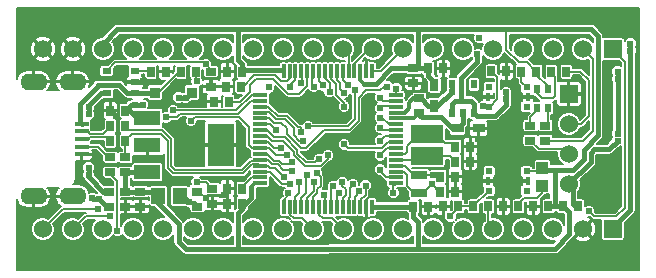
<source format=gbr>
G04 #@! TF.FileFunction,Copper,L1,Top,Signal*
%FSLAX46Y46*%
G04 Gerber Fmt 4.6, Leading zero omitted, Abs format (unit mm)*
G04 Created by KiCad (PCBNEW 4.0.7-e2-6376~58~ubuntu16.04.1) date Sun Jan 14 12:59:34 2018*
%MOMM*%
%LPD*%
G01*
G04 APERTURE LIST*
%ADD10C,0.100000*%
%ADD11R,1.524000X1.524000*%
%ADD12C,1.524000*%
%ADD13C,0.609600*%
%ADD14R,0.635000X0.889000*%
%ADD15R,0.889000X0.635000*%
%ADD16R,1.016000X1.016000*%
%ADD17R,0.800000X0.550000*%
%ADD18R,0.550000X0.800000*%
%ADD19R,2.235200X1.219200*%
%ADD20R,2.200000X3.600000*%
%ADD21R,0.762000X1.016000*%
%ADD22R,0.625000X0.575000*%
%ADD23R,0.325000X0.700000*%
%ADD24R,1.198880X0.299720*%
%ADD25R,0.299720X1.198880*%
%ADD26R,2.700000X1.500000*%
%ADD27R,1.016000X0.762000*%
%ADD28R,1.399540X0.698500*%
%ADD29R,1.148080X0.398780*%
%ADD30O,2.300000X1.400000*%
%ADD31R,0.548640X0.797560*%
%ADD32R,1.150000X1.400000*%
%ADD33R,0.899160X0.949960*%
%ADD34C,0.152300*%
%ADD35C,0.457100*%
%ADD36C,0.152400*%
%ADD37C,0.304600*%
%ADD38C,0.304800*%
%ADD39C,0.406400*%
%ADD40C,0.457200*%
%ADD41C,0.405806*%
G04 APERTURE END LIST*
D10*
D11*
X50800000Y19049200D03*
D12*
X48260000Y19049200D03*
X45720000Y19049200D03*
X43180000Y19049200D03*
X40640000Y19049200D03*
X38100000Y19049200D03*
X35560000Y19049200D03*
X33020000Y19049200D03*
X30480000Y19049200D03*
X27940000Y19049200D03*
X25400000Y19049200D03*
X22860000Y19049200D03*
X20320000Y19049200D03*
X17780000Y19049200D03*
X15240000Y19049200D03*
X12700000Y19049200D03*
X10160000Y19049200D03*
X7620000Y19049200D03*
X5080000Y19049200D03*
X2540000Y19049200D03*
D11*
X50800000Y3809200D03*
D12*
X48260000Y3809200D03*
X45720000Y3809200D03*
X43180000Y3809200D03*
X40640000Y3809200D03*
X38100000Y3809200D03*
X35560000Y3809200D03*
X33020000Y3809200D03*
X30480000Y3809200D03*
X27940000Y3809200D03*
X25400000Y3809200D03*
X22860000Y3809200D03*
X20320000Y3809200D03*
X17780000Y3809200D03*
X15240000Y3809200D03*
X12700000Y3809200D03*
X10160000Y3809200D03*
X7620000Y3809200D03*
X5080000Y3809200D03*
X2540000Y3809200D03*
D13*
X1270000Y1269200D03*
X3810000Y1269200D03*
X6350000Y1269200D03*
X8890000Y1269200D03*
X11430000Y1269200D03*
X13970000Y1269200D03*
X16510000Y1269200D03*
X19050000Y1269200D03*
X21590000Y1269200D03*
X24130000Y1269200D03*
X26670000Y1269200D03*
X29210000Y1269200D03*
X31750000Y1269200D03*
X34290000Y1269200D03*
X36830000Y1269200D03*
X39370000Y1269200D03*
X41910000Y1269200D03*
X44450000Y1269200D03*
X46990000Y1269200D03*
X49530000Y1269200D03*
X52070000Y1269200D03*
X3810000Y3809200D03*
X11430000Y3809200D03*
X16510000Y3809200D03*
X21590000Y3809200D03*
X24130000Y3809200D03*
X26670000Y3809200D03*
X29210000Y3809200D03*
X31750000Y3809200D03*
X39370000Y3809200D03*
X44450000Y3809200D03*
X46990000Y19049200D03*
X44450000Y19049200D03*
X31750000Y19049200D03*
X29210000Y19049200D03*
X26670000Y19049200D03*
X24130000Y19049200D03*
X21590000Y19049200D03*
X6350000Y19049200D03*
X3810000Y20065200D03*
X13970000Y12699200D03*
X15087600Y11430000D03*
X14097000Y11430000D03*
X1270000Y21589200D03*
X3810000Y21589200D03*
X6350000Y21589200D03*
X8890000Y21589200D03*
X11430000Y21589200D03*
X13970000Y21589200D03*
X16510000Y21589200D03*
X19050000Y21589200D03*
X21590000Y21589200D03*
X24130000Y21589200D03*
X26670000Y21589200D03*
X29210000Y21589200D03*
X31750000Y21589200D03*
X34290000Y21589200D03*
X36830000Y21589200D03*
X39370000Y21589200D03*
X41910000Y21589200D03*
X44450000Y21589200D03*
X46990000Y21589200D03*
X49530000Y21589200D03*
X52070000Y21589200D03*
X28397100Y13371200D03*
X27939900Y10170800D03*
X41910000Y11430000D03*
X41910000Y12699200D03*
X43180000Y10159200D03*
X41910000Y10159200D03*
X41910000Y8889200D03*
X41910000Y7619200D03*
X39370000Y11429200D03*
X14935200Y10160000D03*
X14097000Y10160000D03*
X8077200Y7772400D03*
X34797900Y15860400D03*
X17830800Y6704800D03*
D14*
X19431000Y5968200D03*
X18161000Y5968200D03*
X18161000Y7238200D03*
X19431000Y7238200D03*
D15*
X9525000Y6985000D03*
X9525000Y5715000D03*
X15621000Y6985000D03*
X15621000Y5715000D03*
D14*
X9525000Y13842200D03*
X8255000Y13842200D03*
X18034000Y15875000D03*
X19304000Y15875000D03*
X19431000Y17144200D03*
X18161000Y17144200D03*
D15*
X33908900Y16139800D03*
X33908900Y17409800D03*
X34416900Y13599800D03*
X34416900Y14869800D03*
D14*
X35178900Y17409800D03*
X36448900Y17409800D03*
X37465000Y10794200D03*
X38735000Y10794200D03*
X37465000Y9524200D03*
X38735000Y9524200D03*
X35179000Y5714200D03*
X33909000Y5714200D03*
X36195000Y6985000D03*
X37465000Y6985000D03*
X36195000Y8255000D03*
X37465000Y8255000D03*
X44068900Y5725800D03*
X45338900Y5725800D03*
X41782900Y17155800D03*
X40512900Y17155800D03*
X14224000Y17145000D03*
X15494000Y17145000D03*
D15*
X9525000Y8635200D03*
X9525000Y9905200D03*
X8255000Y9905200D03*
X8255000Y8635200D03*
D14*
X8255000Y11251400D03*
X9525000Y11251400D03*
X8255000Y12521400D03*
X9525000Y12521400D03*
X11684000Y17145000D03*
X12954000Y17145000D03*
D15*
X16764000Y17145000D03*
X16764000Y15875000D03*
D14*
X18288000Y14604200D03*
X17018000Y14604200D03*
X37718900Y5725800D03*
X36448900Y5725800D03*
X40258900Y5725800D03*
X38988900Y5725800D03*
X41528900Y5725800D03*
X42798900Y5725800D03*
X44323000Y17144200D03*
X43053000Y17144200D03*
D15*
X45085000Y11303000D03*
X45085000Y12573000D03*
D16*
X44831000Y9016200D03*
X44831000Y7492200D03*
D17*
X10344000Y15306000D03*
X10344000Y16256000D03*
X10344000Y17206000D03*
X7944000Y17206000D03*
X7944000Y15306000D03*
D18*
X37149900Y13669800D03*
X38099900Y13669800D03*
X39049900Y13669800D03*
X39049900Y16069800D03*
X37149900Y16069800D03*
D19*
X11379200Y13232600D03*
X11379200Y10921200D03*
X11379200Y8609800D03*
D20*
X17577000Y10921200D03*
D21*
X35686900Y16012800D03*
X35686900Y14234800D03*
D11*
X47066200Y15239200D03*
D12*
X47066200Y12699200D03*
X47066200Y10159200D03*
X47066200Y7619200D03*
D22*
X40322500Y15797200D03*
X40322500Y14172700D03*
X43497500Y15797200D03*
X43497500Y14173200D03*
D23*
X40197500Y14985200D03*
X43622500Y14985200D03*
D22*
X40322500Y8685200D03*
X40322500Y7060700D03*
X43497500Y8685200D03*
X43497500Y7061200D03*
D23*
X40197500Y7873200D03*
X43622500Y7873200D03*
D24*
X32418020Y7680160D03*
X32418020Y8180540D03*
X32418020Y8680920D03*
X32418020Y9181300D03*
X32418020Y9681680D03*
X32418020Y10179520D03*
X32418020Y10679900D03*
X32418020Y11180280D03*
X32418020Y11678120D03*
X32418020Y12178500D03*
X32418020Y12678880D03*
X32418020Y13179260D03*
X32418020Y13677100D03*
X32418020Y14177480D03*
X32418020Y14677860D03*
X32418020Y15178240D03*
D25*
X30419040Y17177220D03*
X29918660Y17177220D03*
X29418280Y17177220D03*
X28917900Y17177220D03*
X28420060Y17177220D03*
X27919680Y17177220D03*
X27419300Y17177220D03*
X26918920Y17177220D03*
X26421080Y17177220D03*
X25920700Y17177220D03*
X25420320Y17177220D03*
X24922480Y17177220D03*
X24422100Y17177220D03*
X23921720Y17177220D03*
X23421340Y17177220D03*
X22920960Y17177220D03*
D24*
X20921980Y15178240D03*
X20921980Y14677860D03*
X20921980Y14177480D03*
X20921980Y13677100D03*
X20921980Y13179260D03*
X20921980Y12678880D03*
X20921980Y12178500D03*
X20921980Y11678120D03*
X20921980Y11180280D03*
X20921980Y10679900D03*
X20921980Y10179520D03*
X20921980Y9681680D03*
X20921980Y9181300D03*
X20921980Y8680920D03*
X20921980Y8180540D03*
X20921980Y7680160D03*
D25*
X22920960Y5681180D03*
X23421340Y5681180D03*
X23921720Y5681180D03*
X24422100Y5681180D03*
X24922480Y5681180D03*
X25420320Y5681180D03*
X25920700Y5681180D03*
X26421080Y5681180D03*
X26918920Y5681180D03*
X27419300Y5681180D03*
X27919680Y5681180D03*
X28420060Y5681180D03*
X28917900Y5681180D03*
X29418280Y5681180D03*
X29918660Y5681180D03*
X30419040Y5681180D03*
D26*
X35052000Y11871200D03*
X35052000Y9971200D03*
D27*
X37642700Y12329800D03*
X39420700Y12329800D03*
D28*
X34417000Y6869900D03*
X34417000Y8368500D03*
D13*
X36829900Y19060800D03*
D29*
X5834380Y12727140D03*
X5834380Y12076900D03*
X5834380Y11429200D03*
X5834380Y10781500D03*
X5834380Y10131260D03*
D30*
X1750060Y16278060D03*
X1750060Y6580340D03*
X5049520Y16278060D03*
X5049520Y6580340D03*
D15*
X10795000Y5715000D03*
X10795000Y6985000D03*
X43815000Y11303000D03*
X43815000Y12573000D03*
D14*
X46837600Y17145000D03*
X45567600Y17145000D03*
D15*
X16891000Y7239000D03*
X16891000Y5969000D03*
D13*
X16357600Y6400800D03*
D31*
X45280580Y14061440D03*
X44381420Y14061440D03*
X44381420Y15656560D03*
X45280580Y15656560D03*
D32*
X14108000Y6604000D03*
X12308000Y6604000D03*
D13*
X14274800Y16052800D03*
D15*
X8128000Y5715000D03*
X8128000Y6985000D03*
D13*
X11963400Y9702800D03*
D14*
X46608900Y5725800D03*
X47878900Y5725800D03*
D13*
X21691500Y15809600D03*
X32359500Y16622400D03*
X37388700Y17079600D03*
X50393500Y5700400D03*
X51053900Y9307200D03*
X50088700Y11339200D03*
D33*
X12014200Y15367000D03*
X15163800Y15367000D03*
D13*
X30530700Y6970400D03*
X8686800Y13411200D03*
X11048900Y16317600D03*
X6413500Y14121600D03*
X6413500Y13512000D03*
X7327900Y6349200D03*
X6718300Y6425400D03*
X14020800Y14935200D03*
X14630400Y14935200D03*
X52273100Y18908400D03*
X52273100Y19518000D03*
X37185500Y15403200D03*
X35458400Y7593800D03*
X35585400Y8381200D03*
X39319200Y18592800D03*
X39471500Y19975200D03*
X6400700Y9002400D03*
X6400700Y8392800D03*
X10972700Y14336400D03*
X10363100Y14336400D03*
X41757600Y14782800D03*
X41757600Y15392400D03*
X39827200Y14198600D03*
X31089600Y10057600D03*
X14935200Y6096000D03*
X31089500Y8850000D03*
X31089500Y14031600D03*
X31089600Y14934400D03*
X32461200Y15696400D03*
X28346300Y16012800D03*
X27990700Y15327000D03*
X26238100Y15987400D03*
X25476100Y15860400D03*
X24383900Y16165200D03*
X23469600Y15848800D03*
X29870300Y7478400D03*
X29260800Y7009600D03*
X27889100Y7757800D03*
X27584400Y6857200D03*
X27127200Y7466800D03*
X26365200Y6704800D03*
X22936200Y8228800D03*
X23622000Y8686000D03*
X23621900Y9459600D03*
X8839200Y3657600D03*
X23164700Y10069200D03*
X15087600Y12954000D03*
X15544800Y16306800D03*
X22707500Y10678800D03*
X24561700Y11288400D03*
X24384000Y12038800D03*
X12954000Y13258800D03*
X8229600Y4876800D03*
X7175500Y5485600D03*
X13563600Y13868400D03*
X23317200Y6857200D03*
X23469600Y7619200D03*
X26670000Y10057600D03*
X25908000Y9752800D03*
X25450800Y7771600D03*
X25755600Y8533600D03*
X24892000Y8381200D03*
X15544800Y7772400D03*
X24231600Y7771600D03*
X31089500Y11288400D03*
X31089500Y12355200D03*
X31089500Y13244200D03*
X26822300Y15403200D03*
X31699100Y15860400D03*
X28955900Y15555600D03*
X24993500Y12507600D03*
X22250400Y12191200D03*
X37033100Y4887600D03*
X28803600Y7619200D03*
X28041500Y10983600D03*
X16306800Y17753800D03*
X51206300Y16520800D03*
X51206300Y11898000D03*
X51206300Y17130400D03*
X51206300Y11288400D03*
X32207100Y6868800D03*
X48767900Y5344800D03*
X28041500Y14184000D03*
D34*
X29918660Y5681180D02*
X29918660Y6307560D01*
X30530700Y6919600D02*
X30530700Y6970400D01*
X29918660Y6307560D02*
X30530700Y6919600D01*
D35*
X8686800Y13411200D02*
X8255800Y13842200D01*
X10344000Y16256000D02*
X10998100Y16266800D01*
X10998100Y16266800D02*
X11048900Y16317600D01*
X8255000Y13842200D02*
X8255800Y13842200D01*
D36*
X15621000Y6985000D02*
X15773400Y6985000D01*
X15773400Y6985000D02*
X16357600Y6400800D01*
D34*
X39420800Y11480000D02*
X39370000Y11429200D01*
X18161000Y7238200D02*
X18161000Y7035000D01*
D37*
X18161000Y7035000D02*
X17830800Y6704800D01*
D36*
X46456600Y14629600D02*
X47066200Y15239200D01*
D35*
X45872300Y5725800D02*
X45872300Y8850000D01*
X48310700Y9764400D02*
X47396300Y8850000D01*
X47396300Y8850000D02*
X45872300Y8850000D01*
X49529950Y20116050D02*
X49529950Y11745650D01*
X48310700Y10526400D02*
X49529950Y11745650D01*
X48310700Y9764400D02*
X48310700Y10526400D01*
X45872300Y8850000D02*
X44997200Y8850000D01*
X44997200Y8850000D02*
X44831000Y9016200D01*
X46608900Y5725800D02*
X45872300Y5725800D01*
X45872300Y5725800D02*
X45338900Y5725800D01*
X47091500Y3351900D02*
X47091500Y5243200D01*
X47091500Y5243200D02*
X46608900Y5725800D01*
X46608900Y5725800D02*
X46608900Y5675000D01*
X34289900Y20725600D02*
X34289900Y17790800D01*
X34289900Y17790800D02*
X33908900Y17409800D01*
X29717900Y16128300D02*
X30747800Y16128300D01*
X30747800Y16128300D02*
X32029300Y17409800D01*
X32029300Y17409800D02*
X33908900Y17409800D01*
X35178900Y17409800D02*
X33908900Y17409800D01*
X35178900Y17409800D02*
X35178900Y16800200D01*
X35178900Y16800200D02*
X35686900Y16292200D01*
X35686900Y16292200D02*
X35686900Y16012800D01*
X9525000Y6985000D02*
X10795000Y6985000D01*
X19431000Y5968200D02*
X19685000Y5968200D01*
X19685000Y5968200D02*
X20193000Y6476200D01*
D38*
X20193000Y7365200D02*
X20507000Y7679200D01*
D39*
X20193000Y7365200D02*
X20193000Y6476200D01*
D35*
X9525000Y8635200D02*
X11353800Y8635200D01*
X11353800Y8635200D02*
X11379200Y8609800D01*
X14020800Y2692400D02*
X14020800Y4216400D01*
X14630400Y2082800D02*
X14020800Y2692400D01*
D40*
X19050000Y2094040D02*
X14630400Y2082800D01*
D35*
X14020800Y4216400D02*
X12308840Y5979160D01*
X19050000Y2094040D02*
X19050000Y5130800D01*
X19431000Y5511800D02*
X19431000Y5968200D01*
X19050000Y5130800D02*
X19431000Y5511800D01*
X9525000Y6985000D02*
X9525000Y8635200D01*
X10795000Y6985000D02*
X11927840Y6985000D01*
X11927840Y6985000D02*
X12308840Y6604000D01*
X12308840Y6604000D02*
X12308840Y5979160D01*
D34*
X44323000Y17144200D02*
X44323000Y16891000D01*
X44323000Y16891000D02*
X45280580Y15933420D01*
X45280580Y15933420D02*
X45280580Y15656560D01*
X43534800Y17932400D02*
X44323000Y17144200D01*
D38*
X20920000Y7679200D02*
X20507000Y7679200D01*
D40*
X7620000Y19049200D02*
X7620000Y19506400D01*
X7620000Y19506400D02*
X8839200Y20725600D01*
X19431000Y17144200D02*
X19431000Y17753800D01*
D38*
X29413200Y17172400D02*
X29420000Y17179200D01*
X22920000Y17179200D02*
X22859600Y17179200D01*
X30632400Y5714200D02*
X30420000Y5714200D01*
X30420000Y5714200D02*
X30420000Y5679200D01*
D40*
X22767600Y17271200D02*
X19558000Y17271200D01*
X19558000Y17271200D02*
X19431000Y17144200D01*
D38*
X22859600Y17179200D02*
X22767600Y17271200D01*
D36*
X43497500Y8685200D02*
X44500000Y8685200D01*
X44500000Y8685200D02*
X44831000Y9016200D01*
D40*
X30632400Y5714200D02*
X33909000Y5714200D01*
X33909000Y5714200D02*
X33909000Y4799800D01*
D38*
X29420000Y17179200D02*
X29420000Y16426200D01*
X29420000Y16426200D02*
X29717900Y16128300D01*
D40*
X19050000Y2094040D02*
X34290000Y2132800D01*
X34290000Y2132800D02*
X45872400Y2132800D01*
X45872400Y2132800D02*
X47091500Y3351900D01*
X34290000Y4418800D02*
X34290000Y2132800D01*
X33909000Y4799800D02*
X34290000Y4418800D01*
X34289900Y20725600D02*
X41757600Y20725600D01*
X41757600Y20725600D02*
X48920400Y20725600D01*
X48920400Y20725600D02*
X49529950Y20116050D01*
D34*
X41757600Y18999200D02*
X41757600Y20725600D01*
D40*
X19050000Y20725600D02*
X34289900Y20725600D01*
D34*
X42824400Y17932400D02*
X41757600Y18999200D01*
D40*
X8839200Y20725600D02*
X19050000Y20725600D01*
X19050000Y18134800D02*
X19050000Y20725600D01*
D34*
X42824400Y17932400D02*
X43534800Y17932400D01*
D40*
X19431000Y17753800D02*
X19050000Y18134800D01*
D35*
X7944000Y15306000D02*
X7445500Y15306000D01*
X7445500Y15306000D02*
X6413500Y14274000D01*
X6413500Y14274000D02*
X6413500Y14121600D01*
X6413500Y13512000D02*
X6413500Y14121600D01*
X8128000Y5715000D02*
X7962100Y5715000D01*
X7962100Y5715000D02*
X7327900Y6349200D01*
X7327900Y6349200D02*
X6794500Y6349200D01*
X6794500Y6349200D02*
X6718300Y6425400D01*
X14630400Y14935200D02*
X14020800Y14935200D01*
X14630400Y14935200D02*
X15163800Y15316200D01*
X15163800Y15316200D02*
X15163800Y15367000D01*
X38099900Y13669800D02*
X38099900Y12787000D01*
X38099900Y12787000D02*
X37642700Y12329800D01*
D37*
X34416900Y13599800D02*
X34416900Y13447400D01*
D35*
X34416900Y13447400D02*
X34594700Y13269600D01*
D41*
X36271100Y13269600D02*
X37210900Y12329800D01*
D35*
X34594700Y13269600D02*
X36271100Y13269600D01*
D37*
X37210900Y12329800D02*
X37642700Y12329800D01*
X32418020Y13179260D02*
X33996360Y13179260D01*
X33996360Y13179260D02*
X34416900Y13599800D01*
D35*
X52273100Y18908400D02*
X52273100Y5434700D01*
X52273100Y5434700D02*
X50800000Y3961600D01*
X52273100Y18908400D02*
X52273100Y19518000D01*
X37149900Y16069800D02*
X37149900Y15438800D01*
X37149900Y15438800D02*
X37185500Y15403200D01*
X37185500Y15403200D02*
X35864700Y14234800D01*
X35686900Y14234800D02*
X35864700Y14234800D01*
X34416900Y14869800D02*
X34518500Y14869800D01*
X34518500Y14869800D02*
X35153500Y14234800D01*
X35153500Y14234800D02*
X35686900Y14234800D01*
D37*
X32418020Y13677100D02*
X33173400Y13677100D01*
X33908900Y14869800D02*
X34416900Y14869800D01*
X33527900Y14488800D02*
X33908900Y14869800D01*
X33527900Y14031600D02*
X33527900Y14488800D01*
X33173400Y13677100D02*
X33527900Y14031600D01*
D35*
X50800000Y3961600D02*
X50800000Y3860800D01*
D34*
X35458400Y7593800D02*
X35534600Y7593800D01*
X35534600Y7593800D02*
X36017200Y6985000D01*
X36017200Y6985000D02*
X36195000Y6985000D01*
X35458400Y7593800D02*
X34734500Y6869900D01*
X34417000Y6869900D02*
X34734500Y6869900D01*
X32418020Y8680920D02*
X33075880Y8680920D01*
X33375600Y7466800D02*
X33972500Y6869900D01*
X33375600Y8381200D02*
X33375600Y7466800D01*
X33075880Y8680920D02*
X33375600Y8381200D01*
X33972500Y6869900D02*
X34417000Y6869900D01*
X35585400Y8381200D02*
X35509200Y8381200D01*
X35572700Y8368500D02*
X35585400Y8381200D01*
X34417000Y8368500D02*
X35572700Y8368500D01*
X35636200Y8254200D02*
X36195000Y8255000D01*
X35509200Y8381200D02*
X35636200Y8254200D01*
X32418020Y9181300D02*
X33185100Y9181300D01*
X33185100Y9181300D02*
X33997900Y8368500D01*
X33997900Y8368500D02*
X34417000Y8368500D01*
X35052000Y9971200D02*
X37018000Y9971200D01*
X37018000Y9971200D02*
X37465000Y9524200D01*
D36*
X32420000Y9679200D02*
X34760000Y9679200D01*
X34760000Y9679200D02*
X35052000Y9971200D01*
D34*
X35052000Y11871200D02*
X35829200Y11871200D01*
X35829200Y11871200D02*
X36576000Y11124400D01*
X37134800Y11124400D02*
X37465000Y10794200D01*
X36576000Y11124400D02*
X37134800Y11124400D01*
D36*
X32420000Y10179200D02*
X33192400Y10179200D01*
X33192400Y10179200D02*
X33375600Y10362400D01*
X33375600Y10362400D02*
X33375600Y10819600D01*
X35052000Y11871200D02*
X34427200Y11871200D01*
X34427200Y11871200D02*
X33375600Y10819600D01*
D35*
X37947500Y14692000D02*
X37947500Y16622400D01*
X39319200Y17994100D02*
X37947500Y16622400D01*
X39319200Y18592800D02*
X39319200Y17994100D01*
X37149900Y13669800D02*
X37149900Y14402400D01*
X39049900Y14402400D02*
X39049900Y13669800D01*
X38760300Y14692000D02*
X39049900Y14402400D01*
X37439500Y14692000D02*
X37947500Y14692000D01*
X37947500Y14692000D02*
X38760300Y14692000D01*
X37149900Y14402400D02*
X37439500Y14692000D01*
X8128000Y6985000D02*
X7656100Y6985000D01*
X7656100Y6985000D02*
X6400700Y8240400D01*
X6400700Y8240400D02*
X6400700Y8392800D01*
X6400700Y9002400D02*
X6400700Y8392800D01*
X39308500Y13411200D02*
X40843200Y13411200D01*
X41757600Y14325600D02*
X41757600Y14782800D01*
X41757600Y14325600D02*
X40843200Y13411200D01*
X39308500Y13411200D02*
X39049900Y13669800D01*
X10363100Y14336400D02*
X10972700Y14336400D01*
X10363100Y14336400D02*
X10008400Y14325600D01*
X10008400Y14325600D02*
X9525000Y13842200D01*
X11379200Y13232600D02*
X10541800Y13232600D01*
X10541800Y13232600D02*
X9932200Y13842200D01*
X9932200Y13842200D02*
X9525000Y13842200D01*
X41757600Y14782800D02*
X41757600Y15392400D01*
D34*
X19304000Y15875000D02*
X19482452Y15875000D01*
X19482452Y15875000D02*
X20421600Y16814148D01*
D36*
X22707600Y16306000D02*
X22250400Y16763200D01*
X23164800Y16306000D02*
X22707600Y16306000D01*
X23420000Y16561200D02*
X23164800Y16306000D01*
X23420000Y16561200D02*
X23420000Y17179200D01*
D34*
X22199452Y16814148D02*
X22250400Y16763200D01*
X20421600Y16814148D02*
X22199452Y16814148D01*
X19304000Y15875000D02*
X19329400Y15874200D01*
D36*
X20920000Y8179200D02*
X20219600Y8179200D01*
X20219600Y8179200D02*
X19507200Y7466800D01*
X19507200Y7466800D02*
X19507200Y7314400D01*
X19507200Y7314400D02*
X19431000Y7238200D01*
D34*
X39853100Y14172700D02*
X39827200Y14198600D01*
X39853100Y14172700D02*
X40322500Y14172700D01*
X31711900Y10679900D02*
X31089600Y10057600D01*
X32418020Y10679900D02*
X31711900Y10679900D01*
X40322500Y14172700D02*
X40374600Y14172700D01*
X40374600Y14172700D02*
X40995500Y14793600D01*
X40995500Y16673200D02*
X40512900Y17155800D01*
X40995500Y14793600D02*
X40995500Y16673200D01*
D35*
X14107160Y6604000D02*
X14427200Y6604000D01*
X14427200Y6604000D02*
X14935200Y6096000D01*
X15621000Y5715000D02*
X15290800Y6045200D01*
X15621000Y5715000D02*
X15621000Y5664052D01*
X14935200Y6096000D02*
X15290800Y6045200D01*
D34*
X44831000Y7492200D02*
X44831000Y6894300D01*
X43281500Y6411600D02*
X42798900Y5929000D01*
X44348300Y6411600D02*
X43281500Y6411600D01*
X44831000Y6894300D02*
X44348300Y6411600D01*
X42798900Y5929000D02*
X42798900Y5725800D01*
X45280580Y14061440D02*
X45280580Y12768580D01*
X45280580Y12768580D02*
X45085000Y12573000D01*
X43815000Y12573000D02*
X43815000Y13284200D01*
X43815000Y13284200D02*
X44381420Y13850620D01*
X44381420Y13850620D02*
X44381420Y14061440D01*
X45567600Y17145000D02*
X45567600Y17018000D01*
X45567600Y17018000D02*
X45872400Y16713200D01*
X45872400Y16713200D02*
X45872400Y15036800D01*
X45872400Y15036800D02*
X45720000Y14884400D01*
X45720000Y14884400D02*
X44805600Y14884400D01*
X44805600Y14884400D02*
X44381420Y15308580D01*
X44381420Y15308580D02*
X44381420Y15656560D01*
D35*
X7175500Y16001200D02*
X7175500Y15950400D01*
X5651500Y14426400D02*
X5651500Y12910020D01*
X7175500Y15950400D02*
X5651500Y14426400D01*
X5651500Y12910020D02*
X5834380Y12727140D01*
X10344000Y15306000D02*
X11953200Y15306000D01*
X11953200Y15306000D02*
X12014200Y15367000D01*
D34*
X12293600Y15367000D02*
X14071600Y17145000D01*
X12014200Y15367000D02*
X12293600Y15367000D01*
D35*
X8991600Y16001200D02*
X7175500Y16001200D01*
X8991600Y16001200D02*
X9687600Y15305200D01*
X9687600Y15305200D02*
X10344000Y15306000D01*
D34*
X32418020Y8180540D02*
X31606560Y8180540D01*
X31606560Y8180540D02*
X31089500Y8697600D01*
X31089500Y8697600D02*
X31089500Y8850000D01*
X45085000Y11303000D02*
X48234748Y11303000D01*
X49072948Y18236252D02*
X48260000Y19049200D01*
X49072948Y12141200D02*
X49072948Y18236252D01*
X48234748Y11303000D02*
X49072948Y12141200D01*
X32418020Y14177480D02*
X31246980Y14189080D01*
X31246980Y14189080D02*
X31089500Y14031600D01*
X31346140Y14677860D02*
X31089600Y14934400D01*
X31346140Y14677860D02*
X32418020Y14677860D01*
D36*
X32420000Y15179200D02*
X32420000Y15655200D01*
X32420000Y15655200D02*
X32461200Y15696400D01*
X31150000Y17179200D02*
X33020000Y19049200D01*
X30420000Y17179200D02*
X31150000Y17179200D01*
D34*
X30480000Y19049200D02*
X30011100Y19049200D01*
X30163500Y19049200D02*
X28917900Y17803600D01*
X28917900Y17803600D02*
X28917900Y17177220D01*
D36*
X28420000Y17179200D02*
X28420000Y18569200D01*
X28420000Y18569200D02*
X27940000Y19049200D01*
D34*
X27919680Y17177220D02*
X27919680Y16427920D01*
X27919680Y16427920D02*
X28346300Y16012800D01*
X27686000Y15631700D02*
X27990700Y15327000D01*
X27686000Y16204400D02*
X27686000Y15631700D01*
X27419300Y17177220D02*
X27419300Y16471100D01*
X27419300Y16471100D02*
X27686000Y16204400D01*
X25920700Y17177220D02*
X25920700Y16304800D01*
X25920700Y16304800D02*
X26238100Y15987400D01*
X25298400Y16483800D02*
X25298400Y16038100D01*
X25420320Y16605720D02*
X25298400Y16483800D01*
X25298400Y16038100D02*
X25476100Y15860400D01*
X25420320Y17177220D02*
X25420320Y16605720D01*
D36*
X25400000Y17159200D02*
X25420000Y17179200D01*
X24445300Y16226600D02*
X24420000Y17179200D01*
X24445300Y16226600D02*
X24383900Y16165200D01*
D34*
X23921720Y17177220D02*
X23921720Y16465020D01*
X23469600Y16012900D02*
X23469600Y15848800D01*
X23921720Y16465020D02*
X23469600Y16012900D01*
D36*
X23876000Y17135200D02*
X23920000Y17179200D01*
D34*
X29870300Y6716400D02*
X29870300Y7478400D01*
X29418280Y6264380D02*
X29870300Y6716400D01*
X29418280Y5681180D02*
X29418280Y6264380D01*
X40258900Y5725800D02*
X40258900Y4190300D01*
X40258900Y4190300D02*
X40640000Y3809200D01*
D36*
X28920000Y5679200D02*
X28920000Y6516400D01*
X28920000Y6516400D02*
X29108400Y6704800D01*
X29108400Y6704800D02*
X29108400Y6857200D01*
X29108400Y6857200D02*
X29260800Y7009600D01*
D34*
X40640000Y3809200D02*
X40614600Y3809200D01*
D36*
X40690800Y3809200D02*
X40640000Y3809200D01*
X27940000Y5699200D02*
X27920000Y5679200D01*
X27940000Y5699200D02*
X27940000Y6450800D01*
X27940000Y6450800D02*
X28194000Y6704800D01*
X28194000Y6704800D02*
X28194000Y7162000D01*
X28194000Y7162000D02*
X27889100Y7453000D01*
X27889100Y7757800D02*
X27889100Y7453000D01*
X27420000Y5679200D02*
X27420000Y6692800D01*
X27420000Y6692800D02*
X27584400Y6857200D01*
X26924000Y5683200D02*
X26920000Y5679200D01*
X26924000Y5683200D02*
X26924000Y7263600D01*
X26924000Y7263600D02*
X27127200Y7466800D01*
X26420000Y5679200D02*
X26420000Y6650000D01*
X26420000Y6650000D02*
X26365200Y6704800D01*
X25920000Y5679200D02*
X25920000Y5016400D01*
X25920000Y5016400D02*
X26212800Y4723600D01*
X26212800Y4723600D02*
X27025600Y4723600D01*
X27025600Y4723600D02*
X27940000Y3809200D01*
X25400000Y3809200D02*
X24485600Y4723600D01*
X24485600Y4723600D02*
X23774400Y4723600D01*
X23774400Y4723600D02*
X23469600Y5028400D01*
X23420000Y5679200D02*
X23469600Y5629600D01*
X23469600Y5629600D02*
X23469600Y5028400D01*
D34*
X9525000Y11251400D02*
X9525000Y11353000D01*
X9525000Y11353000D02*
X10058400Y11886400D01*
D36*
X12496800Y11886400D02*
X10058400Y11886400D01*
X20269200Y9295600D02*
X20803600Y9295600D01*
X19507200Y8533600D02*
X20269200Y9295600D01*
X13563600Y8533600D02*
X19507200Y8533600D01*
X13106400Y8990800D02*
X13563600Y8533600D01*
X13106400Y11276800D02*
X13106400Y8990800D01*
X12496800Y11886400D02*
X13106400Y11276800D01*
X20803600Y9295600D02*
X20920000Y9179200D01*
X20920000Y9179200D02*
X21604800Y9179200D01*
X21604800Y9179200D02*
X21793200Y8990800D01*
X22174200Y8990800D02*
X22936200Y8228800D01*
X21793200Y8990800D02*
X22174200Y8990800D01*
X9525000Y9905200D02*
X9525000Y11251400D01*
X20920000Y9679200D02*
X20948000Y9651200D01*
X12649200Y12191200D02*
X13411200Y11429200D01*
X13411200Y11429200D02*
X13411200Y9143200D01*
X13411200Y9143200D02*
X13716000Y8838400D01*
X13716000Y8838400D02*
X19354800Y8838400D01*
X19354800Y8838400D02*
X20116800Y9600400D01*
X20116800Y9600400D02*
X20841200Y9600400D01*
X20841200Y9600400D02*
X20920000Y9679200D01*
X20948000Y9651200D02*
X21590000Y9651200D01*
X21590000Y9651200D02*
X21945600Y9295600D01*
X21945600Y9295600D02*
X22402800Y9295600D01*
X22402800Y9295600D02*
X22860000Y8838400D01*
X22860000Y8838400D02*
X23469600Y8838400D01*
X23469600Y8838400D02*
X23622000Y8686000D01*
X12649200Y12191200D02*
X9855200Y12191200D01*
X9855200Y12191200D02*
X9525000Y12521400D01*
D34*
X22522992Y9606250D02*
X22822042Y9307200D01*
X22822042Y9307200D02*
X23469500Y9307200D01*
X23469500Y9307200D02*
X23621900Y9459600D01*
X22522992Y9606250D02*
X22092150Y9606250D01*
X8813800Y3683000D02*
X8813800Y7899400D01*
X8813800Y3683000D02*
X8839200Y3657600D01*
X8255000Y8458200D02*
X8813800Y7899400D01*
X8255000Y8635200D02*
X8255000Y8458200D01*
D36*
X21519200Y10179200D02*
X22092150Y9606250D01*
X20920000Y10179200D02*
X21519200Y10179200D01*
D34*
X23153200Y10057700D02*
X23164700Y10069200D01*
X22250300Y10057700D02*
X23153200Y10057700D01*
X19152252Y13258148D02*
X15391748Y13258148D01*
X19152252Y13258148D02*
X19964400Y12446000D01*
X19964400Y12446000D02*
X19964400Y10922000D01*
X19964400Y10922000D02*
X20206500Y10679900D01*
X20921980Y10679900D02*
X20206500Y10679900D01*
X15494000Y16357600D02*
X15494000Y17145000D01*
X15494000Y16357600D02*
X15544800Y16306800D01*
X15391748Y13258148D02*
X15087600Y12954000D01*
D36*
X21640800Y10667200D02*
X22250300Y10057700D01*
X20932000Y10667200D02*
X21640800Y10667200D01*
X20920000Y10679200D02*
X20932000Y10667200D01*
X20920000Y11179200D02*
X21586000Y11179200D01*
X21586000Y11179200D02*
X22098000Y10667200D01*
X22098000Y10667200D02*
X22707500Y10678800D01*
D34*
X23774400Y11745500D02*
X24231500Y11288400D01*
X24231500Y11288400D02*
X24561700Y11288400D01*
X23774400Y11745600D02*
X23774400Y11745500D01*
D36*
X21676800Y13679200D02*
X20920000Y13679200D01*
X21676800Y13679200D02*
X22250400Y13105600D01*
X22250400Y13105600D02*
X23012400Y13105600D01*
X23012400Y13105600D02*
X23774400Y12343600D01*
X23774400Y12343600D02*
X23774400Y11745600D01*
X21634000Y14179200D02*
X22402800Y13410400D01*
X22402800Y13410400D02*
X23164800Y13410400D01*
X24298419Y12429181D02*
X24384000Y12343600D01*
X24384000Y12343600D02*
X24384000Y12038800D01*
X23164800Y13410400D02*
X24146019Y12429181D01*
X24146019Y12429181D02*
X24298419Y12429181D01*
X21634000Y14179200D02*
X20920000Y14179200D01*
X8229600Y4876800D02*
X6147600Y4876800D01*
D34*
X19050000Y13562800D02*
X14172400Y13562800D01*
X13868400Y13258800D02*
X12954000Y13258800D01*
X14172400Y13562800D02*
X13868400Y13258800D01*
D36*
X6147600Y4876800D02*
X5080000Y3809200D01*
X20920000Y14679200D02*
X20972000Y14731200D01*
X20920000Y14679200D02*
X20166400Y14679200D01*
X20166400Y14679200D02*
X19050000Y13562800D01*
X7175500Y5485600D02*
X4217200Y5486400D01*
D34*
X18897600Y13867600D02*
X13564400Y13867600D01*
X13564400Y13867600D02*
X13563600Y13868400D01*
D36*
X4217200Y5486400D02*
X2540000Y3809200D01*
X20209200Y15179200D02*
X18897600Y13867600D01*
X20920000Y15179200D02*
X20209200Y15179200D01*
X22920000Y6307600D02*
X23317200Y6704800D01*
X23317200Y6857200D02*
X23317200Y6704800D01*
X22920000Y5679200D02*
X22920000Y6307600D01*
D34*
X48031400Y17145000D02*
X46837600Y17145000D01*
X48768346Y16408054D02*
X48031400Y17145000D01*
X48768346Y13360400D02*
X48768346Y16408054D01*
X48107146Y12699200D02*
X48768346Y13360400D01*
X47066200Y12699200D02*
X48107146Y12699200D01*
X47066200Y12699200D02*
X46990800Y12699200D01*
D36*
X22783800Y7619200D02*
X23469600Y7619200D01*
X21767800Y8635200D02*
X22783800Y7619200D01*
X21767800Y8635200D02*
X20964000Y8635200D01*
D34*
X44500800Y10617200D02*
X46608200Y10617200D01*
X46608200Y10617200D02*
X47066200Y10159200D01*
X43815000Y11303000D02*
X44500800Y10617200D01*
D36*
X20964000Y8635200D02*
X20920000Y8679200D01*
D34*
X24688700Y9154800D02*
X26072000Y9154800D01*
X21945500Y11276900D02*
X22871400Y11276900D01*
X23774300Y10374000D02*
X23774300Y10069200D01*
X23774300Y10069200D02*
X24688700Y9154800D01*
X26670000Y9752800D02*
X26670000Y10057600D01*
X26072000Y9154800D02*
X26670000Y9752800D01*
X22871400Y11276900D02*
X23774300Y10374000D01*
D36*
X21539200Y11683200D02*
X21945500Y11276900D01*
X20924000Y11683200D02*
X21539200Y11683200D01*
X20920000Y11679200D02*
X20924000Y11683200D01*
D34*
X23012300Y11587450D02*
X23012300Y11566772D01*
X25614602Y9459402D02*
X25908000Y9752800D01*
X24814870Y9459402D02*
X25614602Y9459402D01*
X24078902Y10195370D02*
X24814870Y9459402D01*
X24078902Y10500170D02*
X24078902Y10195370D01*
X23012300Y11566772D02*
X24078902Y10500170D01*
X22092150Y11587450D02*
X23012300Y11587450D01*
D36*
X21500400Y12179200D02*
X22092150Y11587450D01*
X20920000Y12179200D02*
X21500400Y12179200D01*
X25450800Y7009600D02*
X25450800Y7771600D01*
X24920000Y6478800D02*
X25450800Y7009600D01*
X24920000Y5679200D02*
X24920000Y6478800D01*
X25420000Y5679200D02*
X25420000Y6521600D01*
X25420000Y6521600D02*
X25755600Y6857200D01*
X25755600Y6857200D02*
X25755600Y7162000D01*
X25755600Y7162000D02*
X26060400Y7466800D01*
X26060400Y7466800D02*
X26060400Y8228800D01*
X26060400Y8228800D02*
X25755600Y8533600D01*
X24420000Y5679200D02*
X24420000Y6436000D01*
X24420000Y6436000D02*
X24841200Y6857200D01*
X24841200Y6857200D02*
X24841200Y8330400D01*
X24841200Y8330400D02*
X24892000Y8381200D01*
D34*
X15544800Y7772400D02*
X16357600Y7772400D01*
X16357600Y7772400D02*
X16891000Y7239000D01*
D36*
X24231600Y6857200D02*
X24231600Y7771600D01*
X23920000Y6545600D02*
X24231600Y6857200D01*
X23920000Y6545600D02*
X23920000Y5679200D01*
D34*
X5834380Y12076900D02*
X6362700Y12076900D01*
D36*
X6553200Y11886400D02*
X7620000Y11886400D01*
X7620000Y11886400D02*
X8255000Y12521400D01*
D34*
X6362700Y12076900D02*
X6553200Y11886400D01*
X5834380Y11429200D02*
X6400800Y11429200D01*
D36*
X7924800Y11581600D02*
X8255000Y11251400D01*
X6553200Y11581600D02*
X7924800Y11581600D01*
X6400800Y11429200D02*
X6553200Y11581600D01*
D34*
X8255000Y9905200D02*
X8077200Y9905200D01*
X8077200Y9905200D02*
X7200900Y10781500D01*
X5834380Y10781500D02*
X7200900Y10781500D01*
X32418020Y11678120D02*
X31479220Y11678120D01*
X31479220Y11678120D02*
X31089500Y11288400D01*
X32418020Y12178500D02*
X31266200Y12178500D01*
X31266200Y12178500D02*
X31089500Y12355200D01*
X31267300Y13244200D02*
X31089500Y13244200D01*
X31832620Y12678880D02*
X31267300Y13244200D01*
X32418020Y12678880D02*
X31832620Y12678880D01*
X26421080Y16566420D02*
X26421080Y17177220D01*
X26822300Y16165200D02*
X26822300Y15403200D01*
X26421080Y16566420D02*
X26822300Y16165200D01*
X26421080Y17177220D02*
X26421080Y16581348D01*
D36*
X23164800Y12343600D02*
X23164800Y12202800D01*
X22707600Y12800800D02*
X23164800Y12343600D01*
X22098000Y12800800D02*
X22707600Y12800800D01*
X21719600Y13179200D02*
X22098000Y12800800D01*
X21719600Y13179200D02*
X20920000Y13179200D01*
D34*
X24840902Y10678800D02*
X26364902Y12202800D01*
X26364902Y12202800D02*
X28498700Y12202800D01*
X28498700Y12202800D02*
X29260700Y12964800D01*
X29260700Y12964800D02*
X29260700Y14946000D01*
X29260700Y14946000D02*
X29870300Y15555600D01*
X29870300Y15555600D02*
X31089500Y15555600D01*
X31089500Y15555600D02*
X31394300Y15860400D01*
X31394300Y15860400D02*
X31699100Y15860400D01*
X23164800Y11898000D02*
X23164800Y12202800D01*
X23179558Y11898000D02*
X24398758Y10678800D01*
X24398758Y10678800D02*
X24840902Y10678800D01*
X23164800Y11898000D02*
X23179558Y11898000D01*
X28346300Y12507600D02*
X28955900Y13117200D01*
X24993500Y12507600D02*
X28346300Y12507600D01*
X28955900Y13117200D02*
X28955900Y15555600D01*
D36*
X20920000Y12679200D02*
X21762400Y12679200D01*
X21762400Y12679200D02*
X22250400Y12191200D01*
D34*
X18288000Y14604200D02*
X19203358Y14604200D01*
D36*
X24920000Y15927600D02*
X24231600Y15239200D01*
X24920000Y15927600D02*
X24920000Y17179200D01*
X23317200Y15239200D02*
X22098000Y16458400D01*
X23317200Y15239200D02*
X24231600Y15239200D01*
D34*
X22046854Y16509546D02*
X22098000Y16458400D01*
X20547770Y16509546D02*
X22046854Y16509546D01*
X20053112Y16014888D02*
X20547770Y16509546D01*
X20053112Y15453954D02*
X20053112Y16014888D01*
X19203358Y14604200D02*
X20053112Y15453954D01*
X37718900Y5725800D02*
X37718900Y5573400D01*
X37718900Y5573400D02*
X37033100Y4887600D01*
X40322500Y7060700D02*
X40322500Y7059400D01*
X40322500Y7059400D02*
X38988900Y5725800D01*
X37718900Y5725800D02*
X38988900Y5725800D01*
D36*
X28448000Y6501600D02*
X28498800Y6552400D01*
X28498800Y6552400D02*
X28498800Y7314400D01*
X28498800Y7314400D02*
X28803600Y7619200D01*
X28448000Y5707200D02*
X28448000Y6501600D01*
X28420000Y5679200D02*
X28448000Y5707200D01*
D34*
X43053000Y17144200D02*
X43053000Y16241700D01*
X43053000Y16241700D02*
X43497500Y15797200D01*
X31743380Y11180280D02*
X31241900Y10678800D01*
X31241900Y10678800D02*
X28346300Y10678800D01*
X28346300Y10678800D02*
X28041500Y10983600D01*
X31743380Y11180280D02*
X32418020Y11180280D01*
X16154400Y17932400D02*
X8670400Y17932400D01*
X16306800Y17753800D02*
X16333000Y17753800D01*
X16333000Y17753800D02*
X16154400Y17932400D01*
X8670400Y17932400D02*
X7944000Y17206000D01*
X16764000Y17145000D02*
X16764000Y17296600D01*
X16764000Y17296600D02*
X16306800Y17753800D01*
X16764000Y17145000D02*
X16738600Y17145000D01*
X10344000Y17206000D02*
X11623000Y17206000D01*
X11623000Y17206000D02*
X11684000Y17145000D01*
D35*
X51206300Y16520800D02*
X51206300Y11898000D01*
X51206300Y17130400D02*
X51206300Y16520800D01*
X48920102Y9511978D02*
X47027324Y7619200D01*
X48920102Y10273978D02*
X48920102Y9511978D01*
X49198812Y10552688D02*
X48920102Y10273978D01*
X50470588Y10552688D02*
X49198812Y10552688D01*
X51206300Y11288400D02*
X50470588Y10552688D01*
X47027324Y7619200D02*
X47066200Y7619200D01*
X47878900Y5725800D02*
X47624900Y5725800D01*
X47624900Y5725800D02*
X47396300Y5954400D01*
X47396300Y5954400D02*
X47396300Y7289100D01*
X47396300Y7289100D02*
X47066200Y7619200D01*
D34*
X32207100Y7469240D02*
X32418020Y7680160D01*
X32207100Y6868800D02*
X32207100Y7469240D01*
X49225100Y4887600D02*
X48767900Y5344800D01*
X51079702Y4887600D02*
X49225100Y4887600D01*
X51815900Y5623798D02*
X51079702Y4887600D01*
X51815900Y17994198D02*
X51815900Y5623798D01*
X50800000Y19010098D02*
X51815900Y17994198D01*
X50800000Y19049200D02*
X50800000Y19010098D01*
X32308700Y7570840D02*
X32418020Y7680160D01*
X32358060Y7680160D02*
X32418020Y7680160D01*
X28041500Y14184000D02*
X28041500Y14488800D01*
X26918920Y17177220D02*
X26918920Y16514280D01*
X27381398Y16051802D02*
X26918920Y16514280D01*
X27381398Y15148902D02*
X27381398Y16051802D01*
X28041500Y14488800D02*
X27381398Y15148902D01*
D36*
X26924000Y17175200D02*
X26920000Y17179200D01*
D34*
G36*
X53036550Y302650D02*
X303450Y302650D01*
X303450Y6326367D01*
X328866Y6233099D01*
X535677Y5887871D01*
X858859Y5648065D01*
X1249210Y5550190D01*
X1699210Y5550190D01*
X1699210Y6529490D01*
X1800910Y6529490D01*
X1800910Y5550190D01*
X2250910Y5550190D01*
X2641261Y5648065D01*
X2964443Y5887871D01*
X3171254Y6233099D01*
X3208332Y6369162D01*
X3146308Y6529490D01*
X1800910Y6529490D01*
X1699210Y6529490D01*
X1679210Y6529490D01*
X1679210Y6631190D01*
X1699210Y6631190D01*
X1699210Y6651190D01*
X1800910Y6651190D01*
X1800910Y6631190D01*
X3146308Y6631190D01*
X3208332Y6791518D01*
X3171254Y6927581D01*
X2964443Y7272809D01*
X2906572Y7315750D01*
X3893008Y7315750D01*
X3835137Y7272809D01*
X3628326Y6927581D01*
X3591248Y6791518D01*
X3653272Y6631190D01*
X4998670Y6631190D01*
X4998670Y6651190D01*
X5100370Y6651190D01*
X5100370Y6631190D01*
X5120370Y6631190D01*
X5120370Y6529490D01*
X5100370Y6529490D01*
X5100370Y6509490D01*
X4998670Y6509490D01*
X4998670Y6529490D01*
X3653272Y6529490D01*
X3591248Y6369162D01*
X3628326Y6233099D01*
X3835137Y5887871D01*
X4046027Y5731387D01*
X4001838Y5701878D01*
X4001815Y5701843D01*
X4001780Y5701820D01*
X2993354Y4693394D01*
X2737877Y4799478D01*
X2343852Y4799821D01*
X1979688Y4649352D01*
X1700827Y4370977D01*
X1549722Y4007077D01*
X1549379Y3613052D01*
X1699848Y3248888D01*
X1978223Y2970027D01*
X2342123Y2818922D01*
X2736148Y2818579D01*
X3100312Y2969048D01*
X3379173Y3247423D01*
X3530278Y3611323D01*
X3530621Y4005348D01*
X3424302Y4262662D01*
X4343356Y5181716D01*
X6146485Y5181228D01*
X6031015Y5158260D01*
X5932180Y5092220D01*
X5533354Y4693394D01*
X5277877Y4799478D01*
X4883852Y4799821D01*
X4519688Y4649352D01*
X4240827Y4370977D01*
X4089722Y4007077D01*
X4089379Y3613052D01*
X4239848Y3248888D01*
X4518223Y2970027D01*
X4882123Y2818922D01*
X5276148Y2818579D01*
X5640312Y2969048D01*
X5919173Y3247423D01*
X6070278Y3611323D01*
X6070621Y4005348D01*
X5964302Y4262662D01*
X6273790Y4572150D01*
X6982351Y4572150D01*
X6780827Y4370977D01*
X6629722Y4007077D01*
X6629379Y3613052D01*
X6779848Y3248888D01*
X7058223Y2970027D01*
X7422123Y2818922D01*
X7816148Y2818579D01*
X8180312Y2969048D01*
X8459173Y3247423D01*
X8469754Y3272904D01*
X8536744Y3205796D01*
X8732665Y3124443D01*
X8944805Y3124258D01*
X9140867Y3205269D01*
X9280342Y3344500D01*
X9319848Y3248888D01*
X9598223Y2970027D01*
X9962123Y2818922D01*
X10356148Y2818579D01*
X10720312Y2969048D01*
X10999173Y3247423D01*
X11150278Y3611323D01*
X11150621Y4005348D01*
X11000152Y4369512D01*
X10721777Y4648373D01*
X10357877Y4799478D01*
X9963852Y4799821D01*
X9599688Y4649352D01*
X9320827Y4370977D01*
X9191485Y4059488D01*
X9141656Y4109404D01*
X9118400Y4119061D01*
X9118400Y5067350D01*
X9391613Y5067350D01*
X9474150Y5149887D01*
X9474150Y5664150D01*
X9575850Y5664150D01*
X9575850Y5149887D01*
X9658387Y5067350D01*
X10035171Y5067350D01*
X10156515Y5117612D01*
X10160000Y5121097D01*
X10163485Y5117612D01*
X10284829Y5067350D01*
X10661613Y5067350D01*
X10744150Y5149887D01*
X10744150Y5664150D01*
X10845850Y5664150D01*
X10845850Y5149887D01*
X10928387Y5067350D01*
X11305171Y5067350D01*
X11426515Y5117612D01*
X11519388Y5210485D01*
X11569650Y5331829D01*
X11569650Y5581613D01*
X11487113Y5664150D01*
X10845850Y5664150D01*
X10744150Y5664150D01*
X9575850Y5664150D01*
X9474150Y5664150D01*
X9454150Y5664150D01*
X9454150Y5765850D01*
X9474150Y5765850D01*
X9474150Y6280113D01*
X9575850Y6280113D01*
X9575850Y5765850D01*
X10744150Y5765850D01*
X10744150Y6280113D01*
X10661613Y6362650D01*
X10284829Y6362650D01*
X10163485Y6312388D01*
X10160000Y6308903D01*
X10156515Y6312388D01*
X10035171Y6362650D01*
X9658387Y6362650D01*
X9575850Y6280113D01*
X9474150Y6280113D01*
X9391613Y6362650D01*
X9118400Y6362650D01*
X9118400Y6434575D01*
X9969500Y6434575D01*
X10054158Y6450505D01*
X10131912Y6500538D01*
X10150676Y6528000D01*
X10168795Y6528000D01*
X10183538Y6505088D01*
X10259879Y6452926D01*
X10350500Y6434575D01*
X11239500Y6434575D01*
X11324158Y6450505D01*
X11401912Y6500538D01*
X11420676Y6528000D01*
X11500075Y6528000D01*
X11500075Y6238828D01*
X11426515Y6312388D01*
X11305171Y6362650D01*
X10928387Y6362650D01*
X10845850Y6280113D01*
X10845850Y5765850D01*
X11487113Y5765850D01*
X11525637Y5804374D01*
X11566038Y5741588D01*
X11642379Y5689426D01*
X11733000Y5671075D01*
X11974334Y5671075D01*
X11981003Y5660771D01*
X12817406Y4799548D01*
X12503852Y4799821D01*
X12139688Y4649352D01*
X11860827Y4370977D01*
X11709722Y4007077D01*
X11709379Y3613052D01*
X11859848Y3248888D01*
X12138223Y2970027D01*
X12502123Y2818922D01*
X12896148Y2818579D01*
X13260312Y2969048D01*
X13539173Y3247423D01*
X13563800Y3306731D01*
X13563800Y2692400D01*
X13598587Y2517513D01*
X13697652Y2369252D01*
X14307252Y1759652D01*
X14307638Y1759394D01*
X14308040Y1758796D01*
X14397766Y1699173D01*
X14455514Y1660587D01*
X14455969Y1660496D01*
X14456569Y1660098D01*
X14562235Y1639358D01*
X14630400Y1625799D01*
X14630856Y1625890D01*
X14631562Y1625751D01*
X19051162Y1636991D01*
X34290769Y1675750D01*
X45872400Y1675750D01*
X46047306Y1710541D01*
X46195583Y1809617D01*
X47414683Y3028717D01*
X47425628Y3045098D01*
X47567810Y3045098D01*
X47647296Y2879374D01*
X48049764Y2715681D01*
X48484240Y2718466D01*
X48872704Y2879374D01*
X48952190Y3045098D01*
X48260000Y3737287D01*
X47567810Y3045098D01*
X47425628Y3045098D01*
X47479071Y3125081D01*
X47495898Y3117010D01*
X48188087Y3809200D01*
X48331913Y3809200D01*
X49024102Y3117010D01*
X49189826Y3196496D01*
X49353519Y3598964D01*
X49350734Y4033440D01*
X49189826Y4421904D01*
X49024102Y4501390D01*
X48331913Y3809200D01*
X48188087Y3809200D01*
X48173945Y3823342D01*
X48245858Y3895255D01*
X48260000Y3881113D01*
X48952190Y4573302D01*
X48872704Y4739026D01*
X48694233Y4811614D01*
X48870470Y4811461D01*
X49009713Y4672218D01*
X49009715Y4672215D01*
X49108535Y4606186D01*
X49225100Y4583000D01*
X49807465Y4583000D01*
X49805075Y4571200D01*
X49805075Y3047200D01*
X49821005Y2962542D01*
X49871038Y2884788D01*
X49947379Y2832626D01*
X50038000Y2814275D01*
X51562000Y2814275D01*
X51646658Y2830205D01*
X51724412Y2880238D01*
X51776574Y2956579D01*
X51794925Y3047200D01*
X51794925Y4310229D01*
X52596248Y5111552D01*
X52695313Y5259813D01*
X52730100Y5434700D01*
X52730100Y18618457D01*
X52806257Y18801865D01*
X52806442Y19014005D01*
X52730100Y19198767D01*
X52730100Y19228057D01*
X52806257Y19411465D01*
X52806442Y19623605D01*
X52725431Y19819667D01*
X52575556Y19969804D01*
X52379635Y20051157D01*
X52167495Y20051342D01*
X51971433Y19970331D01*
X51821296Y19820456D01*
X51794925Y19756947D01*
X51794925Y19811200D01*
X51778995Y19895858D01*
X51728962Y19973612D01*
X51652621Y20025774D01*
X51562000Y20044125D01*
X50038000Y20044125D01*
X49986950Y20034519D01*
X49986950Y20115799D01*
X49987000Y20116050D01*
X49952209Y20290956D01*
X49853133Y20439233D01*
X49243583Y21048783D01*
X49095306Y21147859D01*
X48920400Y21182650D01*
X8839200Y21182650D01*
X8664294Y21147859D01*
X8516017Y21048783D01*
X7506983Y20039749D01*
X7423852Y20039821D01*
X7059688Y19889352D01*
X6780827Y19610977D01*
X6629722Y19247077D01*
X6629379Y18853052D01*
X6779848Y18488888D01*
X7058223Y18210027D01*
X7422123Y18058922D01*
X7816148Y18058579D01*
X8180312Y18209048D01*
X8459173Y18487423D01*
X8610278Y18851323D01*
X8610621Y19245348D01*
X8460152Y19609512D01*
X8414855Y19654889D01*
X9028516Y20268550D01*
X18592950Y20268550D01*
X18592950Y19636761D01*
X18341777Y19888373D01*
X17977877Y20039478D01*
X17583852Y20039821D01*
X17219688Y19889352D01*
X16940827Y19610977D01*
X16789722Y19247077D01*
X16789379Y18853052D01*
X16939848Y18488888D01*
X17218223Y18210027D01*
X17582123Y18058922D01*
X17976148Y18058579D01*
X18340312Y18209048D01*
X18592950Y18461246D01*
X18592950Y18134800D01*
X18627741Y17959894D01*
X18726817Y17811617D01*
X18892221Y17646213D01*
X18880575Y17588700D01*
X18880575Y16699700D01*
X18896505Y16615042D01*
X18942166Y16544083D01*
X18901842Y16536495D01*
X18824088Y16486462D01*
X18771926Y16410121D01*
X18753575Y16319500D01*
X18753575Y15430500D01*
X18769505Y15345842D01*
X18819538Y15268088D01*
X18895879Y15215926D01*
X18986500Y15197575D01*
X19365963Y15197575D01*
X19077188Y14908800D01*
X18838425Y14908800D01*
X18838425Y15048700D01*
X18822495Y15133358D01*
X18772462Y15211112D01*
X18696121Y15263274D01*
X18643960Y15273837D01*
X18681650Y15364829D01*
X18681650Y15741613D01*
X18599113Y15824150D01*
X18084850Y15824150D01*
X18084850Y15804150D01*
X17983150Y15804150D01*
X17983150Y15824150D01*
X17468887Y15824150D01*
X17462500Y15817763D01*
X17456113Y15824150D01*
X16814850Y15824150D01*
X16814850Y15804150D01*
X16713150Y15804150D01*
X16713150Y15824150D01*
X16071887Y15824150D01*
X15989350Y15741613D01*
X15989350Y15491829D01*
X16039612Y15370485D01*
X16132485Y15277612D01*
X16253829Y15227350D01*
X16417147Y15227350D01*
X16370350Y15114371D01*
X16370350Y14737587D01*
X16452887Y14655050D01*
X16967150Y14655050D01*
X16967150Y14675050D01*
X17068850Y14675050D01*
X17068850Y14655050D01*
X17583113Y14655050D01*
X17665650Y14737587D01*
X17665650Y15100350D01*
X17748034Y15100350D01*
X17737575Y15048700D01*
X17737575Y14172200D01*
X17665650Y14172200D01*
X17665650Y14470813D01*
X17583113Y14553350D01*
X17068850Y14553350D01*
X17068850Y14533350D01*
X16967150Y14533350D01*
X16967150Y14553350D01*
X16452887Y14553350D01*
X16370350Y14470813D01*
X16370350Y14172200D01*
X14013802Y14172200D01*
X13866056Y14320204D01*
X13670135Y14401557D01*
X13457995Y14401742D01*
X13261933Y14320731D01*
X13111796Y14170856D01*
X13030443Y13974935D01*
X13030283Y13791983D01*
X12848395Y13792142D01*
X12729725Y13743109D01*
X12729725Y13842200D01*
X12713795Y13926858D01*
X12663762Y14004612D01*
X12587421Y14056774D01*
X12496800Y14075125D01*
X11441604Y14075125D01*
X11505857Y14229865D01*
X11506042Y14442005D01*
X11425031Y14638067D01*
X11275156Y14788204D01*
X11128742Y14849000D01*
X11339790Y14849000D01*
X11347625Y14807362D01*
X11397658Y14729608D01*
X11473999Y14677446D01*
X11564620Y14659095D01*
X12463780Y14659095D01*
X12548438Y14675025D01*
X12626192Y14725058D01*
X12678354Y14801399D01*
X12696705Y14892020D01*
X12696705Y15339335D01*
X13838679Y16481309D01*
X13906500Y16467575D01*
X14541500Y16467575D01*
X14626158Y16483505D01*
X14703912Y16533538D01*
X14756074Y16609879D01*
X14774425Y16700500D01*
X14774425Y17589500D01*
X14767218Y17627800D01*
X14951331Y17627800D01*
X14943575Y17589500D01*
X14943575Y16700500D01*
X14959505Y16615842D01*
X15009538Y16538088D01*
X15051531Y16509395D01*
X15011643Y16413335D01*
X15011458Y16201195D01*
X15063640Y16074905D01*
X14714220Y16074905D01*
X14629562Y16058975D01*
X14551808Y16008942D01*
X14499646Y15932601D01*
X14481295Y15841980D01*
X14481295Y15450568D01*
X14340033Y15392200D01*
X14310743Y15392200D01*
X14127335Y15468357D01*
X13915195Y15468542D01*
X13719133Y15387531D01*
X13568996Y15237656D01*
X13487643Y15041735D01*
X13487458Y14829595D01*
X13568469Y14633533D01*
X13718344Y14483396D01*
X13914265Y14402043D01*
X14126405Y14401858D01*
X14311167Y14478200D01*
X14340457Y14478200D01*
X14523865Y14402043D01*
X14736005Y14401858D01*
X14932067Y14482869D01*
X15082204Y14632744D01*
X15093146Y14659095D01*
X15613380Y14659095D01*
X15698038Y14675025D01*
X15775792Y14725058D01*
X15827954Y14801399D01*
X15846305Y14892020D01*
X15846305Y15841980D01*
X15844136Y15853506D01*
X15846467Y15854469D01*
X15994997Y16002740D01*
X16071887Y15925850D01*
X16713150Y15925850D01*
X16713150Y16440113D01*
X16814850Y16440113D01*
X16814850Y15925850D01*
X17456113Y15925850D01*
X17462500Y15932237D01*
X17468887Y15925850D01*
X17983150Y15925850D01*
X17983150Y15945850D01*
X18084850Y15945850D01*
X18084850Y15925850D01*
X18599113Y15925850D01*
X18681650Y16008387D01*
X18681650Y16385171D01*
X18666778Y16421075D01*
X18758388Y16512685D01*
X18808650Y16634029D01*
X18808650Y17010813D01*
X18726113Y17093350D01*
X18211850Y17093350D01*
X18211850Y17073350D01*
X18110150Y17073350D01*
X18110150Y17093350D01*
X17595887Y17093350D01*
X17513350Y17010813D01*
X17513350Y16634029D01*
X17528222Y16598125D01*
X17436612Y16506515D01*
X17414580Y16453323D01*
X17395515Y16472388D01*
X17274171Y16522650D01*
X16897387Y16522650D01*
X16814850Y16440113D01*
X16713150Y16440113D01*
X16630613Y16522650D01*
X16253829Y16522650D01*
X16132485Y16472388D01*
X16076493Y16416396D01*
X16007674Y16582950D01*
X16026074Y16609879D01*
X16044425Y16700500D01*
X16044425Y17285353D01*
X16086575Y17267851D01*
X16086575Y16827500D01*
X16102505Y16742842D01*
X16152538Y16665088D01*
X16228879Y16612926D01*
X16319500Y16594575D01*
X17208500Y16594575D01*
X17293158Y16610505D01*
X17370912Y16660538D01*
X17423074Y16736879D01*
X17441425Y16827500D01*
X17441425Y17462500D01*
X17425495Y17547158D01*
X17375462Y17624912D01*
X17332348Y17654371D01*
X17513350Y17654371D01*
X17513350Y17277587D01*
X17595887Y17195050D01*
X18110150Y17195050D01*
X18110150Y17836313D01*
X18211850Y17836313D01*
X18211850Y17195050D01*
X18726113Y17195050D01*
X18808650Y17277587D01*
X18808650Y17654371D01*
X18758388Y17775715D01*
X18665515Y17868588D01*
X18544171Y17918850D01*
X18294387Y17918850D01*
X18211850Y17836313D01*
X18110150Y17836313D01*
X18027613Y17918850D01*
X17777829Y17918850D01*
X17656485Y17868588D01*
X17563612Y17775715D01*
X17513350Y17654371D01*
X17332348Y17654371D01*
X17299121Y17677074D01*
X17208500Y17695425D01*
X16839999Y17695425D01*
X16840142Y17859405D01*
X16759131Y18055467D01*
X16609256Y18205604D01*
X16413335Y18286957D01*
X16201195Y18287142D01*
X16079842Y18237000D01*
X15828313Y18237000D01*
X16079173Y18487423D01*
X16230278Y18851323D01*
X16230621Y19245348D01*
X16080152Y19609512D01*
X15801777Y19888373D01*
X15437877Y20039478D01*
X15043852Y20039821D01*
X14679688Y19889352D01*
X14400827Y19610977D01*
X14249722Y19247077D01*
X14249379Y18853052D01*
X14399848Y18488888D01*
X14651297Y18237000D01*
X13288313Y18237000D01*
X13539173Y18487423D01*
X13690278Y18851323D01*
X13690621Y19245348D01*
X13540152Y19609512D01*
X13261777Y19888373D01*
X12897877Y20039478D01*
X12503852Y20039821D01*
X12139688Y19889352D01*
X11860827Y19610977D01*
X11709722Y19247077D01*
X11709379Y18853052D01*
X11859848Y18488888D01*
X12111297Y18237000D01*
X10748313Y18237000D01*
X10999173Y18487423D01*
X11150278Y18851323D01*
X11150621Y19245348D01*
X11000152Y19609512D01*
X10721777Y19888373D01*
X10357877Y20039478D01*
X9963852Y20039821D01*
X9599688Y19889352D01*
X9320827Y19610977D01*
X9169722Y19247077D01*
X9169379Y18853052D01*
X9319848Y18488888D01*
X9571297Y18237000D01*
X8670405Y18237000D01*
X8670400Y18237001D01*
X8553834Y18213814D01*
X8455015Y18147785D01*
X8021155Y17713925D01*
X7544000Y17713925D01*
X7459342Y17697995D01*
X7381588Y17647962D01*
X7329426Y17571621D01*
X7311075Y17481000D01*
X7311075Y16931000D01*
X7327005Y16846342D01*
X7377038Y16768588D01*
X7453379Y16716426D01*
X7544000Y16698075D01*
X8344000Y16698075D01*
X8428658Y16714005D01*
X8506412Y16764038D01*
X8558574Y16840379D01*
X8576925Y16931000D01*
X8576925Y17408155D01*
X8796570Y17627800D01*
X9767812Y17627800D01*
X9729426Y17571621D01*
X9711075Y17481000D01*
X9711075Y16931000D01*
X9727005Y16846342D01*
X9752625Y16806528D01*
X9664112Y16718015D01*
X9613850Y16596671D01*
X9613850Y16389387D01*
X9696387Y16306850D01*
X10293150Y16306850D01*
X10293150Y16326850D01*
X10394850Y16326850D01*
X10394850Y16306850D01*
X10991613Y16306850D01*
X11074150Y16389387D01*
X11074150Y16596671D01*
X11023888Y16718015D01*
X10935416Y16806487D01*
X10958574Y16840379D01*
X10970931Y16901400D01*
X11133575Y16901400D01*
X11133575Y16700500D01*
X11149505Y16615842D01*
X11199538Y16538088D01*
X11275879Y16485926D01*
X11366500Y16467575D01*
X12001500Y16467575D01*
X12086158Y16483505D01*
X12163912Y16533538D01*
X12216074Y16609879D01*
X12234425Y16700500D01*
X12234425Y17589500D01*
X12227218Y17627800D01*
X12306350Y17627800D01*
X12306350Y17278387D01*
X12388887Y17195850D01*
X12903150Y17195850D01*
X12903150Y17215850D01*
X13004850Y17215850D01*
X13004850Y17195850D01*
X13519113Y17195850D01*
X13601650Y17278387D01*
X13601650Y17627800D01*
X13681331Y17627800D01*
X13673575Y17589500D01*
X13673575Y17177745D01*
X13554547Y17058716D01*
X13519113Y17094150D01*
X13004850Y17094150D01*
X13004850Y17074150D01*
X12903150Y17074150D01*
X12903150Y17094150D01*
X12388887Y17094150D01*
X12306350Y17011613D01*
X12306350Y16634829D01*
X12356612Y16513485D01*
X12449485Y16420612D01*
X12570829Y16370350D01*
X12820613Y16370350D01*
X12903148Y16452885D01*
X12903148Y16407318D01*
X12552724Y16056894D01*
X12463780Y16074905D01*
X11564620Y16074905D01*
X11479962Y16058975D01*
X11402208Y16008942D01*
X11350046Y15932601D01*
X11331695Y15841980D01*
X11331695Y15763000D01*
X10992903Y15763000D01*
X11023888Y15793985D01*
X11074150Y15915329D01*
X11074150Y16122613D01*
X10991613Y16205150D01*
X10394850Y16205150D01*
X10394850Y16185150D01*
X10293150Y16185150D01*
X10293150Y16205150D01*
X9696387Y16205150D01*
X9613850Y16122613D01*
X9613850Y16025246D01*
X9314748Y16324348D01*
X9166487Y16423413D01*
X8991600Y16458200D01*
X7175500Y16458200D01*
X7000614Y16423413D01*
X6852352Y16324348D01*
X6753287Y16176086D01*
X6752889Y16174084D01*
X6412578Y15833774D01*
X6470714Y15930819D01*
X6507792Y16066882D01*
X6445768Y16227210D01*
X5100370Y16227210D01*
X5100370Y16207210D01*
X4998670Y16207210D01*
X4998670Y16227210D01*
X3653272Y16227210D01*
X3591248Y16066882D01*
X3628326Y15930819D01*
X3835137Y15585591D01*
X3893008Y15542650D01*
X2906572Y15542650D01*
X2964443Y15585591D01*
X3171254Y15930819D01*
X3208332Y16066882D01*
X3146308Y16227210D01*
X1800910Y16227210D01*
X1800910Y16207210D01*
X1699210Y16207210D01*
X1699210Y16227210D01*
X1679210Y16227210D01*
X1679210Y16328910D01*
X1699210Y16328910D01*
X1699210Y17308210D01*
X1800910Y17308210D01*
X1800910Y16328910D01*
X3146308Y16328910D01*
X3208332Y16489238D01*
X3591248Y16489238D01*
X3653272Y16328910D01*
X4998670Y16328910D01*
X4998670Y17308210D01*
X5100370Y17308210D01*
X5100370Y16328910D01*
X6445768Y16328910D01*
X6507792Y16489238D01*
X6470714Y16625301D01*
X6263903Y16970529D01*
X5940721Y17210335D01*
X5550370Y17308210D01*
X5100370Y17308210D01*
X4998670Y17308210D01*
X4548670Y17308210D01*
X4158319Y17210335D01*
X3835137Y16970529D01*
X3628326Y16625301D01*
X3591248Y16489238D01*
X3208332Y16489238D01*
X3171254Y16625301D01*
X2964443Y16970529D01*
X2641261Y17210335D01*
X2250910Y17308210D01*
X1800910Y17308210D01*
X1699210Y17308210D01*
X1249210Y17308210D01*
X858859Y17210335D01*
X535677Y16970529D01*
X328866Y16625301D01*
X303450Y16532033D01*
X303450Y18285098D01*
X1847810Y18285098D01*
X1927296Y18119374D01*
X2329764Y17955681D01*
X2764240Y17958466D01*
X3152704Y18119374D01*
X3232190Y18285098D01*
X4387810Y18285098D01*
X4467296Y18119374D01*
X4869764Y17955681D01*
X5304240Y17958466D01*
X5692704Y18119374D01*
X5772190Y18285098D01*
X5080000Y18977287D01*
X4387810Y18285098D01*
X3232190Y18285098D01*
X2540000Y18977287D01*
X1847810Y18285098D01*
X303450Y18285098D01*
X303450Y19259436D01*
X1446481Y19259436D01*
X1449266Y18824960D01*
X1610174Y18436496D01*
X1775898Y18357010D01*
X2468087Y19049200D01*
X2611913Y19049200D01*
X3304102Y18357010D01*
X3469826Y18436496D01*
X3633519Y18838964D01*
X3630824Y19259436D01*
X3986481Y19259436D01*
X3989266Y18824960D01*
X4150174Y18436496D01*
X4315898Y18357010D01*
X5008087Y19049200D01*
X5151913Y19049200D01*
X5844102Y18357010D01*
X6009826Y18436496D01*
X6173519Y18838964D01*
X6170734Y19273440D01*
X6009826Y19661904D01*
X5844102Y19741390D01*
X5151913Y19049200D01*
X5008087Y19049200D01*
X4315898Y19741390D01*
X4150174Y19661904D01*
X3986481Y19259436D01*
X3630824Y19259436D01*
X3630734Y19273440D01*
X3469826Y19661904D01*
X3304102Y19741390D01*
X2611913Y19049200D01*
X2468087Y19049200D01*
X1775898Y19741390D01*
X1610174Y19661904D01*
X1446481Y19259436D01*
X303450Y19259436D01*
X303450Y19813302D01*
X1847810Y19813302D01*
X2540000Y19121113D01*
X3232190Y19813302D01*
X4387810Y19813302D01*
X5080000Y19121113D01*
X5772190Y19813302D01*
X5692704Y19979026D01*
X5290236Y20142719D01*
X4855760Y20139934D01*
X4467296Y19979026D01*
X4387810Y19813302D01*
X3232190Y19813302D01*
X3152704Y19979026D01*
X2750236Y20142719D01*
X2315760Y20139934D01*
X1927296Y19979026D01*
X1847810Y19813302D01*
X303450Y19813302D01*
X303450Y22555750D01*
X53036550Y22555750D01*
X53036550Y302650D01*
X53036550Y302650D01*
G37*
X53036550Y302650D02*
X303450Y302650D01*
X303450Y6326367D01*
X328866Y6233099D01*
X535677Y5887871D01*
X858859Y5648065D01*
X1249210Y5550190D01*
X1699210Y5550190D01*
X1699210Y6529490D01*
X1800910Y6529490D01*
X1800910Y5550190D01*
X2250910Y5550190D01*
X2641261Y5648065D01*
X2964443Y5887871D01*
X3171254Y6233099D01*
X3208332Y6369162D01*
X3146308Y6529490D01*
X1800910Y6529490D01*
X1699210Y6529490D01*
X1679210Y6529490D01*
X1679210Y6631190D01*
X1699210Y6631190D01*
X1699210Y6651190D01*
X1800910Y6651190D01*
X1800910Y6631190D01*
X3146308Y6631190D01*
X3208332Y6791518D01*
X3171254Y6927581D01*
X2964443Y7272809D01*
X2906572Y7315750D01*
X3893008Y7315750D01*
X3835137Y7272809D01*
X3628326Y6927581D01*
X3591248Y6791518D01*
X3653272Y6631190D01*
X4998670Y6631190D01*
X4998670Y6651190D01*
X5100370Y6651190D01*
X5100370Y6631190D01*
X5120370Y6631190D01*
X5120370Y6529490D01*
X5100370Y6529490D01*
X5100370Y6509490D01*
X4998670Y6509490D01*
X4998670Y6529490D01*
X3653272Y6529490D01*
X3591248Y6369162D01*
X3628326Y6233099D01*
X3835137Y5887871D01*
X4046027Y5731387D01*
X4001838Y5701878D01*
X4001815Y5701843D01*
X4001780Y5701820D01*
X2993354Y4693394D01*
X2737877Y4799478D01*
X2343852Y4799821D01*
X1979688Y4649352D01*
X1700827Y4370977D01*
X1549722Y4007077D01*
X1549379Y3613052D01*
X1699848Y3248888D01*
X1978223Y2970027D01*
X2342123Y2818922D01*
X2736148Y2818579D01*
X3100312Y2969048D01*
X3379173Y3247423D01*
X3530278Y3611323D01*
X3530621Y4005348D01*
X3424302Y4262662D01*
X4343356Y5181716D01*
X6146485Y5181228D01*
X6031015Y5158260D01*
X5932180Y5092220D01*
X5533354Y4693394D01*
X5277877Y4799478D01*
X4883852Y4799821D01*
X4519688Y4649352D01*
X4240827Y4370977D01*
X4089722Y4007077D01*
X4089379Y3613052D01*
X4239848Y3248888D01*
X4518223Y2970027D01*
X4882123Y2818922D01*
X5276148Y2818579D01*
X5640312Y2969048D01*
X5919173Y3247423D01*
X6070278Y3611323D01*
X6070621Y4005348D01*
X5964302Y4262662D01*
X6273790Y4572150D01*
X6982351Y4572150D01*
X6780827Y4370977D01*
X6629722Y4007077D01*
X6629379Y3613052D01*
X6779848Y3248888D01*
X7058223Y2970027D01*
X7422123Y2818922D01*
X7816148Y2818579D01*
X8180312Y2969048D01*
X8459173Y3247423D01*
X8469754Y3272904D01*
X8536744Y3205796D01*
X8732665Y3124443D01*
X8944805Y3124258D01*
X9140867Y3205269D01*
X9280342Y3344500D01*
X9319848Y3248888D01*
X9598223Y2970027D01*
X9962123Y2818922D01*
X10356148Y2818579D01*
X10720312Y2969048D01*
X10999173Y3247423D01*
X11150278Y3611323D01*
X11150621Y4005348D01*
X11000152Y4369512D01*
X10721777Y4648373D01*
X10357877Y4799478D01*
X9963852Y4799821D01*
X9599688Y4649352D01*
X9320827Y4370977D01*
X9191485Y4059488D01*
X9141656Y4109404D01*
X9118400Y4119061D01*
X9118400Y5067350D01*
X9391613Y5067350D01*
X9474150Y5149887D01*
X9474150Y5664150D01*
X9575850Y5664150D01*
X9575850Y5149887D01*
X9658387Y5067350D01*
X10035171Y5067350D01*
X10156515Y5117612D01*
X10160000Y5121097D01*
X10163485Y5117612D01*
X10284829Y5067350D01*
X10661613Y5067350D01*
X10744150Y5149887D01*
X10744150Y5664150D01*
X10845850Y5664150D01*
X10845850Y5149887D01*
X10928387Y5067350D01*
X11305171Y5067350D01*
X11426515Y5117612D01*
X11519388Y5210485D01*
X11569650Y5331829D01*
X11569650Y5581613D01*
X11487113Y5664150D01*
X10845850Y5664150D01*
X10744150Y5664150D01*
X9575850Y5664150D01*
X9474150Y5664150D01*
X9454150Y5664150D01*
X9454150Y5765850D01*
X9474150Y5765850D01*
X9474150Y6280113D01*
X9575850Y6280113D01*
X9575850Y5765850D01*
X10744150Y5765850D01*
X10744150Y6280113D01*
X10661613Y6362650D01*
X10284829Y6362650D01*
X10163485Y6312388D01*
X10160000Y6308903D01*
X10156515Y6312388D01*
X10035171Y6362650D01*
X9658387Y6362650D01*
X9575850Y6280113D01*
X9474150Y6280113D01*
X9391613Y6362650D01*
X9118400Y6362650D01*
X9118400Y6434575D01*
X9969500Y6434575D01*
X10054158Y6450505D01*
X10131912Y6500538D01*
X10150676Y6528000D01*
X10168795Y6528000D01*
X10183538Y6505088D01*
X10259879Y6452926D01*
X10350500Y6434575D01*
X11239500Y6434575D01*
X11324158Y6450505D01*
X11401912Y6500538D01*
X11420676Y6528000D01*
X11500075Y6528000D01*
X11500075Y6238828D01*
X11426515Y6312388D01*
X11305171Y6362650D01*
X10928387Y6362650D01*
X10845850Y6280113D01*
X10845850Y5765850D01*
X11487113Y5765850D01*
X11525637Y5804374D01*
X11566038Y5741588D01*
X11642379Y5689426D01*
X11733000Y5671075D01*
X11974334Y5671075D01*
X11981003Y5660771D01*
X12817406Y4799548D01*
X12503852Y4799821D01*
X12139688Y4649352D01*
X11860827Y4370977D01*
X11709722Y4007077D01*
X11709379Y3613052D01*
X11859848Y3248888D01*
X12138223Y2970027D01*
X12502123Y2818922D01*
X12896148Y2818579D01*
X13260312Y2969048D01*
X13539173Y3247423D01*
X13563800Y3306731D01*
X13563800Y2692400D01*
X13598587Y2517513D01*
X13697652Y2369252D01*
X14307252Y1759652D01*
X14307638Y1759394D01*
X14308040Y1758796D01*
X14397766Y1699173D01*
X14455514Y1660587D01*
X14455969Y1660496D01*
X14456569Y1660098D01*
X14562235Y1639358D01*
X14630400Y1625799D01*
X14630856Y1625890D01*
X14631562Y1625751D01*
X19051162Y1636991D01*
X34290769Y1675750D01*
X45872400Y1675750D01*
X46047306Y1710541D01*
X46195583Y1809617D01*
X47414683Y3028717D01*
X47425628Y3045098D01*
X47567810Y3045098D01*
X47647296Y2879374D01*
X48049764Y2715681D01*
X48484240Y2718466D01*
X48872704Y2879374D01*
X48952190Y3045098D01*
X48260000Y3737287D01*
X47567810Y3045098D01*
X47425628Y3045098D01*
X47479071Y3125081D01*
X47495898Y3117010D01*
X48188087Y3809200D01*
X48331913Y3809200D01*
X49024102Y3117010D01*
X49189826Y3196496D01*
X49353519Y3598964D01*
X49350734Y4033440D01*
X49189826Y4421904D01*
X49024102Y4501390D01*
X48331913Y3809200D01*
X48188087Y3809200D01*
X48173945Y3823342D01*
X48245858Y3895255D01*
X48260000Y3881113D01*
X48952190Y4573302D01*
X48872704Y4739026D01*
X48694233Y4811614D01*
X48870470Y4811461D01*
X49009713Y4672218D01*
X49009715Y4672215D01*
X49108535Y4606186D01*
X49225100Y4583000D01*
X49807465Y4583000D01*
X49805075Y4571200D01*
X49805075Y3047200D01*
X49821005Y2962542D01*
X49871038Y2884788D01*
X49947379Y2832626D01*
X50038000Y2814275D01*
X51562000Y2814275D01*
X51646658Y2830205D01*
X51724412Y2880238D01*
X51776574Y2956579D01*
X51794925Y3047200D01*
X51794925Y4310229D01*
X52596248Y5111552D01*
X52695313Y5259813D01*
X52730100Y5434700D01*
X52730100Y18618457D01*
X52806257Y18801865D01*
X52806442Y19014005D01*
X52730100Y19198767D01*
X52730100Y19228057D01*
X52806257Y19411465D01*
X52806442Y19623605D01*
X52725431Y19819667D01*
X52575556Y19969804D01*
X52379635Y20051157D01*
X52167495Y20051342D01*
X51971433Y19970331D01*
X51821296Y19820456D01*
X51794925Y19756947D01*
X51794925Y19811200D01*
X51778995Y19895858D01*
X51728962Y19973612D01*
X51652621Y20025774D01*
X51562000Y20044125D01*
X50038000Y20044125D01*
X49986950Y20034519D01*
X49986950Y20115799D01*
X49987000Y20116050D01*
X49952209Y20290956D01*
X49853133Y20439233D01*
X49243583Y21048783D01*
X49095306Y21147859D01*
X48920400Y21182650D01*
X8839200Y21182650D01*
X8664294Y21147859D01*
X8516017Y21048783D01*
X7506983Y20039749D01*
X7423852Y20039821D01*
X7059688Y19889352D01*
X6780827Y19610977D01*
X6629722Y19247077D01*
X6629379Y18853052D01*
X6779848Y18488888D01*
X7058223Y18210027D01*
X7422123Y18058922D01*
X7816148Y18058579D01*
X8180312Y18209048D01*
X8459173Y18487423D01*
X8610278Y18851323D01*
X8610621Y19245348D01*
X8460152Y19609512D01*
X8414855Y19654889D01*
X9028516Y20268550D01*
X18592950Y20268550D01*
X18592950Y19636761D01*
X18341777Y19888373D01*
X17977877Y20039478D01*
X17583852Y20039821D01*
X17219688Y19889352D01*
X16940827Y19610977D01*
X16789722Y19247077D01*
X16789379Y18853052D01*
X16939848Y18488888D01*
X17218223Y18210027D01*
X17582123Y18058922D01*
X17976148Y18058579D01*
X18340312Y18209048D01*
X18592950Y18461246D01*
X18592950Y18134800D01*
X18627741Y17959894D01*
X18726817Y17811617D01*
X18892221Y17646213D01*
X18880575Y17588700D01*
X18880575Y16699700D01*
X18896505Y16615042D01*
X18942166Y16544083D01*
X18901842Y16536495D01*
X18824088Y16486462D01*
X18771926Y16410121D01*
X18753575Y16319500D01*
X18753575Y15430500D01*
X18769505Y15345842D01*
X18819538Y15268088D01*
X18895879Y15215926D01*
X18986500Y15197575D01*
X19365963Y15197575D01*
X19077188Y14908800D01*
X18838425Y14908800D01*
X18838425Y15048700D01*
X18822495Y15133358D01*
X18772462Y15211112D01*
X18696121Y15263274D01*
X18643960Y15273837D01*
X18681650Y15364829D01*
X18681650Y15741613D01*
X18599113Y15824150D01*
X18084850Y15824150D01*
X18084850Y15804150D01*
X17983150Y15804150D01*
X17983150Y15824150D01*
X17468887Y15824150D01*
X17462500Y15817763D01*
X17456113Y15824150D01*
X16814850Y15824150D01*
X16814850Y15804150D01*
X16713150Y15804150D01*
X16713150Y15824150D01*
X16071887Y15824150D01*
X15989350Y15741613D01*
X15989350Y15491829D01*
X16039612Y15370485D01*
X16132485Y15277612D01*
X16253829Y15227350D01*
X16417147Y15227350D01*
X16370350Y15114371D01*
X16370350Y14737587D01*
X16452887Y14655050D01*
X16967150Y14655050D01*
X16967150Y14675050D01*
X17068850Y14675050D01*
X17068850Y14655050D01*
X17583113Y14655050D01*
X17665650Y14737587D01*
X17665650Y15100350D01*
X17748034Y15100350D01*
X17737575Y15048700D01*
X17737575Y14172200D01*
X17665650Y14172200D01*
X17665650Y14470813D01*
X17583113Y14553350D01*
X17068850Y14553350D01*
X17068850Y14533350D01*
X16967150Y14533350D01*
X16967150Y14553350D01*
X16452887Y14553350D01*
X16370350Y14470813D01*
X16370350Y14172200D01*
X14013802Y14172200D01*
X13866056Y14320204D01*
X13670135Y14401557D01*
X13457995Y14401742D01*
X13261933Y14320731D01*
X13111796Y14170856D01*
X13030443Y13974935D01*
X13030283Y13791983D01*
X12848395Y13792142D01*
X12729725Y13743109D01*
X12729725Y13842200D01*
X12713795Y13926858D01*
X12663762Y14004612D01*
X12587421Y14056774D01*
X12496800Y14075125D01*
X11441604Y14075125D01*
X11505857Y14229865D01*
X11506042Y14442005D01*
X11425031Y14638067D01*
X11275156Y14788204D01*
X11128742Y14849000D01*
X11339790Y14849000D01*
X11347625Y14807362D01*
X11397658Y14729608D01*
X11473999Y14677446D01*
X11564620Y14659095D01*
X12463780Y14659095D01*
X12548438Y14675025D01*
X12626192Y14725058D01*
X12678354Y14801399D01*
X12696705Y14892020D01*
X12696705Y15339335D01*
X13838679Y16481309D01*
X13906500Y16467575D01*
X14541500Y16467575D01*
X14626158Y16483505D01*
X14703912Y16533538D01*
X14756074Y16609879D01*
X14774425Y16700500D01*
X14774425Y17589500D01*
X14767218Y17627800D01*
X14951331Y17627800D01*
X14943575Y17589500D01*
X14943575Y16700500D01*
X14959505Y16615842D01*
X15009538Y16538088D01*
X15051531Y16509395D01*
X15011643Y16413335D01*
X15011458Y16201195D01*
X15063640Y16074905D01*
X14714220Y16074905D01*
X14629562Y16058975D01*
X14551808Y16008942D01*
X14499646Y15932601D01*
X14481295Y15841980D01*
X14481295Y15450568D01*
X14340033Y15392200D01*
X14310743Y15392200D01*
X14127335Y15468357D01*
X13915195Y15468542D01*
X13719133Y15387531D01*
X13568996Y15237656D01*
X13487643Y15041735D01*
X13487458Y14829595D01*
X13568469Y14633533D01*
X13718344Y14483396D01*
X13914265Y14402043D01*
X14126405Y14401858D01*
X14311167Y14478200D01*
X14340457Y14478200D01*
X14523865Y14402043D01*
X14736005Y14401858D01*
X14932067Y14482869D01*
X15082204Y14632744D01*
X15093146Y14659095D01*
X15613380Y14659095D01*
X15698038Y14675025D01*
X15775792Y14725058D01*
X15827954Y14801399D01*
X15846305Y14892020D01*
X15846305Y15841980D01*
X15844136Y15853506D01*
X15846467Y15854469D01*
X15994997Y16002740D01*
X16071887Y15925850D01*
X16713150Y15925850D01*
X16713150Y16440113D01*
X16814850Y16440113D01*
X16814850Y15925850D01*
X17456113Y15925850D01*
X17462500Y15932237D01*
X17468887Y15925850D01*
X17983150Y15925850D01*
X17983150Y15945850D01*
X18084850Y15945850D01*
X18084850Y15925850D01*
X18599113Y15925850D01*
X18681650Y16008387D01*
X18681650Y16385171D01*
X18666778Y16421075D01*
X18758388Y16512685D01*
X18808650Y16634029D01*
X18808650Y17010813D01*
X18726113Y17093350D01*
X18211850Y17093350D01*
X18211850Y17073350D01*
X18110150Y17073350D01*
X18110150Y17093350D01*
X17595887Y17093350D01*
X17513350Y17010813D01*
X17513350Y16634029D01*
X17528222Y16598125D01*
X17436612Y16506515D01*
X17414580Y16453323D01*
X17395515Y16472388D01*
X17274171Y16522650D01*
X16897387Y16522650D01*
X16814850Y16440113D01*
X16713150Y16440113D01*
X16630613Y16522650D01*
X16253829Y16522650D01*
X16132485Y16472388D01*
X16076493Y16416396D01*
X16007674Y16582950D01*
X16026074Y16609879D01*
X16044425Y16700500D01*
X16044425Y17285353D01*
X16086575Y17267851D01*
X16086575Y16827500D01*
X16102505Y16742842D01*
X16152538Y16665088D01*
X16228879Y16612926D01*
X16319500Y16594575D01*
X17208500Y16594575D01*
X17293158Y16610505D01*
X17370912Y16660538D01*
X17423074Y16736879D01*
X17441425Y16827500D01*
X17441425Y17462500D01*
X17425495Y17547158D01*
X17375462Y17624912D01*
X17332348Y17654371D01*
X17513350Y17654371D01*
X17513350Y17277587D01*
X17595887Y17195050D01*
X18110150Y17195050D01*
X18110150Y17836313D01*
X18211850Y17836313D01*
X18211850Y17195050D01*
X18726113Y17195050D01*
X18808650Y17277587D01*
X18808650Y17654371D01*
X18758388Y17775715D01*
X18665515Y17868588D01*
X18544171Y17918850D01*
X18294387Y17918850D01*
X18211850Y17836313D01*
X18110150Y17836313D01*
X18027613Y17918850D01*
X17777829Y17918850D01*
X17656485Y17868588D01*
X17563612Y17775715D01*
X17513350Y17654371D01*
X17332348Y17654371D01*
X17299121Y17677074D01*
X17208500Y17695425D01*
X16839999Y17695425D01*
X16840142Y17859405D01*
X16759131Y18055467D01*
X16609256Y18205604D01*
X16413335Y18286957D01*
X16201195Y18287142D01*
X16079842Y18237000D01*
X15828313Y18237000D01*
X16079173Y18487423D01*
X16230278Y18851323D01*
X16230621Y19245348D01*
X16080152Y19609512D01*
X15801777Y19888373D01*
X15437877Y20039478D01*
X15043852Y20039821D01*
X14679688Y19889352D01*
X14400827Y19610977D01*
X14249722Y19247077D01*
X14249379Y18853052D01*
X14399848Y18488888D01*
X14651297Y18237000D01*
X13288313Y18237000D01*
X13539173Y18487423D01*
X13690278Y18851323D01*
X13690621Y19245348D01*
X13540152Y19609512D01*
X13261777Y19888373D01*
X12897877Y20039478D01*
X12503852Y20039821D01*
X12139688Y19889352D01*
X11860827Y19610977D01*
X11709722Y19247077D01*
X11709379Y18853052D01*
X11859848Y18488888D01*
X12111297Y18237000D01*
X10748313Y18237000D01*
X10999173Y18487423D01*
X11150278Y18851323D01*
X11150621Y19245348D01*
X11000152Y19609512D01*
X10721777Y19888373D01*
X10357877Y20039478D01*
X9963852Y20039821D01*
X9599688Y19889352D01*
X9320827Y19610977D01*
X9169722Y19247077D01*
X9169379Y18853052D01*
X9319848Y18488888D01*
X9571297Y18237000D01*
X8670405Y18237000D01*
X8670400Y18237001D01*
X8553834Y18213814D01*
X8455015Y18147785D01*
X8021155Y17713925D01*
X7544000Y17713925D01*
X7459342Y17697995D01*
X7381588Y17647962D01*
X7329426Y17571621D01*
X7311075Y17481000D01*
X7311075Y16931000D01*
X7327005Y16846342D01*
X7377038Y16768588D01*
X7453379Y16716426D01*
X7544000Y16698075D01*
X8344000Y16698075D01*
X8428658Y16714005D01*
X8506412Y16764038D01*
X8558574Y16840379D01*
X8576925Y16931000D01*
X8576925Y17408155D01*
X8796570Y17627800D01*
X9767812Y17627800D01*
X9729426Y17571621D01*
X9711075Y17481000D01*
X9711075Y16931000D01*
X9727005Y16846342D01*
X9752625Y16806528D01*
X9664112Y16718015D01*
X9613850Y16596671D01*
X9613850Y16389387D01*
X9696387Y16306850D01*
X10293150Y16306850D01*
X10293150Y16326850D01*
X10394850Y16326850D01*
X10394850Y16306850D01*
X10991613Y16306850D01*
X11074150Y16389387D01*
X11074150Y16596671D01*
X11023888Y16718015D01*
X10935416Y16806487D01*
X10958574Y16840379D01*
X10970931Y16901400D01*
X11133575Y16901400D01*
X11133575Y16700500D01*
X11149505Y16615842D01*
X11199538Y16538088D01*
X11275879Y16485926D01*
X11366500Y16467575D01*
X12001500Y16467575D01*
X12086158Y16483505D01*
X12163912Y16533538D01*
X12216074Y16609879D01*
X12234425Y16700500D01*
X12234425Y17589500D01*
X12227218Y17627800D01*
X12306350Y17627800D01*
X12306350Y17278387D01*
X12388887Y17195850D01*
X12903150Y17195850D01*
X12903150Y17215850D01*
X13004850Y17215850D01*
X13004850Y17195850D01*
X13519113Y17195850D01*
X13601650Y17278387D01*
X13601650Y17627800D01*
X13681331Y17627800D01*
X13673575Y17589500D01*
X13673575Y17177745D01*
X13554547Y17058716D01*
X13519113Y17094150D01*
X13004850Y17094150D01*
X13004850Y17074150D01*
X12903150Y17074150D01*
X12903150Y17094150D01*
X12388887Y17094150D01*
X12306350Y17011613D01*
X12306350Y16634829D01*
X12356612Y16513485D01*
X12449485Y16420612D01*
X12570829Y16370350D01*
X12820613Y16370350D01*
X12903148Y16452885D01*
X12903148Y16407318D01*
X12552724Y16056894D01*
X12463780Y16074905D01*
X11564620Y16074905D01*
X11479962Y16058975D01*
X11402208Y16008942D01*
X11350046Y15932601D01*
X11331695Y15841980D01*
X11331695Y15763000D01*
X10992903Y15763000D01*
X11023888Y15793985D01*
X11074150Y15915329D01*
X11074150Y16122613D01*
X10991613Y16205150D01*
X10394850Y16205150D01*
X10394850Y16185150D01*
X10293150Y16185150D01*
X10293150Y16205150D01*
X9696387Y16205150D01*
X9613850Y16122613D01*
X9613850Y16025246D01*
X9314748Y16324348D01*
X9166487Y16423413D01*
X8991600Y16458200D01*
X7175500Y16458200D01*
X7000614Y16423413D01*
X6852352Y16324348D01*
X6753287Y16176086D01*
X6752889Y16174084D01*
X6412578Y15833774D01*
X6470714Y15930819D01*
X6507792Y16066882D01*
X6445768Y16227210D01*
X5100370Y16227210D01*
X5100370Y16207210D01*
X4998670Y16207210D01*
X4998670Y16227210D01*
X3653272Y16227210D01*
X3591248Y16066882D01*
X3628326Y15930819D01*
X3835137Y15585591D01*
X3893008Y15542650D01*
X2906572Y15542650D01*
X2964443Y15585591D01*
X3171254Y15930819D01*
X3208332Y16066882D01*
X3146308Y16227210D01*
X1800910Y16227210D01*
X1800910Y16207210D01*
X1699210Y16207210D01*
X1699210Y16227210D01*
X1679210Y16227210D01*
X1679210Y16328910D01*
X1699210Y16328910D01*
X1699210Y17308210D01*
X1800910Y17308210D01*
X1800910Y16328910D01*
X3146308Y16328910D01*
X3208332Y16489238D01*
X3591248Y16489238D01*
X3653272Y16328910D01*
X4998670Y16328910D01*
X4998670Y17308210D01*
X5100370Y17308210D01*
X5100370Y16328910D01*
X6445768Y16328910D01*
X6507792Y16489238D01*
X6470714Y16625301D01*
X6263903Y16970529D01*
X5940721Y17210335D01*
X5550370Y17308210D01*
X5100370Y17308210D01*
X4998670Y17308210D01*
X4548670Y17308210D01*
X4158319Y17210335D01*
X3835137Y16970529D01*
X3628326Y16625301D01*
X3591248Y16489238D01*
X3208332Y16489238D01*
X3171254Y16625301D01*
X2964443Y16970529D01*
X2641261Y17210335D01*
X2250910Y17308210D01*
X1800910Y17308210D01*
X1699210Y17308210D01*
X1249210Y17308210D01*
X858859Y17210335D01*
X535677Y16970529D01*
X328866Y16625301D01*
X303450Y16532033D01*
X303450Y18285098D01*
X1847810Y18285098D01*
X1927296Y18119374D01*
X2329764Y17955681D01*
X2764240Y17958466D01*
X3152704Y18119374D01*
X3232190Y18285098D01*
X4387810Y18285098D01*
X4467296Y18119374D01*
X4869764Y17955681D01*
X5304240Y17958466D01*
X5692704Y18119374D01*
X5772190Y18285098D01*
X5080000Y18977287D01*
X4387810Y18285098D01*
X3232190Y18285098D01*
X2540000Y18977287D01*
X1847810Y18285098D01*
X303450Y18285098D01*
X303450Y19259436D01*
X1446481Y19259436D01*
X1449266Y18824960D01*
X1610174Y18436496D01*
X1775898Y18357010D01*
X2468087Y19049200D01*
X2611913Y19049200D01*
X3304102Y18357010D01*
X3469826Y18436496D01*
X3633519Y18838964D01*
X3630824Y19259436D01*
X3986481Y19259436D01*
X3989266Y18824960D01*
X4150174Y18436496D01*
X4315898Y18357010D01*
X5008087Y19049200D01*
X5151913Y19049200D01*
X5844102Y18357010D01*
X6009826Y18436496D01*
X6173519Y18838964D01*
X6170734Y19273440D01*
X6009826Y19661904D01*
X5844102Y19741390D01*
X5151913Y19049200D01*
X5008087Y19049200D01*
X4315898Y19741390D01*
X4150174Y19661904D01*
X3986481Y19259436D01*
X3630824Y19259436D01*
X3630734Y19273440D01*
X3469826Y19661904D01*
X3304102Y19741390D01*
X2611913Y19049200D01*
X2468087Y19049200D01*
X1775898Y19741390D01*
X1610174Y19661904D01*
X1446481Y19259436D01*
X303450Y19259436D01*
X303450Y19813302D01*
X1847810Y19813302D01*
X2540000Y19121113D01*
X3232190Y19813302D01*
X4387810Y19813302D01*
X5080000Y19121113D01*
X5772190Y19813302D01*
X5692704Y19979026D01*
X5290236Y20142719D01*
X4855760Y20139934D01*
X4467296Y19979026D01*
X4387810Y19813302D01*
X3232190Y19813302D01*
X3152704Y19979026D01*
X2750236Y20142719D01*
X2315760Y20139934D01*
X1927296Y19979026D01*
X1847810Y19813302D01*
X303450Y19813302D01*
X303450Y22555750D01*
X53036550Y22555750D01*
X53036550Y302650D01*
G36*
X11430050Y10972050D02*
X11450050Y10972050D01*
X11450050Y10870350D01*
X11430050Y10870350D01*
X11430050Y10063987D01*
X11512587Y9981450D01*
X12562471Y9981450D01*
X12683815Y10031712D01*
X12776688Y10124585D01*
X12801750Y10185090D01*
X12801750Y8990800D01*
X12824940Y8874215D01*
X12879517Y8792535D01*
X12890980Y8775380D01*
X13348180Y8318180D01*
X13447015Y8252140D01*
X13563600Y8228950D01*
X15253344Y8228950D01*
X15243133Y8224731D01*
X15092996Y8074856D01*
X15011643Y7878935D01*
X15011458Y7666795D01*
X15038026Y7602494D01*
X14989485Y7582388D01*
X14896612Y7489515D01*
X14872521Y7431354D01*
X14849962Y7466412D01*
X14773621Y7518574D01*
X14683000Y7536925D01*
X13533000Y7536925D01*
X13448342Y7520995D01*
X13370588Y7470962D01*
X13318426Y7394621D01*
X13300075Y7304000D01*
X13300075Y5904000D01*
X13316005Y5819342D01*
X13366038Y5741588D01*
X13442379Y5689426D01*
X13533000Y5671075D01*
X14605912Y5671075D01*
X14632744Y5644196D01*
X14828665Y5562843D01*
X14943575Y5562743D01*
X14943575Y5397500D01*
X14959505Y5312842D01*
X15009538Y5235088D01*
X15085879Y5182926D01*
X15176500Y5164575D01*
X16065500Y5164575D01*
X16150158Y5180505D01*
X16227912Y5230538D01*
X16280074Y5306879D01*
X16290575Y5358734D01*
X16380829Y5321350D01*
X16757613Y5321350D01*
X16840150Y5403887D01*
X16840150Y5918150D01*
X16941850Y5918150D01*
X16941850Y5403887D01*
X17024387Y5321350D01*
X17401171Y5321350D01*
X17522515Y5371612D01*
X17541345Y5390442D01*
X17563612Y5336685D01*
X17656485Y5243812D01*
X17777829Y5193550D01*
X18027613Y5193550D01*
X18110150Y5276087D01*
X18110150Y5917350D01*
X17595887Y5917350D01*
X17589900Y5911363D01*
X17583113Y5918150D01*
X16941850Y5918150D01*
X16840150Y5918150D01*
X16820150Y5918150D01*
X16820150Y6019850D01*
X16840150Y6019850D01*
X16840150Y6534113D01*
X16757613Y6616650D01*
X16395650Y6616650D01*
X16395650Y6698872D01*
X16446500Y6688575D01*
X17335500Y6688575D01*
X17420158Y6704505D01*
X17497912Y6754538D01*
X17513350Y6777132D01*
X17513350Y6728029D01*
X17563612Y6606685D01*
X17567097Y6603200D01*
X17563612Y6599715D01*
X17541814Y6547089D01*
X17522515Y6566388D01*
X17401171Y6616650D01*
X17024387Y6616650D01*
X16941850Y6534113D01*
X16941850Y6019850D01*
X17583113Y6019850D01*
X17589100Y6025837D01*
X17595887Y6019050D01*
X18110150Y6019050D01*
X18110150Y7187350D01*
X18211850Y7187350D01*
X18211850Y6019050D01*
X18726113Y6019050D01*
X18808650Y6101587D01*
X18808650Y6478371D01*
X18758388Y6599715D01*
X18754903Y6603200D01*
X18758388Y6606685D01*
X18808650Y6728029D01*
X18808650Y7104813D01*
X18726113Y7187350D01*
X18211850Y7187350D01*
X18110150Y7187350D01*
X18090150Y7187350D01*
X18090150Y7289050D01*
X18110150Y7289050D01*
X18110150Y7930313D01*
X18211850Y7930313D01*
X18211850Y7289050D01*
X18726113Y7289050D01*
X18808650Y7371587D01*
X18808650Y7748371D01*
X18758388Y7869715D01*
X18665515Y7962588D01*
X18544171Y8012850D01*
X18294387Y8012850D01*
X18211850Y7930313D01*
X18110150Y7930313D01*
X18027613Y8012850D01*
X17777829Y8012850D01*
X17656485Y7962588D01*
X17563612Y7869715D01*
X17513350Y7748371D01*
X17513350Y7701991D01*
X17502462Y7718912D01*
X17426121Y7771074D01*
X17335500Y7789425D01*
X16771345Y7789425D01*
X16572985Y7987785D01*
X16474166Y8053814D01*
X16357600Y8077000D01*
X15994203Y8077000D01*
X15847256Y8224204D01*
X15835826Y8228950D01*
X19507200Y8228950D01*
X19623785Y8252140D01*
X19722620Y8318180D01*
X20089615Y8685175D01*
X20089615Y8531060D01*
X20102879Y8460570D01*
X20004180Y8394620D01*
X19525185Y7915625D01*
X19113500Y7915625D01*
X19028842Y7899695D01*
X18951088Y7849662D01*
X18898926Y7773321D01*
X18880575Y7682700D01*
X18880575Y6793700D01*
X18896505Y6709042D01*
X18946538Y6631288D01*
X18987656Y6603193D01*
X18951088Y6579662D01*
X18898926Y6503321D01*
X18880575Y6412700D01*
X18880575Y5607671D01*
X18808650Y5535746D01*
X18808650Y5834813D01*
X18726113Y5917350D01*
X18211850Y5917350D01*
X18211850Y5276087D01*
X18294387Y5193550D01*
X18544171Y5193550D01*
X18610987Y5221226D01*
X18602603Y5179079D01*
X18593000Y5130800D01*
X18593000Y4396711D01*
X18341777Y4648373D01*
X17977877Y4799478D01*
X17583852Y4799821D01*
X17219688Y4649352D01*
X16940827Y4370977D01*
X16789722Y4007077D01*
X16789379Y3613052D01*
X16939848Y3248888D01*
X17218223Y2970027D01*
X17582123Y2818922D01*
X17976148Y2818579D01*
X18340312Y2969048D01*
X18593000Y3221296D01*
X18593000Y2549930D01*
X14819164Y2540332D01*
X14477800Y2881696D01*
X14477800Y3170800D01*
X14678223Y2970027D01*
X15042123Y2818922D01*
X15436148Y2818579D01*
X15800312Y2969048D01*
X16079173Y3247423D01*
X16230278Y3611323D01*
X16230621Y4005348D01*
X16080152Y4369512D01*
X15801777Y4648373D01*
X15437877Y4799478D01*
X15043852Y4799821D01*
X14679688Y4649352D01*
X14434274Y4404365D01*
X14395290Y4462709D01*
X14348637Y4534789D01*
X13099182Y5821320D01*
X13115925Y5904000D01*
X13115925Y7304000D01*
X13099995Y7388658D01*
X13049962Y7466412D01*
X12973621Y7518574D01*
X12883000Y7536925D01*
X11733000Y7536925D01*
X11648342Y7520995D01*
X11570588Y7470962D01*
X11550799Y7442000D01*
X11421205Y7442000D01*
X11406462Y7464912D01*
X11330121Y7517074D01*
X11239500Y7535425D01*
X10350500Y7535425D01*
X10265842Y7519495D01*
X10188088Y7469462D01*
X10169324Y7442000D01*
X10151205Y7442000D01*
X10136462Y7464912D01*
X10060121Y7517074D01*
X9982000Y7532894D01*
X9982000Y8087127D01*
X10028675Y8095910D01*
X10028675Y8000200D01*
X10044605Y7915542D01*
X10094638Y7837788D01*
X10170979Y7785626D01*
X10261600Y7767275D01*
X12496800Y7767275D01*
X12581458Y7783205D01*
X12659212Y7833238D01*
X12711374Y7909579D01*
X12729725Y8000200D01*
X12729725Y9219400D01*
X12713795Y9304058D01*
X12663762Y9381812D01*
X12587421Y9433974D01*
X12496800Y9452325D01*
X10261600Y9452325D01*
X10176942Y9436395D01*
X10099188Y9386362D01*
X10047026Y9310021D01*
X10028675Y9219400D01*
X10028675Y9173642D01*
X9969500Y9185625D01*
X9080500Y9185625D01*
X8995842Y9169695D01*
X8918088Y9119662D01*
X8889993Y9078544D01*
X8866462Y9115112D01*
X8790121Y9167274D01*
X8699500Y9185625D01*
X7810500Y9185625D01*
X7725842Y9169695D01*
X7648088Y9119662D01*
X7595926Y9043321D01*
X7577575Y8952700D01*
X7577575Y8317700D01*
X7593505Y8233042D01*
X7643538Y8155288D01*
X7719879Y8103126D01*
X7810500Y8084775D01*
X8197655Y8084775D01*
X8509200Y7773231D01*
X8509200Y7535425D01*
X7751971Y7535425D01*
X6933916Y8353480D01*
X6934042Y8498405D01*
X6857700Y8683167D01*
X6857700Y8712457D01*
X6933857Y8895865D01*
X6934042Y9108005D01*
X6853031Y9304067D01*
X6703156Y9454204D01*
X6507235Y9535557D01*
X6295095Y9535742D01*
X6099033Y9454731D01*
X5948896Y9304856D01*
X5867543Y9108935D01*
X5867358Y8896795D01*
X5943700Y8712033D01*
X5943700Y8682743D01*
X5867543Y8499335D01*
X5867358Y8287195D01*
X5948369Y8091133D01*
X5987683Y8051750D01*
X6077552Y7917252D01*
X7144434Y6850370D01*
X7075837Y6822027D01*
X7020756Y6877204D01*
X6824835Y6958557D01*
X6612695Y6958742D01*
X6477451Y6902860D01*
X6470714Y6927581D01*
X6263903Y7272809D01*
X5940721Y7512615D01*
X5550370Y7610490D01*
X5123441Y7610490D01*
X5213866Y7717910D01*
X5255814Y7794087D01*
X5270979Y7821626D01*
X5338781Y8035495D01*
X5343909Y8081648D01*
X5352970Y8127200D01*
X5352970Y9601720D01*
X5700993Y9601720D01*
X5783530Y9684257D01*
X5783530Y10080410D01*
X5885230Y10080410D01*
X5885230Y9684257D01*
X5967767Y9601720D01*
X6474091Y9601720D01*
X6595435Y9651982D01*
X6688308Y9744855D01*
X6738570Y9866199D01*
X6738570Y9997873D01*
X6656033Y10080410D01*
X5885230Y10080410D01*
X5783530Y10080410D01*
X5763530Y10080410D01*
X5763530Y10182110D01*
X5783530Y10182110D01*
X5783530Y10202110D01*
X5885230Y10202110D01*
X5885230Y10182110D01*
X6656033Y10182110D01*
X6738570Y10264647D01*
X6738570Y10396321D01*
X6705193Y10476900D01*
X7074730Y10476900D01*
X7577575Y9974056D01*
X7577575Y9587700D01*
X7593505Y9503042D01*
X7643538Y9425288D01*
X7719879Y9373126D01*
X7810500Y9354775D01*
X8699500Y9354775D01*
X8784158Y9370705D01*
X8861912Y9420738D01*
X8890007Y9461856D01*
X8913538Y9425288D01*
X8989879Y9373126D01*
X9080500Y9354775D01*
X9969500Y9354775D01*
X10054158Y9370705D01*
X10131912Y9420738D01*
X10184074Y9497079D01*
X10202425Y9587700D01*
X10202425Y9981450D01*
X11245813Y9981450D01*
X11328350Y10063987D01*
X11328350Y10870350D01*
X11308350Y10870350D01*
X11308350Y10972050D01*
X11328350Y10972050D01*
X11328350Y10992050D01*
X11430050Y10992050D01*
X11430050Y10972050D01*
X11430050Y10972050D01*
G37*
X11430050Y10972050D02*
X11450050Y10972050D01*
X11450050Y10870350D01*
X11430050Y10870350D01*
X11430050Y10063987D01*
X11512587Y9981450D01*
X12562471Y9981450D01*
X12683815Y10031712D01*
X12776688Y10124585D01*
X12801750Y10185090D01*
X12801750Y8990800D01*
X12824940Y8874215D01*
X12879517Y8792535D01*
X12890980Y8775380D01*
X13348180Y8318180D01*
X13447015Y8252140D01*
X13563600Y8228950D01*
X15253344Y8228950D01*
X15243133Y8224731D01*
X15092996Y8074856D01*
X15011643Y7878935D01*
X15011458Y7666795D01*
X15038026Y7602494D01*
X14989485Y7582388D01*
X14896612Y7489515D01*
X14872521Y7431354D01*
X14849962Y7466412D01*
X14773621Y7518574D01*
X14683000Y7536925D01*
X13533000Y7536925D01*
X13448342Y7520995D01*
X13370588Y7470962D01*
X13318426Y7394621D01*
X13300075Y7304000D01*
X13300075Y5904000D01*
X13316005Y5819342D01*
X13366038Y5741588D01*
X13442379Y5689426D01*
X13533000Y5671075D01*
X14605912Y5671075D01*
X14632744Y5644196D01*
X14828665Y5562843D01*
X14943575Y5562743D01*
X14943575Y5397500D01*
X14959505Y5312842D01*
X15009538Y5235088D01*
X15085879Y5182926D01*
X15176500Y5164575D01*
X16065500Y5164575D01*
X16150158Y5180505D01*
X16227912Y5230538D01*
X16280074Y5306879D01*
X16290575Y5358734D01*
X16380829Y5321350D01*
X16757613Y5321350D01*
X16840150Y5403887D01*
X16840150Y5918150D01*
X16941850Y5918150D01*
X16941850Y5403887D01*
X17024387Y5321350D01*
X17401171Y5321350D01*
X17522515Y5371612D01*
X17541345Y5390442D01*
X17563612Y5336685D01*
X17656485Y5243812D01*
X17777829Y5193550D01*
X18027613Y5193550D01*
X18110150Y5276087D01*
X18110150Y5917350D01*
X17595887Y5917350D01*
X17589900Y5911363D01*
X17583113Y5918150D01*
X16941850Y5918150D01*
X16840150Y5918150D01*
X16820150Y5918150D01*
X16820150Y6019850D01*
X16840150Y6019850D01*
X16840150Y6534113D01*
X16757613Y6616650D01*
X16395650Y6616650D01*
X16395650Y6698872D01*
X16446500Y6688575D01*
X17335500Y6688575D01*
X17420158Y6704505D01*
X17497912Y6754538D01*
X17513350Y6777132D01*
X17513350Y6728029D01*
X17563612Y6606685D01*
X17567097Y6603200D01*
X17563612Y6599715D01*
X17541814Y6547089D01*
X17522515Y6566388D01*
X17401171Y6616650D01*
X17024387Y6616650D01*
X16941850Y6534113D01*
X16941850Y6019850D01*
X17583113Y6019850D01*
X17589100Y6025837D01*
X17595887Y6019050D01*
X18110150Y6019050D01*
X18110150Y7187350D01*
X18211850Y7187350D01*
X18211850Y6019050D01*
X18726113Y6019050D01*
X18808650Y6101587D01*
X18808650Y6478371D01*
X18758388Y6599715D01*
X18754903Y6603200D01*
X18758388Y6606685D01*
X18808650Y6728029D01*
X18808650Y7104813D01*
X18726113Y7187350D01*
X18211850Y7187350D01*
X18110150Y7187350D01*
X18090150Y7187350D01*
X18090150Y7289050D01*
X18110150Y7289050D01*
X18110150Y7930313D01*
X18211850Y7930313D01*
X18211850Y7289050D01*
X18726113Y7289050D01*
X18808650Y7371587D01*
X18808650Y7748371D01*
X18758388Y7869715D01*
X18665515Y7962588D01*
X18544171Y8012850D01*
X18294387Y8012850D01*
X18211850Y7930313D01*
X18110150Y7930313D01*
X18027613Y8012850D01*
X17777829Y8012850D01*
X17656485Y7962588D01*
X17563612Y7869715D01*
X17513350Y7748371D01*
X17513350Y7701991D01*
X17502462Y7718912D01*
X17426121Y7771074D01*
X17335500Y7789425D01*
X16771345Y7789425D01*
X16572985Y7987785D01*
X16474166Y8053814D01*
X16357600Y8077000D01*
X15994203Y8077000D01*
X15847256Y8224204D01*
X15835826Y8228950D01*
X19507200Y8228950D01*
X19623785Y8252140D01*
X19722620Y8318180D01*
X20089615Y8685175D01*
X20089615Y8531060D01*
X20102879Y8460570D01*
X20004180Y8394620D01*
X19525185Y7915625D01*
X19113500Y7915625D01*
X19028842Y7899695D01*
X18951088Y7849662D01*
X18898926Y7773321D01*
X18880575Y7682700D01*
X18880575Y6793700D01*
X18896505Y6709042D01*
X18946538Y6631288D01*
X18987656Y6603193D01*
X18951088Y6579662D01*
X18898926Y6503321D01*
X18880575Y6412700D01*
X18880575Y5607671D01*
X18808650Y5535746D01*
X18808650Y5834813D01*
X18726113Y5917350D01*
X18211850Y5917350D01*
X18211850Y5276087D01*
X18294387Y5193550D01*
X18544171Y5193550D01*
X18610987Y5221226D01*
X18602603Y5179079D01*
X18593000Y5130800D01*
X18593000Y4396711D01*
X18341777Y4648373D01*
X17977877Y4799478D01*
X17583852Y4799821D01*
X17219688Y4649352D01*
X16940827Y4370977D01*
X16789722Y4007077D01*
X16789379Y3613052D01*
X16939848Y3248888D01*
X17218223Y2970027D01*
X17582123Y2818922D01*
X17976148Y2818579D01*
X18340312Y2969048D01*
X18593000Y3221296D01*
X18593000Y2549930D01*
X14819164Y2540332D01*
X14477800Y2881696D01*
X14477800Y3170800D01*
X14678223Y2970027D01*
X15042123Y2818922D01*
X15436148Y2818579D01*
X15800312Y2969048D01*
X16079173Y3247423D01*
X16230278Y3611323D01*
X16230621Y4005348D01*
X16080152Y4369512D01*
X15801777Y4648373D01*
X15437877Y4799478D01*
X15043852Y4799821D01*
X14679688Y4649352D01*
X14434274Y4404365D01*
X14395290Y4462709D01*
X14348637Y4534789D01*
X13099182Y5821320D01*
X13115925Y5904000D01*
X13115925Y7304000D01*
X13099995Y7388658D01*
X13049962Y7466412D01*
X12973621Y7518574D01*
X12883000Y7536925D01*
X11733000Y7536925D01*
X11648342Y7520995D01*
X11570588Y7470962D01*
X11550799Y7442000D01*
X11421205Y7442000D01*
X11406462Y7464912D01*
X11330121Y7517074D01*
X11239500Y7535425D01*
X10350500Y7535425D01*
X10265842Y7519495D01*
X10188088Y7469462D01*
X10169324Y7442000D01*
X10151205Y7442000D01*
X10136462Y7464912D01*
X10060121Y7517074D01*
X9982000Y7532894D01*
X9982000Y8087127D01*
X10028675Y8095910D01*
X10028675Y8000200D01*
X10044605Y7915542D01*
X10094638Y7837788D01*
X10170979Y7785626D01*
X10261600Y7767275D01*
X12496800Y7767275D01*
X12581458Y7783205D01*
X12659212Y7833238D01*
X12711374Y7909579D01*
X12729725Y8000200D01*
X12729725Y9219400D01*
X12713795Y9304058D01*
X12663762Y9381812D01*
X12587421Y9433974D01*
X12496800Y9452325D01*
X10261600Y9452325D01*
X10176942Y9436395D01*
X10099188Y9386362D01*
X10047026Y9310021D01*
X10028675Y9219400D01*
X10028675Y9173642D01*
X9969500Y9185625D01*
X9080500Y9185625D01*
X8995842Y9169695D01*
X8918088Y9119662D01*
X8889993Y9078544D01*
X8866462Y9115112D01*
X8790121Y9167274D01*
X8699500Y9185625D01*
X7810500Y9185625D01*
X7725842Y9169695D01*
X7648088Y9119662D01*
X7595926Y9043321D01*
X7577575Y8952700D01*
X7577575Y8317700D01*
X7593505Y8233042D01*
X7643538Y8155288D01*
X7719879Y8103126D01*
X7810500Y8084775D01*
X8197655Y8084775D01*
X8509200Y7773231D01*
X8509200Y7535425D01*
X7751971Y7535425D01*
X6933916Y8353480D01*
X6934042Y8498405D01*
X6857700Y8683167D01*
X6857700Y8712457D01*
X6933857Y8895865D01*
X6934042Y9108005D01*
X6853031Y9304067D01*
X6703156Y9454204D01*
X6507235Y9535557D01*
X6295095Y9535742D01*
X6099033Y9454731D01*
X5948896Y9304856D01*
X5867543Y9108935D01*
X5867358Y8896795D01*
X5943700Y8712033D01*
X5943700Y8682743D01*
X5867543Y8499335D01*
X5867358Y8287195D01*
X5948369Y8091133D01*
X5987683Y8051750D01*
X6077552Y7917252D01*
X7144434Y6850370D01*
X7075837Y6822027D01*
X7020756Y6877204D01*
X6824835Y6958557D01*
X6612695Y6958742D01*
X6477451Y6902860D01*
X6470714Y6927581D01*
X6263903Y7272809D01*
X5940721Y7512615D01*
X5550370Y7610490D01*
X5123441Y7610490D01*
X5213866Y7717910D01*
X5255814Y7794087D01*
X5270979Y7821626D01*
X5338781Y8035495D01*
X5343909Y8081648D01*
X5352970Y8127200D01*
X5352970Y9601720D01*
X5700993Y9601720D01*
X5783530Y9684257D01*
X5783530Y10080410D01*
X5885230Y10080410D01*
X5885230Y9684257D01*
X5967767Y9601720D01*
X6474091Y9601720D01*
X6595435Y9651982D01*
X6688308Y9744855D01*
X6738570Y9866199D01*
X6738570Y9997873D01*
X6656033Y10080410D01*
X5885230Y10080410D01*
X5783530Y10080410D01*
X5763530Y10080410D01*
X5763530Y10182110D01*
X5783530Y10182110D01*
X5783530Y10202110D01*
X5885230Y10202110D01*
X5885230Y10182110D01*
X6656033Y10182110D01*
X6738570Y10264647D01*
X6738570Y10396321D01*
X6705193Y10476900D01*
X7074730Y10476900D01*
X7577575Y9974056D01*
X7577575Y9587700D01*
X7593505Y9503042D01*
X7643538Y9425288D01*
X7719879Y9373126D01*
X7810500Y9354775D01*
X8699500Y9354775D01*
X8784158Y9370705D01*
X8861912Y9420738D01*
X8890007Y9461856D01*
X8913538Y9425288D01*
X8989879Y9373126D01*
X9080500Y9354775D01*
X9969500Y9354775D01*
X10054158Y9370705D01*
X10131912Y9420738D01*
X10184074Y9497079D01*
X10202425Y9587700D01*
X10202425Y9981450D01*
X11245813Y9981450D01*
X11328350Y10063987D01*
X11328350Y10870350D01*
X11308350Y10870350D01*
X11308350Y10972050D01*
X11328350Y10972050D01*
X11328350Y10992050D01*
X11430050Y10992050D01*
X11430050Y10972050D01*
G36*
X22568380Y7403780D02*
X22667215Y7337740D01*
X22783800Y7314550D01*
X23020247Y7314550D01*
X23022417Y7312376D01*
X23015533Y7309531D01*
X22865396Y7159656D01*
X22784043Y6963735D01*
X22783858Y6751595D01*
X22827510Y6645950D01*
X22704580Y6523020D01*
X22687772Y6497865D01*
X22686442Y6497615D01*
X22608688Y6447582D01*
X22556526Y6371241D01*
X22538175Y6280620D01*
X22538175Y5081740D01*
X22554105Y4997082D01*
X22604138Y4919328D01*
X22680479Y4867166D01*
X22771100Y4848815D01*
X23070820Y4848815D01*
X23155478Y4864745D01*
X23170374Y4874330D01*
X23180859Y4867166D01*
X23223782Y4858474D01*
X23230236Y4848815D01*
X23254180Y4812980D01*
X23416664Y4650496D01*
X23057877Y4799478D01*
X22663852Y4799821D01*
X22299688Y4649352D01*
X22020827Y4370977D01*
X21869722Y4007077D01*
X21869379Y3613052D01*
X22019848Y3248888D01*
X22298223Y2970027D01*
X22662123Y2818922D01*
X23056148Y2818579D01*
X23420312Y2969048D01*
X23699173Y3247423D01*
X23850278Y3611323D01*
X23850621Y4005348D01*
X23700152Y4369512D01*
X23567226Y4502670D01*
X23657815Y4442140D01*
X23774400Y4418950D01*
X24359410Y4418950D01*
X24515806Y4262554D01*
X24409722Y4007077D01*
X24409379Y3613052D01*
X24559848Y3248888D01*
X24838223Y2970027D01*
X25202123Y2818922D01*
X25596148Y2818579D01*
X25960312Y2969048D01*
X26239173Y3247423D01*
X26390278Y3611323D01*
X26390621Y4005348D01*
X26240152Y4369512D01*
X26185350Y4424410D01*
X26212800Y4418950D01*
X26899410Y4418950D01*
X27055806Y4262554D01*
X26949722Y4007077D01*
X26949379Y3613052D01*
X27099848Y3248888D01*
X27378223Y2970027D01*
X27742123Y2818922D01*
X28136148Y2818579D01*
X28500312Y2969048D01*
X28779173Y3247423D01*
X28930278Y3611323D01*
X28930279Y3613052D01*
X29489379Y3613052D01*
X29639848Y3248888D01*
X29918223Y2970027D01*
X30282123Y2818922D01*
X30676148Y2818579D01*
X31040312Y2969048D01*
X31319173Y3247423D01*
X31470278Y3611323D01*
X31470621Y4005348D01*
X31320152Y4369512D01*
X31041777Y4648373D01*
X30677877Y4799478D01*
X30283852Y4799821D01*
X29919688Y4649352D01*
X29640827Y4370977D01*
X29489722Y4007077D01*
X29489379Y3613052D01*
X28930279Y3613052D01*
X28930621Y4005348D01*
X28780152Y4369512D01*
X28501777Y4648373D01*
X28137877Y4799478D01*
X27743852Y4799821D01*
X27486538Y4693502D01*
X27331225Y4848815D01*
X27569160Y4848815D01*
X27653818Y4864745D01*
X27668714Y4874330D01*
X27679199Y4867166D01*
X27769820Y4848815D01*
X28069540Y4848815D01*
X28154198Y4864745D01*
X28169094Y4874330D01*
X28179579Y4867166D01*
X28270200Y4848815D01*
X28569920Y4848815D01*
X28654578Y4864745D01*
X28668166Y4873488D01*
X28677419Y4867166D01*
X28768040Y4848815D01*
X29067760Y4848815D01*
X29152418Y4864745D01*
X29167314Y4874330D01*
X29177799Y4867166D01*
X29268420Y4848815D01*
X29534822Y4848815D01*
X29581785Y4801852D01*
X29703129Y4751590D01*
X29785273Y4751590D01*
X29867810Y4834127D01*
X29867810Y5630330D01*
X29847810Y5630330D01*
X29847810Y5732030D01*
X29867810Y5732030D01*
X29867810Y5752030D01*
X29969510Y5752030D01*
X29969510Y5732030D01*
X29989510Y5732030D01*
X29989510Y5630330D01*
X29969510Y5630330D01*
X29969510Y4834127D01*
X30052047Y4751590D01*
X30134191Y4751590D01*
X30255535Y4801852D01*
X30302498Y4848815D01*
X30568900Y4848815D01*
X30653558Y4864745D01*
X30731312Y4914778D01*
X30783474Y4991119D01*
X30801825Y5081740D01*
X30801825Y5257150D01*
X33360937Y5257150D01*
X33374505Y5185042D01*
X33424538Y5107288D01*
X33451950Y5088558D01*
X33451950Y4799800D01*
X33473094Y4693502D01*
X33217877Y4799478D01*
X32823852Y4799821D01*
X32459688Y4649352D01*
X32180827Y4370977D01*
X32029722Y4007077D01*
X32029379Y3613052D01*
X32179848Y3248888D01*
X32458223Y2970027D01*
X32822123Y2818922D01*
X33216148Y2818579D01*
X33580312Y2969048D01*
X33832950Y3221246D01*
X33832950Y2588690D01*
X19507000Y2552254D01*
X19507000Y3221689D01*
X19758223Y2970027D01*
X20122123Y2818922D01*
X20516148Y2818579D01*
X20880312Y2969048D01*
X21159173Y3247423D01*
X21310278Y3611323D01*
X21310621Y4005348D01*
X21160152Y4369512D01*
X20881777Y4648373D01*
X20517877Y4799478D01*
X20123852Y4799821D01*
X19759688Y4649352D01*
X19507000Y4397104D01*
X19507000Y4941504D01*
X19754148Y5188652D01*
X19759487Y5196642D01*
X19833009Y5306677D01*
X19833158Y5306705D01*
X19910912Y5356738D01*
X19963074Y5433079D01*
X19981425Y5523700D01*
X19981425Y5627196D01*
X20008148Y5645052D01*
X20516147Y6153052D01*
X20615212Y6301313D01*
X20650000Y6476200D01*
X20624650Y6603639D01*
X20624650Y7258246D01*
X20663779Y7297375D01*
X21521420Y7297375D01*
X21606078Y7313305D01*
X21683832Y7363338D01*
X21735994Y7439679D01*
X21754345Y7530300D01*
X21754345Y7830020D01*
X21738415Y7914678D01*
X21728830Y7929574D01*
X21735994Y7940059D01*
X21754345Y8030680D01*
X21754345Y8217815D01*
X22568380Y7403780D01*
X22568380Y7403780D01*
G37*
X22568380Y7403780D02*
X22667215Y7337740D01*
X22783800Y7314550D01*
X23020247Y7314550D01*
X23022417Y7312376D01*
X23015533Y7309531D01*
X22865396Y7159656D01*
X22784043Y6963735D01*
X22783858Y6751595D01*
X22827510Y6645950D01*
X22704580Y6523020D01*
X22687772Y6497865D01*
X22686442Y6497615D01*
X22608688Y6447582D01*
X22556526Y6371241D01*
X22538175Y6280620D01*
X22538175Y5081740D01*
X22554105Y4997082D01*
X22604138Y4919328D01*
X22680479Y4867166D01*
X22771100Y4848815D01*
X23070820Y4848815D01*
X23155478Y4864745D01*
X23170374Y4874330D01*
X23180859Y4867166D01*
X23223782Y4858474D01*
X23230236Y4848815D01*
X23254180Y4812980D01*
X23416664Y4650496D01*
X23057877Y4799478D01*
X22663852Y4799821D01*
X22299688Y4649352D01*
X22020827Y4370977D01*
X21869722Y4007077D01*
X21869379Y3613052D01*
X22019848Y3248888D01*
X22298223Y2970027D01*
X22662123Y2818922D01*
X23056148Y2818579D01*
X23420312Y2969048D01*
X23699173Y3247423D01*
X23850278Y3611323D01*
X23850621Y4005348D01*
X23700152Y4369512D01*
X23567226Y4502670D01*
X23657815Y4442140D01*
X23774400Y4418950D01*
X24359410Y4418950D01*
X24515806Y4262554D01*
X24409722Y4007077D01*
X24409379Y3613052D01*
X24559848Y3248888D01*
X24838223Y2970027D01*
X25202123Y2818922D01*
X25596148Y2818579D01*
X25960312Y2969048D01*
X26239173Y3247423D01*
X26390278Y3611323D01*
X26390621Y4005348D01*
X26240152Y4369512D01*
X26185350Y4424410D01*
X26212800Y4418950D01*
X26899410Y4418950D01*
X27055806Y4262554D01*
X26949722Y4007077D01*
X26949379Y3613052D01*
X27099848Y3248888D01*
X27378223Y2970027D01*
X27742123Y2818922D01*
X28136148Y2818579D01*
X28500312Y2969048D01*
X28779173Y3247423D01*
X28930278Y3611323D01*
X28930279Y3613052D01*
X29489379Y3613052D01*
X29639848Y3248888D01*
X29918223Y2970027D01*
X30282123Y2818922D01*
X30676148Y2818579D01*
X31040312Y2969048D01*
X31319173Y3247423D01*
X31470278Y3611323D01*
X31470621Y4005348D01*
X31320152Y4369512D01*
X31041777Y4648373D01*
X30677877Y4799478D01*
X30283852Y4799821D01*
X29919688Y4649352D01*
X29640827Y4370977D01*
X29489722Y4007077D01*
X29489379Y3613052D01*
X28930279Y3613052D01*
X28930621Y4005348D01*
X28780152Y4369512D01*
X28501777Y4648373D01*
X28137877Y4799478D01*
X27743852Y4799821D01*
X27486538Y4693502D01*
X27331225Y4848815D01*
X27569160Y4848815D01*
X27653818Y4864745D01*
X27668714Y4874330D01*
X27679199Y4867166D01*
X27769820Y4848815D01*
X28069540Y4848815D01*
X28154198Y4864745D01*
X28169094Y4874330D01*
X28179579Y4867166D01*
X28270200Y4848815D01*
X28569920Y4848815D01*
X28654578Y4864745D01*
X28668166Y4873488D01*
X28677419Y4867166D01*
X28768040Y4848815D01*
X29067760Y4848815D01*
X29152418Y4864745D01*
X29167314Y4874330D01*
X29177799Y4867166D01*
X29268420Y4848815D01*
X29534822Y4848815D01*
X29581785Y4801852D01*
X29703129Y4751590D01*
X29785273Y4751590D01*
X29867810Y4834127D01*
X29867810Y5630330D01*
X29847810Y5630330D01*
X29847810Y5732030D01*
X29867810Y5732030D01*
X29867810Y5752030D01*
X29969510Y5752030D01*
X29969510Y5732030D01*
X29989510Y5732030D01*
X29989510Y5630330D01*
X29969510Y5630330D01*
X29969510Y4834127D01*
X30052047Y4751590D01*
X30134191Y4751590D01*
X30255535Y4801852D01*
X30302498Y4848815D01*
X30568900Y4848815D01*
X30653558Y4864745D01*
X30731312Y4914778D01*
X30783474Y4991119D01*
X30801825Y5081740D01*
X30801825Y5257150D01*
X33360937Y5257150D01*
X33374505Y5185042D01*
X33424538Y5107288D01*
X33451950Y5088558D01*
X33451950Y4799800D01*
X33473094Y4693502D01*
X33217877Y4799478D01*
X32823852Y4799821D01*
X32459688Y4649352D01*
X32180827Y4370977D01*
X32029722Y4007077D01*
X32029379Y3613052D01*
X32179848Y3248888D01*
X32458223Y2970027D01*
X32822123Y2818922D01*
X33216148Y2818579D01*
X33580312Y2969048D01*
X33832950Y3221246D01*
X33832950Y2588690D01*
X19507000Y2552254D01*
X19507000Y3221689D01*
X19758223Y2970027D01*
X20122123Y2818922D01*
X20516148Y2818579D01*
X20880312Y2969048D01*
X21159173Y3247423D01*
X21310278Y3611323D01*
X21310621Y4005348D01*
X21160152Y4369512D01*
X20881777Y4648373D01*
X20517877Y4799478D01*
X20123852Y4799821D01*
X19759688Y4649352D01*
X19507000Y4397104D01*
X19507000Y4941504D01*
X19754148Y5188652D01*
X19759487Y5196642D01*
X19833009Y5306677D01*
X19833158Y5306705D01*
X19910912Y5356738D01*
X19963074Y5433079D01*
X19981425Y5523700D01*
X19981425Y5627196D01*
X20008148Y5645052D01*
X20516147Y6153052D01*
X20615212Y6301313D01*
X20650000Y6476200D01*
X20624650Y6603639D01*
X20624650Y7258246D01*
X20663779Y7297375D01*
X21521420Y7297375D01*
X21606078Y7313305D01*
X21683832Y7363338D01*
X21735994Y7439679D01*
X21754345Y7530300D01*
X21754345Y7830020D01*
X21738415Y7914678D01*
X21728830Y7929574D01*
X21735994Y7940059D01*
X21754345Y8030680D01*
X21754345Y8217815D01*
X22568380Y7403780D01*
G36*
X49072950Y19926684D02*
X49072950Y19636761D01*
X48821777Y19888373D01*
X48457877Y20039478D01*
X48063852Y20039821D01*
X47699688Y19889352D01*
X47420827Y19610977D01*
X47269722Y19247077D01*
X47269379Y18853052D01*
X47419848Y18488888D01*
X47698223Y18210027D01*
X48062123Y18058922D01*
X48456148Y18058579D01*
X48713511Y18164919D01*
X48768348Y18110082D01*
X48768348Y16838822D01*
X48246785Y17360385D01*
X48147966Y17426414D01*
X48031400Y17449600D01*
X47388025Y17449600D01*
X47388025Y17589500D01*
X47372095Y17674158D01*
X47322062Y17751912D01*
X47245721Y17804074D01*
X47155100Y17822425D01*
X46520100Y17822425D01*
X46435442Y17806495D01*
X46357688Y17756462D01*
X46305526Y17680121D01*
X46287175Y17589500D01*
X46287175Y16700500D01*
X46303105Y16615842D01*
X46353138Y16538088D01*
X46429479Y16485926D01*
X46520100Y16467575D01*
X47155100Y16467575D01*
X47239758Y16483505D01*
X47317512Y16533538D01*
X47369674Y16609879D01*
X47388025Y16700500D01*
X47388025Y16840400D01*
X47905230Y16840400D01*
X48463746Y16281884D01*
X48463746Y13486570D01*
X48002936Y13025760D01*
X47906352Y13259512D01*
X47627977Y13538373D01*
X47264077Y13689478D01*
X46870052Y13689821D01*
X46505888Y13539352D01*
X46227027Y13260977D01*
X46075922Y12897077D01*
X46075579Y12503052D01*
X46226048Y12138888D01*
X46504423Y11860027D01*
X46868323Y11708922D01*
X47262348Y11708579D01*
X47626512Y11859048D01*
X47905373Y12137423D01*
X48012163Y12394600D01*
X48107146Y12394600D01*
X48223712Y12417786D01*
X48322531Y12483815D01*
X48768348Y12929632D01*
X48768348Y12267370D01*
X48108578Y11607600D01*
X45762425Y11607600D01*
X45762425Y11620500D01*
X45746495Y11705158D01*
X45696462Y11782912D01*
X45620121Y11835074D01*
X45529500Y11853425D01*
X44640500Y11853425D01*
X44555842Y11837495D01*
X44478088Y11787462D01*
X44449993Y11746344D01*
X44426462Y11782912D01*
X44350121Y11835074D01*
X44259500Y11853425D01*
X43370500Y11853425D01*
X43285842Y11837495D01*
X43208088Y11787462D01*
X43155926Y11711121D01*
X43137575Y11620500D01*
X43137575Y10985500D01*
X43153505Y10900842D01*
X43203538Y10823088D01*
X43279879Y10770926D01*
X43370500Y10752575D01*
X43934655Y10752575D01*
X44285413Y10401818D01*
X44285415Y10401815D01*
X44331732Y10370867D01*
X44384234Y10335786D01*
X44500800Y10312599D01*
X44500805Y10312600D01*
X46075883Y10312600D01*
X46075579Y9963052D01*
X46226048Y9598888D01*
X46504423Y9320027D01*
X46535795Y9307000D01*
X45571925Y9307000D01*
X45571925Y9524200D01*
X45555995Y9608858D01*
X45505962Y9686612D01*
X45429621Y9738774D01*
X45339000Y9757125D01*
X44323000Y9757125D01*
X44238342Y9741195D01*
X44160588Y9691162D01*
X44108426Y9614821D01*
X44090075Y9524200D01*
X44090075Y8989850D01*
X44039698Y8989850D01*
X44026995Y9057358D01*
X43976962Y9135112D01*
X43900621Y9187274D01*
X43810000Y9205625D01*
X43185000Y9205625D01*
X43100342Y9189695D01*
X43022588Y9139662D01*
X42970426Y9063321D01*
X42952075Y8972700D01*
X42952075Y8397700D01*
X42968005Y8313042D01*
X43018038Y8235288D01*
X43094379Y8183126D01*
X43129850Y8175943D01*
X43129850Y8006587D01*
X43212387Y7924050D01*
X43571650Y7924050D01*
X43571650Y7944050D01*
X43673350Y7944050D01*
X43673350Y7924050D01*
X43693350Y7924050D01*
X43693350Y7822350D01*
X43673350Y7822350D01*
X43673350Y7802350D01*
X43571650Y7802350D01*
X43571650Y7822350D01*
X43212387Y7822350D01*
X43129850Y7739813D01*
X43129850Y7571247D01*
X43100342Y7565695D01*
X43022588Y7515662D01*
X42970426Y7439321D01*
X42952075Y7348700D01*
X42952075Y6773700D01*
X42968005Y6689042D01*
X43018038Y6611288D01*
X43037275Y6598144D01*
X42842356Y6403225D01*
X42481400Y6403225D01*
X42396742Y6387295D01*
X42318988Y6337262D01*
X42266826Y6260921D01*
X42248475Y6170300D01*
X42248475Y5281300D01*
X42264405Y5196642D01*
X42314438Y5118888D01*
X42390779Y5066726D01*
X42481400Y5048375D01*
X43116400Y5048375D01*
X43201058Y5064305D01*
X43278812Y5114338D01*
X43330974Y5190679D01*
X43349325Y5281300D01*
X43349325Y5592413D01*
X43421250Y5592413D01*
X43421250Y5215629D01*
X43471512Y5094285D01*
X43564385Y5001412D01*
X43685729Y4951150D01*
X43935513Y4951150D01*
X44018050Y5033687D01*
X44018050Y5674950D01*
X44119750Y5674950D01*
X44119750Y5033687D01*
X44202287Y4951150D01*
X44452071Y4951150D01*
X44573415Y5001412D01*
X44666288Y5094285D01*
X44716550Y5215629D01*
X44716550Y5592413D01*
X44634013Y5674950D01*
X44119750Y5674950D01*
X44018050Y5674950D01*
X43503787Y5674950D01*
X43421250Y5592413D01*
X43349325Y5592413D01*
X43349325Y6048656D01*
X43407669Y6107000D01*
X43421250Y6107000D01*
X43421250Y5859187D01*
X43503787Y5776650D01*
X44018050Y5776650D01*
X44018050Y5796650D01*
X44119750Y5796650D01*
X44119750Y5776650D01*
X44634013Y5776650D01*
X44716550Y5859187D01*
X44716550Y6235971D01*
X44683421Y6315951D01*
X45046385Y6678915D01*
X45094735Y6751275D01*
X45339000Y6751275D01*
X45415300Y6765632D01*
X45415300Y6403225D01*
X45021400Y6403225D01*
X44936742Y6387295D01*
X44858988Y6337262D01*
X44806826Y6260921D01*
X44788475Y6170300D01*
X44788475Y5281300D01*
X44804405Y5196642D01*
X44854438Y5118888D01*
X44930779Y5066726D01*
X45021400Y5048375D01*
X45656400Y5048375D01*
X45741058Y5064305D01*
X45818812Y5114338D01*
X45870974Y5190679D01*
X45886794Y5268800D01*
X46060827Y5268800D01*
X46074405Y5196642D01*
X46124438Y5118888D01*
X46200779Y5066726D01*
X46291400Y5048375D01*
X46634500Y5048375D01*
X46634500Y4189576D01*
X46560152Y4369512D01*
X46281777Y4648373D01*
X45917877Y4799478D01*
X45523852Y4799821D01*
X45159688Y4649352D01*
X44880827Y4370977D01*
X44729722Y4007077D01*
X44729379Y3613052D01*
X44879848Y3248888D01*
X45158223Y2970027D01*
X45522123Y2818922D01*
X45911817Y2818583D01*
X45683084Y2589850D01*
X34747050Y2589850D01*
X34747050Y3221639D01*
X34998223Y2970027D01*
X35362123Y2818922D01*
X35756148Y2818579D01*
X36120312Y2969048D01*
X36399173Y3247423D01*
X36550278Y3611323D01*
X36550621Y4005348D01*
X36400152Y4369512D01*
X36121777Y4648373D01*
X35757877Y4799478D01*
X35363852Y4799821D01*
X34999688Y4649352D01*
X34747050Y4397154D01*
X34747050Y4418800D01*
X34712259Y4593705D01*
X34613183Y4741983D01*
X34366050Y4989116D01*
X34366050Y5088027D01*
X34388912Y5102738D01*
X34441074Y5179079D01*
X34459425Y5269700D01*
X34459425Y5580813D01*
X34531350Y5580813D01*
X34531350Y5204029D01*
X34581612Y5082685D01*
X34674485Y4989812D01*
X34795829Y4939550D01*
X35045613Y4939550D01*
X35128150Y5022087D01*
X35128150Y5663350D01*
X35229850Y5663350D01*
X35229850Y5022087D01*
X35312387Y4939550D01*
X35562171Y4939550D01*
X35683515Y4989812D01*
X35776388Y5082685D01*
X35816352Y5179168D01*
X35851512Y5094285D01*
X35944385Y5001412D01*
X36065729Y4951150D01*
X36315513Y4951150D01*
X36398050Y5033687D01*
X36398050Y5674950D01*
X35883787Y5674950D01*
X35808150Y5599313D01*
X35744113Y5663350D01*
X35229850Y5663350D01*
X35128150Y5663350D01*
X34613887Y5663350D01*
X34531350Y5580813D01*
X34459425Y5580813D01*
X34459425Y6158700D01*
X34443495Y6243358D01*
X34414946Y6287725D01*
X34557592Y6287725D01*
X34531350Y6224371D01*
X34531350Y5847587D01*
X34613887Y5765050D01*
X35128150Y5765050D01*
X35128150Y5785050D01*
X35229850Y5785050D01*
X35229850Y5765050D01*
X35744113Y5765050D01*
X35819750Y5840687D01*
X35883787Y5776650D01*
X36398050Y5776650D01*
X36398050Y5796650D01*
X36499750Y5796650D01*
X36499750Y5776650D01*
X37014013Y5776650D01*
X37096550Y5859187D01*
X37096550Y6210350D01*
X37176585Y6210350D01*
X37168475Y6170300D01*
X37168475Y5453744D01*
X37135491Y5420761D01*
X37096550Y5420795D01*
X37096550Y5592413D01*
X37014013Y5674950D01*
X36499750Y5674950D01*
X36499750Y5033687D01*
X36511491Y5021946D01*
X36499943Y4994135D01*
X36499758Y4781995D01*
X36580769Y4585933D01*
X36730644Y4435796D01*
X36926565Y4354443D01*
X37138705Y4354258D01*
X37318497Y4428546D01*
X37260827Y4370977D01*
X37109722Y4007077D01*
X37109379Y3613052D01*
X37259848Y3248888D01*
X37538223Y2970027D01*
X37902123Y2818922D01*
X38296148Y2818579D01*
X38660312Y2969048D01*
X38939173Y3247423D01*
X39090278Y3611323D01*
X39090621Y4005348D01*
X38940152Y4369512D01*
X38661777Y4648373D01*
X38297877Y4799478D01*
X37903852Y4799821D01*
X37539688Y4649352D01*
X37491655Y4601403D01*
X37566257Y4781065D01*
X37566439Y4990170D01*
X37624644Y5048375D01*
X38036400Y5048375D01*
X38121058Y5064305D01*
X38198812Y5114338D01*
X38250974Y5190679D01*
X38269325Y5281300D01*
X38269325Y5421200D01*
X38438475Y5421200D01*
X38438475Y5281300D01*
X38454405Y5196642D01*
X38504438Y5118888D01*
X38580779Y5066726D01*
X38671400Y5048375D01*
X39306400Y5048375D01*
X39391058Y5064305D01*
X39468812Y5114338D01*
X39520974Y5190679D01*
X39539325Y5281300D01*
X39539325Y5845455D01*
X39708475Y6014605D01*
X39708475Y5281300D01*
X39724405Y5196642D01*
X39774438Y5118888D01*
X39850779Y5066726D01*
X39941400Y5048375D01*
X39954300Y5048375D01*
X39954300Y4524183D01*
X39800827Y4370977D01*
X39649722Y4007077D01*
X39649379Y3613052D01*
X39799848Y3248888D01*
X40078223Y2970027D01*
X40442123Y2818922D01*
X40836148Y2818579D01*
X41200312Y2969048D01*
X41479173Y3247423D01*
X41630278Y3611323D01*
X41630279Y3613052D01*
X42189379Y3613052D01*
X42339848Y3248888D01*
X42618223Y2970027D01*
X42982123Y2818922D01*
X43376148Y2818579D01*
X43740312Y2969048D01*
X44019173Y3247423D01*
X44170278Y3611323D01*
X44170621Y4005348D01*
X44020152Y4369512D01*
X43741777Y4648373D01*
X43377877Y4799478D01*
X42983852Y4799821D01*
X42619688Y4649352D01*
X42340827Y4370977D01*
X42189722Y4007077D01*
X42189379Y3613052D01*
X41630279Y3613052D01*
X41630621Y4005348D01*
X41480152Y4369512D01*
X41201777Y4648373D01*
X40837877Y4799478D01*
X40563500Y4799717D01*
X40563500Y5048375D01*
X40576400Y5048375D01*
X40661058Y5064305D01*
X40738812Y5114338D01*
X40790974Y5190679D01*
X40809325Y5281300D01*
X40809325Y5592413D01*
X40881250Y5592413D01*
X40881250Y5215629D01*
X40931512Y5094285D01*
X41024385Y5001412D01*
X41145729Y4951150D01*
X41395513Y4951150D01*
X41478050Y5033687D01*
X41478050Y5674950D01*
X41579750Y5674950D01*
X41579750Y5033687D01*
X41662287Y4951150D01*
X41912071Y4951150D01*
X42033415Y5001412D01*
X42126288Y5094285D01*
X42176550Y5215629D01*
X42176550Y5592413D01*
X42094013Y5674950D01*
X41579750Y5674950D01*
X41478050Y5674950D01*
X40963787Y5674950D01*
X40881250Y5592413D01*
X40809325Y5592413D01*
X40809325Y6170300D01*
X40796968Y6235971D01*
X40881250Y6235971D01*
X40881250Y5859187D01*
X40963787Y5776650D01*
X41478050Y5776650D01*
X41478050Y6417913D01*
X41579750Y6417913D01*
X41579750Y5776650D01*
X42094013Y5776650D01*
X42176550Y5859187D01*
X42176550Y6235971D01*
X42126288Y6357315D01*
X42033415Y6450188D01*
X41912071Y6500450D01*
X41662287Y6500450D01*
X41579750Y6417913D01*
X41478050Y6417913D01*
X41395513Y6500450D01*
X41145729Y6500450D01*
X41024385Y6450188D01*
X40931512Y6357315D01*
X40881250Y6235971D01*
X40796968Y6235971D01*
X40793395Y6254958D01*
X40743362Y6332712D01*
X40667021Y6384874D01*
X40576400Y6403225D01*
X40097095Y6403225D01*
X40234145Y6540275D01*
X40635000Y6540275D01*
X40719658Y6556205D01*
X40797412Y6606238D01*
X40849574Y6682579D01*
X40867925Y6773200D01*
X40867925Y7348200D01*
X40851995Y7432858D01*
X40801962Y7510612D01*
X40725621Y7562774D01*
X40690150Y7569957D01*
X40690150Y7739813D01*
X40607613Y7822350D01*
X40248350Y7822350D01*
X40248350Y7802350D01*
X40146650Y7802350D01*
X40146650Y7822350D01*
X39787387Y7822350D01*
X39704850Y7739813D01*
X39704850Y7457529D01*
X39755112Y7336185D01*
X39777075Y7314222D01*
X39777075Y6944745D01*
X39235555Y6403225D01*
X38671400Y6403225D01*
X38586742Y6387295D01*
X38508988Y6337262D01*
X38456826Y6260921D01*
X38438475Y6170300D01*
X38438475Y6030400D01*
X38269325Y6030400D01*
X38269325Y6170300D01*
X38253395Y6254958D01*
X38203362Y6332712D01*
X38127021Y6384874D01*
X38079385Y6394520D01*
X38112650Y6474829D01*
X38112650Y6851613D01*
X38030113Y6934150D01*
X37515850Y6934150D01*
X37515850Y6914150D01*
X37414150Y6914150D01*
X37414150Y6934150D01*
X36899887Y6934150D01*
X36817350Y6851613D01*
X36817350Y6500450D01*
X36737315Y6500450D01*
X36745425Y6540500D01*
X36745425Y7429500D01*
X36729495Y7514158D01*
X36679462Y7591912D01*
X36638344Y7620007D01*
X36674912Y7643538D01*
X36727074Y7719879D01*
X36745425Y7810500D01*
X36745425Y8121613D01*
X36817350Y8121613D01*
X36817350Y7744829D01*
X36867612Y7623485D01*
X36871097Y7620000D01*
X36867612Y7616515D01*
X36817350Y7495171D01*
X36817350Y7118387D01*
X36899887Y7035850D01*
X37414150Y7035850D01*
X37414150Y8204150D01*
X37515850Y8204150D01*
X37515850Y7035850D01*
X38030113Y7035850D01*
X38112650Y7118387D01*
X38112650Y7495171D01*
X38062388Y7616515D01*
X38058903Y7620000D01*
X38062388Y7623485D01*
X38112650Y7744829D01*
X38112650Y8121613D01*
X38030113Y8204150D01*
X37515850Y8204150D01*
X37414150Y8204150D01*
X36899887Y8204150D01*
X36817350Y8121613D01*
X36745425Y8121613D01*
X36745425Y8288871D01*
X39704850Y8288871D01*
X39704850Y8006587D01*
X39787387Y7924050D01*
X40146650Y7924050D01*
X40146650Y7944050D01*
X40248350Y7944050D01*
X40248350Y7924050D01*
X40607613Y7924050D01*
X40690150Y8006587D01*
X40690150Y8175153D01*
X40719658Y8180705D01*
X40797412Y8230738D01*
X40849574Y8307079D01*
X40867925Y8397700D01*
X40867925Y8972700D01*
X40851995Y9057358D01*
X40801962Y9135112D01*
X40725621Y9187274D01*
X40635000Y9205625D01*
X40010000Y9205625D01*
X39925342Y9189695D01*
X39847588Y9139662D01*
X39795426Y9063321D01*
X39777075Y8972700D01*
X39777075Y8432178D01*
X39755112Y8410215D01*
X39704850Y8288871D01*
X36745425Y8288871D01*
X36745425Y8699500D01*
X36729495Y8784158D01*
X36679462Y8861912D01*
X36603121Y8914074D01*
X36512500Y8932425D01*
X35877500Y8932425D01*
X35792842Y8916495D01*
X35751246Y8889729D01*
X35691935Y8914357D01*
X35479795Y8914542D01*
X35307436Y8843325D01*
X35283732Y8880162D01*
X35207391Y8932324D01*
X35116770Y8950675D01*
X33846495Y8950675D01*
X33808895Y8988275D01*
X36402000Y8988275D01*
X36486658Y9004205D01*
X36564412Y9054238D01*
X36616574Y9130579D01*
X36634925Y9221200D01*
X36634925Y9666600D01*
X36891830Y9666600D01*
X36914575Y9643855D01*
X36914575Y9079700D01*
X36930505Y8995042D01*
X36948372Y8967275D01*
X36867612Y8886515D01*
X36817350Y8765171D01*
X36817350Y8388387D01*
X36899887Y8305850D01*
X37414150Y8305850D01*
X37414150Y8325850D01*
X37515850Y8325850D01*
X37515850Y8305850D01*
X38030113Y8305850D01*
X38112650Y8388387D01*
X38112650Y8765171D01*
X38062388Y8886515D01*
X37981953Y8966950D01*
X37997074Y8989079D01*
X38015425Y9079700D01*
X38015425Y9390813D01*
X38087350Y9390813D01*
X38087350Y9014029D01*
X38137612Y8892685D01*
X38230485Y8799812D01*
X38351829Y8749550D01*
X38601613Y8749550D01*
X38684150Y8832087D01*
X38684150Y9473350D01*
X38785850Y9473350D01*
X38785850Y8832087D01*
X38868387Y8749550D01*
X39118171Y8749550D01*
X39239515Y8799812D01*
X39332388Y8892685D01*
X39382650Y9014029D01*
X39382650Y9390813D01*
X39300113Y9473350D01*
X38785850Y9473350D01*
X38684150Y9473350D01*
X38169887Y9473350D01*
X38087350Y9390813D01*
X38015425Y9390813D01*
X38015425Y9968700D01*
X37999495Y10053358D01*
X37949462Y10131112D01*
X37908344Y10159207D01*
X37944912Y10182738D01*
X37997074Y10259079D01*
X38015425Y10349700D01*
X38015425Y10660813D01*
X38087350Y10660813D01*
X38087350Y10284029D01*
X38137612Y10162685D01*
X38141097Y10159200D01*
X38137612Y10155715D01*
X38087350Y10034371D01*
X38087350Y9657587D01*
X38169887Y9575050D01*
X38684150Y9575050D01*
X38684150Y10743350D01*
X38785850Y10743350D01*
X38785850Y9575050D01*
X39300113Y9575050D01*
X39382650Y9657587D01*
X39382650Y10034371D01*
X39332388Y10155715D01*
X39328903Y10159200D01*
X39332388Y10162685D01*
X39382650Y10284029D01*
X39382650Y10660813D01*
X39300113Y10743350D01*
X38785850Y10743350D01*
X38684150Y10743350D01*
X38169887Y10743350D01*
X38087350Y10660813D01*
X38015425Y10660813D01*
X38015425Y11238700D01*
X38003068Y11304371D01*
X38087350Y11304371D01*
X38087350Y10927587D01*
X38169887Y10845050D01*
X38684150Y10845050D01*
X38684150Y11486313D01*
X38785850Y11486313D01*
X38785850Y10845050D01*
X39300113Y10845050D01*
X39382650Y10927587D01*
X39382650Y11304371D01*
X39332388Y11425715D01*
X39239515Y11518588D01*
X39118171Y11568850D01*
X38868387Y11568850D01*
X38785850Y11486313D01*
X38684150Y11486313D01*
X38601613Y11568850D01*
X38351829Y11568850D01*
X38230485Y11518588D01*
X38137612Y11425715D01*
X38087350Y11304371D01*
X38003068Y11304371D01*
X37999495Y11323358D01*
X37949462Y11401112D01*
X37873121Y11453274D01*
X37782500Y11471625D01*
X37147500Y11471625D01*
X37062842Y11455695D01*
X37021357Y11429000D01*
X36702170Y11429000D01*
X36634925Y11496245D01*
X36634925Y12295749D01*
X36901775Y12028899D01*
X36901775Y11948800D01*
X36917705Y11864142D01*
X36967738Y11786388D01*
X37044079Y11734226D01*
X37134700Y11715875D01*
X38150700Y11715875D01*
X38235358Y11731805D01*
X38313112Y11781838D01*
X38365274Y11858179D01*
X38383625Y11948800D01*
X38383625Y12196413D01*
X38582550Y12196413D01*
X38582550Y11883129D01*
X38632812Y11761785D01*
X38725685Y11668912D01*
X38847029Y11618650D01*
X39287313Y11618650D01*
X39369850Y11701187D01*
X39369850Y12278950D01*
X39471550Y12278950D01*
X39471550Y11701187D01*
X39554087Y11618650D01*
X39994371Y11618650D01*
X40115715Y11668912D01*
X40208588Y11761785D01*
X40258850Y11883129D01*
X40258850Y12196413D01*
X40176313Y12278950D01*
X39471550Y12278950D01*
X39369850Y12278950D01*
X38665087Y12278950D01*
X38582550Y12196413D01*
X38383625Y12196413D01*
X38383625Y12424430D01*
X38423045Y12463850D01*
X38423048Y12463852D01*
X38522113Y12612114D01*
X38556900Y12787000D01*
X38556900Y13131506D01*
X38575192Y13158277D01*
X38607938Y13107388D01*
X38684279Y13055226D01*
X38774900Y13036875D01*
X38837191Y13036875D01*
X38725685Y12990688D01*
X38632812Y12897815D01*
X38582550Y12776471D01*
X38582550Y12463187D01*
X38665087Y12380650D01*
X39369850Y12380650D01*
X39369850Y12400650D01*
X39471550Y12400650D01*
X39471550Y12380650D01*
X40176313Y12380650D01*
X40258850Y12463187D01*
X40258850Y12776471D01*
X40208588Y12897815D01*
X40152203Y12954200D01*
X40843200Y12954200D01*
X41018087Y12988987D01*
X41166348Y13088052D01*
X42080748Y14002452D01*
X42179813Y14150713D01*
X42214600Y14325600D01*
X42214600Y14492857D01*
X42290757Y14676265D01*
X42290942Y14888405D01*
X42214600Y15073167D01*
X42214600Y15102457D01*
X42290757Y15285865D01*
X42290942Y15498005D01*
X42209931Y15694067D01*
X42060056Y15844204D01*
X41864135Y15925557D01*
X41651995Y15925742D01*
X41455933Y15844731D01*
X41305796Y15694856D01*
X41300100Y15681138D01*
X41300100Y16422417D01*
X41399729Y16381150D01*
X41649513Y16381150D01*
X41732050Y16463687D01*
X41732050Y17104950D01*
X41833750Y17104950D01*
X41833750Y16463687D01*
X41916287Y16381150D01*
X42166071Y16381150D01*
X42287415Y16431412D01*
X42380288Y16524285D01*
X42430550Y16645629D01*
X42430550Y17022413D01*
X42348013Y17104950D01*
X41833750Y17104950D01*
X41732050Y17104950D01*
X41217787Y17104950D01*
X41135250Y17022413D01*
X41135250Y16964219D01*
X41063325Y17036144D01*
X41063325Y17600300D01*
X41050968Y17665971D01*
X41135250Y17665971D01*
X41135250Y17289187D01*
X41217787Y17206650D01*
X41732050Y17206650D01*
X41732050Y17847913D01*
X41833750Y17847913D01*
X41833750Y17206650D01*
X42348013Y17206650D01*
X42430550Y17289187D01*
X42430550Y17665971D01*
X42380288Y17787315D01*
X42287415Y17880188D01*
X42166071Y17930450D01*
X41916287Y17930450D01*
X41833750Y17847913D01*
X41732050Y17847913D01*
X41649513Y17930450D01*
X41399729Y17930450D01*
X41278385Y17880188D01*
X41185512Y17787315D01*
X41135250Y17665971D01*
X41050968Y17665971D01*
X41047395Y17684958D01*
X40997362Y17762712D01*
X40921021Y17814874D01*
X40830400Y17833225D01*
X40195400Y17833225D01*
X40110742Y17817295D01*
X40032988Y17767262D01*
X39980826Y17690921D01*
X39962475Y17600300D01*
X39962475Y16711300D01*
X39978405Y16626642D01*
X40028438Y16548888D01*
X40104779Y16496726D01*
X40195400Y16478375D01*
X40690900Y16478375D01*
X40690900Y16306305D01*
X40635000Y16317625D01*
X40010000Y16317625D01*
X39925342Y16301695D01*
X39847588Y16251662D01*
X39795426Y16175321D01*
X39777075Y16084700D01*
X39777075Y15544178D01*
X39755112Y15522215D01*
X39704850Y15400871D01*
X39704850Y15118587D01*
X39787387Y15036050D01*
X40146650Y15036050D01*
X40146650Y15056050D01*
X40248350Y15056050D01*
X40248350Y15036050D01*
X40607613Y15036050D01*
X40690150Y15118587D01*
X40690150Y15287153D01*
X40690900Y15287294D01*
X40690900Y14919770D01*
X40656547Y14885416D01*
X40607613Y14934350D01*
X40248350Y14934350D01*
X40248350Y14914350D01*
X40146650Y14914350D01*
X40146650Y14934350D01*
X39787387Y14934350D01*
X39704850Y14851813D01*
X39704850Y14725023D01*
X39525533Y14650931D01*
X39463969Y14589475D01*
X39373048Y14725548D01*
X39083448Y15015148D01*
X38935187Y15114213D01*
X38760300Y15149000D01*
X38404500Y15149000D01*
X38404500Y16433104D01*
X38441196Y16469800D01*
X38541975Y16469800D01*
X38541975Y15669800D01*
X38557905Y15585142D01*
X38607938Y15507388D01*
X38684279Y15455226D01*
X38774900Y15436875D01*
X39324900Y15436875D01*
X39409558Y15452805D01*
X39487312Y15502838D01*
X39539474Y15579179D01*
X39557825Y15669800D01*
X39557825Y16469800D01*
X39541895Y16554458D01*
X39491862Y16632212D01*
X39415521Y16684374D01*
X39324900Y16702725D01*
X38774900Y16702725D01*
X38690242Y16686795D01*
X38612488Y16636762D01*
X38560326Y16560421D01*
X38541975Y16469800D01*
X38441196Y16469800D01*
X39642348Y17670952D01*
X39741413Y17819214D01*
X39776200Y17994100D01*
X39776200Y18302857D01*
X39837701Y18450969D01*
X40078223Y18210027D01*
X40442123Y18058922D01*
X40836148Y18058579D01*
X41200312Y18209048D01*
X41479173Y18487423D01*
X41584633Y18741397D01*
X42571984Y17754046D01*
X42520926Y17679321D01*
X42502575Y17588700D01*
X42502575Y16699700D01*
X42518505Y16615042D01*
X42568538Y16537288D01*
X42644879Y16485126D01*
X42735500Y16466775D01*
X42748400Y16466775D01*
X42748400Y16241700D01*
X42771586Y16125134D01*
X42837615Y16026315D01*
X42952075Y15911855D01*
X42952075Y15509700D01*
X42968005Y15425042D01*
X43018038Y15347288D01*
X43094379Y15295126D01*
X43129850Y15287943D01*
X43129850Y15118587D01*
X43212387Y15036050D01*
X43571650Y15036050D01*
X43571650Y15056050D01*
X43673350Y15056050D01*
X43673350Y15036050D01*
X44032613Y15036050D01*
X44035847Y15039284D01*
X44107100Y15024855D01*
X44234375Y15024855D01*
X44566085Y14693145D01*
X44115150Y14693145D01*
X44115150Y14851813D01*
X44032613Y14934350D01*
X43673350Y14934350D01*
X43673350Y14914350D01*
X43571650Y14914350D01*
X43571650Y14934350D01*
X43212387Y14934350D01*
X43129850Y14851813D01*
X43129850Y14683247D01*
X43100342Y14677695D01*
X43022588Y14627662D01*
X42970426Y14551321D01*
X42952075Y14460700D01*
X42952075Y13885700D01*
X42968005Y13801042D01*
X43018038Y13723288D01*
X43094379Y13671126D01*
X43185000Y13652775D01*
X43752805Y13652775D01*
X43599615Y13499585D01*
X43533586Y13400766D01*
X43522974Y13347415D01*
X43510400Y13284200D01*
X43510400Y13123425D01*
X43370500Y13123425D01*
X43285842Y13107495D01*
X43208088Y13057462D01*
X43155926Y12981121D01*
X43137575Y12890500D01*
X43137575Y12255500D01*
X43153505Y12170842D01*
X43203538Y12093088D01*
X43279879Y12040926D01*
X43370500Y12022575D01*
X44259500Y12022575D01*
X44344158Y12038505D01*
X44421912Y12088538D01*
X44450007Y12129656D01*
X44473538Y12093088D01*
X44549879Y12040926D01*
X44640500Y12022575D01*
X45529500Y12022575D01*
X45614158Y12038505D01*
X45691912Y12088538D01*
X45744074Y12164879D01*
X45762425Y12255500D01*
X45762425Y12890500D01*
X45746495Y12975158D01*
X45696462Y13052912D01*
X45620121Y13105074D01*
X45585180Y13112150D01*
X45585180Y13435433D01*
X45639558Y13445665D01*
X45717312Y13495698D01*
X45769474Y13572039D01*
X45787825Y13662660D01*
X45787825Y14460220D01*
X45771895Y14544878D01*
X45746085Y14584988D01*
X45836566Y14602986D01*
X45935385Y14669015D01*
X45974050Y14707680D01*
X45974050Y14411529D01*
X46024312Y14290185D01*
X46117185Y14197312D01*
X46238529Y14147050D01*
X46932813Y14147050D01*
X47015350Y14229587D01*
X47015350Y15188350D01*
X47117050Y15188350D01*
X47117050Y14229587D01*
X47199587Y14147050D01*
X47893871Y14147050D01*
X48015215Y14197312D01*
X48108088Y14290185D01*
X48158350Y14411529D01*
X48158350Y15105813D01*
X48075813Y15188350D01*
X47117050Y15188350D01*
X47015350Y15188350D01*
X46995350Y15188350D01*
X46995350Y15290050D01*
X47015350Y15290050D01*
X47015350Y16248813D01*
X47117050Y16248813D01*
X47117050Y15290050D01*
X48075813Y15290050D01*
X48158350Y15372587D01*
X48158350Y16066871D01*
X48108088Y16188215D01*
X48015215Y16281088D01*
X47893871Y16331350D01*
X47199587Y16331350D01*
X47117050Y16248813D01*
X47015350Y16248813D01*
X46932813Y16331350D01*
X46238529Y16331350D01*
X46177000Y16305864D01*
X46177000Y16713200D01*
X46153814Y16829765D01*
X46118025Y16883327D01*
X46118025Y17589500D01*
X46102095Y17674158D01*
X46052062Y17751912D01*
X45975721Y17804074D01*
X45885100Y17822425D01*
X45250100Y17822425D01*
X45165442Y17806495D01*
X45087688Y17756462D01*
X45035526Y17680121D01*
X45017175Y17589500D01*
X45017175Y16700500D01*
X45033105Y16615842D01*
X45040645Y16604125D01*
X44873425Y16771345D01*
X44873425Y17588700D01*
X44857495Y17673358D01*
X44807462Y17751112D01*
X44731121Y17803274D01*
X44640500Y17821625D01*
X44076345Y17821625D01*
X43750185Y18147785D01*
X43689759Y18188160D01*
X43740312Y18209048D01*
X44019173Y18487423D01*
X44170278Y18851323D01*
X44170279Y18853052D01*
X44729379Y18853052D01*
X44879848Y18488888D01*
X45158223Y18210027D01*
X45522123Y18058922D01*
X45916148Y18058579D01*
X46280312Y18209048D01*
X46559173Y18487423D01*
X46710278Y18851323D01*
X46710621Y19245348D01*
X46560152Y19609512D01*
X46281777Y19888373D01*
X45917877Y20039478D01*
X45523852Y20039821D01*
X45159688Y19889352D01*
X44880827Y19610977D01*
X44729722Y19247077D01*
X44729379Y18853052D01*
X44170279Y18853052D01*
X44170621Y19245348D01*
X44020152Y19609512D01*
X43741777Y19888373D01*
X43377877Y20039478D01*
X42983852Y20039821D01*
X42619688Y19889352D01*
X42340827Y19610977D01*
X42189722Y19247077D01*
X42189505Y18998065D01*
X42062200Y19125370D01*
X42062200Y20268550D01*
X48731084Y20268550D01*
X49072950Y19926684D01*
X49072950Y19926684D01*
G37*
X49072950Y19926684D02*
X49072950Y19636761D01*
X48821777Y19888373D01*
X48457877Y20039478D01*
X48063852Y20039821D01*
X47699688Y19889352D01*
X47420827Y19610977D01*
X47269722Y19247077D01*
X47269379Y18853052D01*
X47419848Y18488888D01*
X47698223Y18210027D01*
X48062123Y18058922D01*
X48456148Y18058579D01*
X48713511Y18164919D01*
X48768348Y18110082D01*
X48768348Y16838822D01*
X48246785Y17360385D01*
X48147966Y17426414D01*
X48031400Y17449600D01*
X47388025Y17449600D01*
X47388025Y17589500D01*
X47372095Y17674158D01*
X47322062Y17751912D01*
X47245721Y17804074D01*
X47155100Y17822425D01*
X46520100Y17822425D01*
X46435442Y17806495D01*
X46357688Y17756462D01*
X46305526Y17680121D01*
X46287175Y17589500D01*
X46287175Y16700500D01*
X46303105Y16615842D01*
X46353138Y16538088D01*
X46429479Y16485926D01*
X46520100Y16467575D01*
X47155100Y16467575D01*
X47239758Y16483505D01*
X47317512Y16533538D01*
X47369674Y16609879D01*
X47388025Y16700500D01*
X47388025Y16840400D01*
X47905230Y16840400D01*
X48463746Y16281884D01*
X48463746Y13486570D01*
X48002936Y13025760D01*
X47906352Y13259512D01*
X47627977Y13538373D01*
X47264077Y13689478D01*
X46870052Y13689821D01*
X46505888Y13539352D01*
X46227027Y13260977D01*
X46075922Y12897077D01*
X46075579Y12503052D01*
X46226048Y12138888D01*
X46504423Y11860027D01*
X46868323Y11708922D01*
X47262348Y11708579D01*
X47626512Y11859048D01*
X47905373Y12137423D01*
X48012163Y12394600D01*
X48107146Y12394600D01*
X48223712Y12417786D01*
X48322531Y12483815D01*
X48768348Y12929632D01*
X48768348Y12267370D01*
X48108578Y11607600D01*
X45762425Y11607600D01*
X45762425Y11620500D01*
X45746495Y11705158D01*
X45696462Y11782912D01*
X45620121Y11835074D01*
X45529500Y11853425D01*
X44640500Y11853425D01*
X44555842Y11837495D01*
X44478088Y11787462D01*
X44449993Y11746344D01*
X44426462Y11782912D01*
X44350121Y11835074D01*
X44259500Y11853425D01*
X43370500Y11853425D01*
X43285842Y11837495D01*
X43208088Y11787462D01*
X43155926Y11711121D01*
X43137575Y11620500D01*
X43137575Y10985500D01*
X43153505Y10900842D01*
X43203538Y10823088D01*
X43279879Y10770926D01*
X43370500Y10752575D01*
X43934655Y10752575D01*
X44285413Y10401818D01*
X44285415Y10401815D01*
X44331732Y10370867D01*
X44384234Y10335786D01*
X44500800Y10312599D01*
X44500805Y10312600D01*
X46075883Y10312600D01*
X46075579Y9963052D01*
X46226048Y9598888D01*
X46504423Y9320027D01*
X46535795Y9307000D01*
X45571925Y9307000D01*
X45571925Y9524200D01*
X45555995Y9608858D01*
X45505962Y9686612D01*
X45429621Y9738774D01*
X45339000Y9757125D01*
X44323000Y9757125D01*
X44238342Y9741195D01*
X44160588Y9691162D01*
X44108426Y9614821D01*
X44090075Y9524200D01*
X44090075Y8989850D01*
X44039698Y8989850D01*
X44026995Y9057358D01*
X43976962Y9135112D01*
X43900621Y9187274D01*
X43810000Y9205625D01*
X43185000Y9205625D01*
X43100342Y9189695D01*
X43022588Y9139662D01*
X42970426Y9063321D01*
X42952075Y8972700D01*
X42952075Y8397700D01*
X42968005Y8313042D01*
X43018038Y8235288D01*
X43094379Y8183126D01*
X43129850Y8175943D01*
X43129850Y8006587D01*
X43212387Y7924050D01*
X43571650Y7924050D01*
X43571650Y7944050D01*
X43673350Y7944050D01*
X43673350Y7924050D01*
X43693350Y7924050D01*
X43693350Y7822350D01*
X43673350Y7822350D01*
X43673350Y7802350D01*
X43571650Y7802350D01*
X43571650Y7822350D01*
X43212387Y7822350D01*
X43129850Y7739813D01*
X43129850Y7571247D01*
X43100342Y7565695D01*
X43022588Y7515662D01*
X42970426Y7439321D01*
X42952075Y7348700D01*
X42952075Y6773700D01*
X42968005Y6689042D01*
X43018038Y6611288D01*
X43037275Y6598144D01*
X42842356Y6403225D01*
X42481400Y6403225D01*
X42396742Y6387295D01*
X42318988Y6337262D01*
X42266826Y6260921D01*
X42248475Y6170300D01*
X42248475Y5281300D01*
X42264405Y5196642D01*
X42314438Y5118888D01*
X42390779Y5066726D01*
X42481400Y5048375D01*
X43116400Y5048375D01*
X43201058Y5064305D01*
X43278812Y5114338D01*
X43330974Y5190679D01*
X43349325Y5281300D01*
X43349325Y5592413D01*
X43421250Y5592413D01*
X43421250Y5215629D01*
X43471512Y5094285D01*
X43564385Y5001412D01*
X43685729Y4951150D01*
X43935513Y4951150D01*
X44018050Y5033687D01*
X44018050Y5674950D01*
X44119750Y5674950D01*
X44119750Y5033687D01*
X44202287Y4951150D01*
X44452071Y4951150D01*
X44573415Y5001412D01*
X44666288Y5094285D01*
X44716550Y5215629D01*
X44716550Y5592413D01*
X44634013Y5674950D01*
X44119750Y5674950D01*
X44018050Y5674950D01*
X43503787Y5674950D01*
X43421250Y5592413D01*
X43349325Y5592413D01*
X43349325Y6048656D01*
X43407669Y6107000D01*
X43421250Y6107000D01*
X43421250Y5859187D01*
X43503787Y5776650D01*
X44018050Y5776650D01*
X44018050Y5796650D01*
X44119750Y5796650D01*
X44119750Y5776650D01*
X44634013Y5776650D01*
X44716550Y5859187D01*
X44716550Y6235971D01*
X44683421Y6315951D01*
X45046385Y6678915D01*
X45094735Y6751275D01*
X45339000Y6751275D01*
X45415300Y6765632D01*
X45415300Y6403225D01*
X45021400Y6403225D01*
X44936742Y6387295D01*
X44858988Y6337262D01*
X44806826Y6260921D01*
X44788475Y6170300D01*
X44788475Y5281300D01*
X44804405Y5196642D01*
X44854438Y5118888D01*
X44930779Y5066726D01*
X45021400Y5048375D01*
X45656400Y5048375D01*
X45741058Y5064305D01*
X45818812Y5114338D01*
X45870974Y5190679D01*
X45886794Y5268800D01*
X46060827Y5268800D01*
X46074405Y5196642D01*
X46124438Y5118888D01*
X46200779Y5066726D01*
X46291400Y5048375D01*
X46634500Y5048375D01*
X46634500Y4189576D01*
X46560152Y4369512D01*
X46281777Y4648373D01*
X45917877Y4799478D01*
X45523852Y4799821D01*
X45159688Y4649352D01*
X44880827Y4370977D01*
X44729722Y4007077D01*
X44729379Y3613052D01*
X44879848Y3248888D01*
X45158223Y2970027D01*
X45522123Y2818922D01*
X45911817Y2818583D01*
X45683084Y2589850D01*
X34747050Y2589850D01*
X34747050Y3221639D01*
X34998223Y2970027D01*
X35362123Y2818922D01*
X35756148Y2818579D01*
X36120312Y2969048D01*
X36399173Y3247423D01*
X36550278Y3611323D01*
X36550621Y4005348D01*
X36400152Y4369512D01*
X36121777Y4648373D01*
X35757877Y4799478D01*
X35363852Y4799821D01*
X34999688Y4649352D01*
X34747050Y4397154D01*
X34747050Y4418800D01*
X34712259Y4593705D01*
X34613183Y4741983D01*
X34366050Y4989116D01*
X34366050Y5088027D01*
X34388912Y5102738D01*
X34441074Y5179079D01*
X34459425Y5269700D01*
X34459425Y5580813D01*
X34531350Y5580813D01*
X34531350Y5204029D01*
X34581612Y5082685D01*
X34674485Y4989812D01*
X34795829Y4939550D01*
X35045613Y4939550D01*
X35128150Y5022087D01*
X35128150Y5663350D01*
X35229850Y5663350D01*
X35229850Y5022087D01*
X35312387Y4939550D01*
X35562171Y4939550D01*
X35683515Y4989812D01*
X35776388Y5082685D01*
X35816352Y5179168D01*
X35851512Y5094285D01*
X35944385Y5001412D01*
X36065729Y4951150D01*
X36315513Y4951150D01*
X36398050Y5033687D01*
X36398050Y5674950D01*
X35883787Y5674950D01*
X35808150Y5599313D01*
X35744113Y5663350D01*
X35229850Y5663350D01*
X35128150Y5663350D01*
X34613887Y5663350D01*
X34531350Y5580813D01*
X34459425Y5580813D01*
X34459425Y6158700D01*
X34443495Y6243358D01*
X34414946Y6287725D01*
X34557592Y6287725D01*
X34531350Y6224371D01*
X34531350Y5847587D01*
X34613887Y5765050D01*
X35128150Y5765050D01*
X35128150Y5785050D01*
X35229850Y5785050D01*
X35229850Y5765050D01*
X35744113Y5765050D01*
X35819750Y5840687D01*
X35883787Y5776650D01*
X36398050Y5776650D01*
X36398050Y5796650D01*
X36499750Y5796650D01*
X36499750Y5776650D01*
X37014013Y5776650D01*
X37096550Y5859187D01*
X37096550Y6210350D01*
X37176585Y6210350D01*
X37168475Y6170300D01*
X37168475Y5453744D01*
X37135491Y5420761D01*
X37096550Y5420795D01*
X37096550Y5592413D01*
X37014013Y5674950D01*
X36499750Y5674950D01*
X36499750Y5033687D01*
X36511491Y5021946D01*
X36499943Y4994135D01*
X36499758Y4781995D01*
X36580769Y4585933D01*
X36730644Y4435796D01*
X36926565Y4354443D01*
X37138705Y4354258D01*
X37318497Y4428546D01*
X37260827Y4370977D01*
X37109722Y4007077D01*
X37109379Y3613052D01*
X37259848Y3248888D01*
X37538223Y2970027D01*
X37902123Y2818922D01*
X38296148Y2818579D01*
X38660312Y2969048D01*
X38939173Y3247423D01*
X39090278Y3611323D01*
X39090621Y4005348D01*
X38940152Y4369512D01*
X38661777Y4648373D01*
X38297877Y4799478D01*
X37903852Y4799821D01*
X37539688Y4649352D01*
X37491655Y4601403D01*
X37566257Y4781065D01*
X37566439Y4990170D01*
X37624644Y5048375D01*
X38036400Y5048375D01*
X38121058Y5064305D01*
X38198812Y5114338D01*
X38250974Y5190679D01*
X38269325Y5281300D01*
X38269325Y5421200D01*
X38438475Y5421200D01*
X38438475Y5281300D01*
X38454405Y5196642D01*
X38504438Y5118888D01*
X38580779Y5066726D01*
X38671400Y5048375D01*
X39306400Y5048375D01*
X39391058Y5064305D01*
X39468812Y5114338D01*
X39520974Y5190679D01*
X39539325Y5281300D01*
X39539325Y5845455D01*
X39708475Y6014605D01*
X39708475Y5281300D01*
X39724405Y5196642D01*
X39774438Y5118888D01*
X39850779Y5066726D01*
X39941400Y5048375D01*
X39954300Y5048375D01*
X39954300Y4524183D01*
X39800827Y4370977D01*
X39649722Y4007077D01*
X39649379Y3613052D01*
X39799848Y3248888D01*
X40078223Y2970027D01*
X40442123Y2818922D01*
X40836148Y2818579D01*
X41200312Y2969048D01*
X41479173Y3247423D01*
X41630278Y3611323D01*
X41630279Y3613052D01*
X42189379Y3613052D01*
X42339848Y3248888D01*
X42618223Y2970027D01*
X42982123Y2818922D01*
X43376148Y2818579D01*
X43740312Y2969048D01*
X44019173Y3247423D01*
X44170278Y3611323D01*
X44170621Y4005348D01*
X44020152Y4369512D01*
X43741777Y4648373D01*
X43377877Y4799478D01*
X42983852Y4799821D01*
X42619688Y4649352D01*
X42340827Y4370977D01*
X42189722Y4007077D01*
X42189379Y3613052D01*
X41630279Y3613052D01*
X41630621Y4005348D01*
X41480152Y4369512D01*
X41201777Y4648373D01*
X40837877Y4799478D01*
X40563500Y4799717D01*
X40563500Y5048375D01*
X40576400Y5048375D01*
X40661058Y5064305D01*
X40738812Y5114338D01*
X40790974Y5190679D01*
X40809325Y5281300D01*
X40809325Y5592413D01*
X40881250Y5592413D01*
X40881250Y5215629D01*
X40931512Y5094285D01*
X41024385Y5001412D01*
X41145729Y4951150D01*
X41395513Y4951150D01*
X41478050Y5033687D01*
X41478050Y5674950D01*
X41579750Y5674950D01*
X41579750Y5033687D01*
X41662287Y4951150D01*
X41912071Y4951150D01*
X42033415Y5001412D01*
X42126288Y5094285D01*
X42176550Y5215629D01*
X42176550Y5592413D01*
X42094013Y5674950D01*
X41579750Y5674950D01*
X41478050Y5674950D01*
X40963787Y5674950D01*
X40881250Y5592413D01*
X40809325Y5592413D01*
X40809325Y6170300D01*
X40796968Y6235971D01*
X40881250Y6235971D01*
X40881250Y5859187D01*
X40963787Y5776650D01*
X41478050Y5776650D01*
X41478050Y6417913D01*
X41579750Y6417913D01*
X41579750Y5776650D01*
X42094013Y5776650D01*
X42176550Y5859187D01*
X42176550Y6235971D01*
X42126288Y6357315D01*
X42033415Y6450188D01*
X41912071Y6500450D01*
X41662287Y6500450D01*
X41579750Y6417913D01*
X41478050Y6417913D01*
X41395513Y6500450D01*
X41145729Y6500450D01*
X41024385Y6450188D01*
X40931512Y6357315D01*
X40881250Y6235971D01*
X40796968Y6235971D01*
X40793395Y6254958D01*
X40743362Y6332712D01*
X40667021Y6384874D01*
X40576400Y6403225D01*
X40097095Y6403225D01*
X40234145Y6540275D01*
X40635000Y6540275D01*
X40719658Y6556205D01*
X40797412Y6606238D01*
X40849574Y6682579D01*
X40867925Y6773200D01*
X40867925Y7348200D01*
X40851995Y7432858D01*
X40801962Y7510612D01*
X40725621Y7562774D01*
X40690150Y7569957D01*
X40690150Y7739813D01*
X40607613Y7822350D01*
X40248350Y7822350D01*
X40248350Y7802350D01*
X40146650Y7802350D01*
X40146650Y7822350D01*
X39787387Y7822350D01*
X39704850Y7739813D01*
X39704850Y7457529D01*
X39755112Y7336185D01*
X39777075Y7314222D01*
X39777075Y6944745D01*
X39235555Y6403225D01*
X38671400Y6403225D01*
X38586742Y6387295D01*
X38508988Y6337262D01*
X38456826Y6260921D01*
X38438475Y6170300D01*
X38438475Y6030400D01*
X38269325Y6030400D01*
X38269325Y6170300D01*
X38253395Y6254958D01*
X38203362Y6332712D01*
X38127021Y6384874D01*
X38079385Y6394520D01*
X38112650Y6474829D01*
X38112650Y6851613D01*
X38030113Y6934150D01*
X37515850Y6934150D01*
X37515850Y6914150D01*
X37414150Y6914150D01*
X37414150Y6934150D01*
X36899887Y6934150D01*
X36817350Y6851613D01*
X36817350Y6500450D01*
X36737315Y6500450D01*
X36745425Y6540500D01*
X36745425Y7429500D01*
X36729495Y7514158D01*
X36679462Y7591912D01*
X36638344Y7620007D01*
X36674912Y7643538D01*
X36727074Y7719879D01*
X36745425Y7810500D01*
X36745425Y8121613D01*
X36817350Y8121613D01*
X36817350Y7744829D01*
X36867612Y7623485D01*
X36871097Y7620000D01*
X36867612Y7616515D01*
X36817350Y7495171D01*
X36817350Y7118387D01*
X36899887Y7035850D01*
X37414150Y7035850D01*
X37414150Y8204150D01*
X37515850Y8204150D01*
X37515850Y7035850D01*
X38030113Y7035850D01*
X38112650Y7118387D01*
X38112650Y7495171D01*
X38062388Y7616515D01*
X38058903Y7620000D01*
X38062388Y7623485D01*
X38112650Y7744829D01*
X38112650Y8121613D01*
X38030113Y8204150D01*
X37515850Y8204150D01*
X37414150Y8204150D01*
X36899887Y8204150D01*
X36817350Y8121613D01*
X36745425Y8121613D01*
X36745425Y8288871D01*
X39704850Y8288871D01*
X39704850Y8006587D01*
X39787387Y7924050D01*
X40146650Y7924050D01*
X40146650Y7944050D01*
X40248350Y7944050D01*
X40248350Y7924050D01*
X40607613Y7924050D01*
X40690150Y8006587D01*
X40690150Y8175153D01*
X40719658Y8180705D01*
X40797412Y8230738D01*
X40849574Y8307079D01*
X40867925Y8397700D01*
X40867925Y8972700D01*
X40851995Y9057358D01*
X40801962Y9135112D01*
X40725621Y9187274D01*
X40635000Y9205625D01*
X40010000Y9205625D01*
X39925342Y9189695D01*
X39847588Y9139662D01*
X39795426Y9063321D01*
X39777075Y8972700D01*
X39777075Y8432178D01*
X39755112Y8410215D01*
X39704850Y8288871D01*
X36745425Y8288871D01*
X36745425Y8699500D01*
X36729495Y8784158D01*
X36679462Y8861912D01*
X36603121Y8914074D01*
X36512500Y8932425D01*
X35877500Y8932425D01*
X35792842Y8916495D01*
X35751246Y8889729D01*
X35691935Y8914357D01*
X35479795Y8914542D01*
X35307436Y8843325D01*
X35283732Y8880162D01*
X35207391Y8932324D01*
X35116770Y8950675D01*
X33846495Y8950675D01*
X33808895Y8988275D01*
X36402000Y8988275D01*
X36486658Y9004205D01*
X36564412Y9054238D01*
X36616574Y9130579D01*
X36634925Y9221200D01*
X36634925Y9666600D01*
X36891830Y9666600D01*
X36914575Y9643855D01*
X36914575Y9079700D01*
X36930505Y8995042D01*
X36948372Y8967275D01*
X36867612Y8886515D01*
X36817350Y8765171D01*
X36817350Y8388387D01*
X36899887Y8305850D01*
X37414150Y8305850D01*
X37414150Y8325850D01*
X37515850Y8325850D01*
X37515850Y8305850D01*
X38030113Y8305850D01*
X38112650Y8388387D01*
X38112650Y8765171D01*
X38062388Y8886515D01*
X37981953Y8966950D01*
X37997074Y8989079D01*
X38015425Y9079700D01*
X38015425Y9390813D01*
X38087350Y9390813D01*
X38087350Y9014029D01*
X38137612Y8892685D01*
X38230485Y8799812D01*
X38351829Y8749550D01*
X38601613Y8749550D01*
X38684150Y8832087D01*
X38684150Y9473350D01*
X38785850Y9473350D01*
X38785850Y8832087D01*
X38868387Y8749550D01*
X39118171Y8749550D01*
X39239515Y8799812D01*
X39332388Y8892685D01*
X39382650Y9014029D01*
X39382650Y9390813D01*
X39300113Y9473350D01*
X38785850Y9473350D01*
X38684150Y9473350D01*
X38169887Y9473350D01*
X38087350Y9390813D01*
X38015425Y9390813D01*
X38015425Y9968700D01*
X37999495Y10053358D01*
X37949462Y10131112D01*
X37908344Y10159207D01*
X37944912Y10182738D01*
X37997074Y10259079D01*
X38015425Y10349700D01*
X38015425Y10660813D01*
X38087350Y10660813D01*
X38087350Y10284029D01*
X38137612Y10162685D01*
X38141097Y10159200D01*
X38137612Y10155715D01*
X38087350Y10034371D01*
X38087350Y9657587D01*
X38169887Y9575050D01*
X38684150Y9575050D01*
X38684150Y10743350D01*
X38785850Y10743350D01*
X38785850Y9575050D01*
X39300113Y9575050D01*
X39382650Y9657587D01*
X39382650Y10034371D01*
X39332388Y10155715D01*
X39328903Y10159200D01*
X39332388Y10162685D01*
X39382650Y10284029D01*
X39382650Y10660813D01*
X39300113Y10743350D01*
X38785850Y10743350D01*
X38684150Y10743350D01*
X38169887Y10743350D01*
X38087350Y10660813D01*
X38015425Y10660813D01*
X38015425Y11238700D01*
X38003068Y11304371D01*
X38087350Y11304371D01*
X38087350Y10927587D01*
X38169887Y10845050D01*
X38684150Y10845050D01*
X38684150Y11486313D01*
X38785850Y11486313D01*
X38785850Y10845050D01*
X39300113Y10845050D01*
X39382650Y10927587D01*
X39382650Y11304371D01*
X39332388Y11425715D01*
X39239515Y11518588D01*
X39118171Y11568850D01*
X38868387Y11568850D01*
X38785850Y11486313D01*
X38684150Y11486313D01*
X38601613Y11568850D01*
X38351829Y11568850D01*
X38230485Y11518588D01*
X38137612Y11425715D01*
X38087350Y11304371D01*
X38003068Y11304371D01*
X37999495Y11323358D01*
X37949462Y11401112D01*
X37873121Y11453274D01*
X37782500Y11471625D01*
X37147500Y11471625D01*
X37062842Y11455695D01*
X37021357Y11429000D01*
X36702170Y11429000D01*
X36634925Y11496245D01*
X36634925Y12295749D01*
X36901775Y12028899D01*
X36901775Y11948800D01*
X36917705Y11864142D01*
X36967738Y11786388D01*
X37044079Y11734226D01*
X37134700Y11715875D01*
X38150700Y11715875D01*
X38235358Y11731805D01*
X38313112Y11781838D01*
X38365274Y11858179D01*
X38383625Y11948800D01*
X38383625Y12196413D01*
X38582550Y12196413D01*
X38582550Y11883129D01*
X38632812Y11761785D01*
X38725685Y11668912D01*
X38847029Y11618650D01*
X39287313Y11618650D01*
X39369850Y11701187D01*
X39369850Y12278950D01*
X39471550Y12278950D01*
X39471550Y11701187D01*
X39554087Y11618650D01*
X39994371Y11618650D01*
X40115715Y11668912D01*
X40208588Y11761785D01*
X40258850Y11883129D01*
X40258850Y12196413D01*
X40176313Y12278950D01*
X39471550Y12278950D01*
X39369850Y12278950D01*
X38665087Y12278950D01*
X38582550Y12196413D01*
X38383625Y12196413D01*
X38383625Y12424430D01*
X38423045Y12463850D01*
X38423048Y12463852D01*
X38522113Y12612114D01*
X38556900Y12787000D01*
X38556900Y13131506D01*
X38575192Y13158277D01*
X38607938Y13107388D01*
X38684279Y13055226D01*
X38774900Y13036875D01*
X38837191Y13036875D01*
X38725685Y12990688D01*
X38632812Y12897815D01*
X38582550Y12776471D01*
X38582550Y12463187D01*
X38665087Y12380650D01*
X39369850Y12380650D01*
X39369850Y12400650D01*
X39471550Y12400650D01*
X39471550Y12380650D01*
X40176313Y12380650D01*
X40258850Y12463187D01*
X40258850Y12776471D01*
X40208588Y12897815D01*
X40152203Y12954200D01*
X40843200Y12954200D01*
X41018087Y12988987D01*
X41166348Y13088052D01*
X42080748Y14002452D01*
X42179813Y14150713D01*
X42214600Y14325600D01*
X42214600Y14492857D01*
X42290757Y14676265D01*
X42290942Y14888405D01*
X42214600Y15073167D01*
X42214600Y15102457D01*
X42290757Y15285865D01*
X42290942Y15498005D01*
X42209931Y15694067D01*
X42060056Y15844204D01*
X41864135Y15925557D01*
X41651995Y15925742D01*
X41455933Y15844731D01*
X41305796Y15694856D01*
X41300100Y15681138D01*
X41300100Y16422417D01*
X41399729Y16381150D01*
X41649513Y16381150D01*
X41732050Y16463687D01*
X41732050Y17104950D01*
X41833750Y17104950D01*
X41833750Y16463687D01*
X41916287Y16381150D01*
X42166071Y16381150D01*
X42287415Y16431412D01*
X42380288Y16524285D01*
X42430550Y16645629D01*
X42430550Y17022413D01*
X42348013Y17104950D01*
X41833750Y17104950D01*
X41732050Y17104950D01*
X41217787Y17104950D01*
X41135250Y17022413D01*
X41135250Y16964219D01*
X41063325Y17036144D01*
X41063325Y17600300D01*
X41050968Y17665971D01*
X41135250Y17665971D01*
X41135250Y17289187D01*
X41217787Y17206650D01*
X41732050Y17206650D01*
X41732050Y17847913D01*
X41833750Y17847913D01*
X41833750Y17206650D01*
X42348013Y17206650D01*
X42430550Y17289187D01*
X42430550Y17665971D01*
X42380288Y17787315D01*
X42287415Y17880188D01*
X42166071Y17930450D01*
X41916287Y17930450D01*
X41833750Y17847913D01*
X41732050Y17847913D01*
X41649513Y17930450D01*
X41399729Y17930450D01*
X41278385Y17880188D01*
X41185512Y17787315D01*
X41135250Y17665971D01*
X41050968Y17665971D01*
X41047395Y17684958D01*
X40997362Y17762712D01*
X40921021Y17814874D01*
X40830400Y17833225D01*
X40195400Y17833225D01*
X40110742Y17817295D01*
X40032988Y17767262D01*
X39980826Y17690921D01*
X39962475Y17600300D01*
X39962475Y16711300D01*
X39978405Y16626642D01*
X40028438Y16548888D01*
X40104779Y16496726D01*
X40195400Y16478375D01*
X40690900Y16478375D01*
X40690900Y16306305D01*
X40635000Y16317625D01*
X40010000Y16317625D01*
X39925342Y16301695D01*
X39847588Y16251662D01*
X39795426Y16175321D01*
X39777075Y16084700D01*
X39777075Y15544178D01*
X39755112Y15522215D01*
X39704850Y15400871D01*
X39704850Y15118587D01*
X39787387Y15036050D01*
X40146650Y15036050D01*
X40146650Y15056050D01*
X40248350Y15056050D01*
X40248350Y15036050D01*
X40607613Y15036050D01*
X40690150Y15118587D01*
X40690150Y15287153D01*
X40690900Y15287294D01*
X40690900Y14919770D01*
X40656547Y14885416D01*
X40607613Y14934350D01*
X40248350Y14934350D01*
X40248350Y14914350D01*
X40146650Y14914350D01*
X40146650Y14934350D01*
X39787387Y14934350D01*
X39704850Y14851813D01*
X39704850Y14725023D01*
X39525533Y14650931D01*
X39463969Y14589475D01*
X39373048Y14725548D01*
X39083448Y15015148D01*
X38935187Y15114213D01*
X38760300Y15149000D01*
X38404500Y15149000D01*
X38404500Y16433104D01*
X38441196Y16469800D01*
X38541975Y16469800D01*
X38541975Y15669800D01*
X38557905Y15585142D01*
X38607938Y15507388D01*
X38684279Y15455226D01*
X38774900Y15436875D01*
X39324900Y15436875D01*
X39409558Y15452805D01*
X39487312Y15502838D01*
X39539474Y15579179D01*
X39557825Y15669800D01*
X39557825Y16469800D01*
X39541895Y16554458D01*
X39491862Y16632212D01*
X39415521Y16684374D01*
X39324900Y16702725D01*
X38774900Y16702725D01*
X38690242Y16686795D01*
X38612488Y16636762D01*
X38560326Y16560421D01*
X38541975Y16469800D01*
X38441196Y16469800D01*
X39642348Y17670952D01*
X39741413Y17819214D01*
X39776200Y17994100D01*
X39776200Y18302857D01*
X39837701Y18450969D01*
X40078223Y18210027D01*
X40442123Y18058922D01*
X40836148Y18058579D01*
X41200312Y18209048D01*
X41479173Y18487423D01*
X41584633Y18741397D01*
X42571984Y17754046D01*
X42520926Y17679321D01*
X42502575Y17588700D01*
X42502575Y16699700D01*
X42518505Y16615042D01*
X42568538Y16537288D01*
X42644879Y16485126D01*
X42735500Y16466775D01*
X42748400Y16466775D01*
X42748400Y16241700D01*
X42771586Y16125134D01*
X42837615Y16026315D01*
X42952075Y15911855D01*
X42952075Y15509700D01*
X42968005Y15425042D01*
X43018038Y15347288D01*
X43094379Y15295126D01*
X43129850Y15287943D01*
X43129850Y15118587D01*
X43212387Y15036050D01*
X43571650Y15036050D01*
X43571650Y15056050D01*
X43673350Y15056050D01*
X43673350Y15036050D01*
X44032613Y15036050D01*
X44035847Y15039284D01*
X44107100Y15024855D01*
X44234375Y15024855D01*
X44566085Y14693145D01*
X44115150Y14693145D01*
X44115150Y14851813D01*
X44032613Y14934350D01*
X43673350Y14934350D01*
X43673350Y14914350D01*
X43571650Y14914350D01*
X43571650Y14934350D01*
X43212387Y14934350D01*
X43129850Y14851813D01*
X43129850Y14683247D01*
X43100342Y14677695D01*
X43022588Y14627662D01*
X42970426Y14551321D01*
X42952075Y14460700D01*
X42952075Y13885700D01*
X42968005Y13801042D01*
X43018038Y13723288D01*
X43094379Y13671126D01*
X43185000Y13652775D01*
X43752805Y13652775D01*
X43599615Y13499585D01*
X43533586Y13400766D01*
X43522974Y13347415D01*
X43510400Y13284200D01*
X43510400Y13123425D01*
X43370500Y13123425D01*
X43285842Y13107495D01*
X43208088Y13057462D01*
X43155926Y12981121D01*
X43137575Y12890500D01*
X43137575Y12255500D01*
X43153505Y12170842D01*
X43203538Y12093088D01*
X43279879Y12040926D01*
X43370500Y12022575D01*
X44259500Y12022575D01*
X44344158Y12038505D01*
X44421912Y12088538D01*
X44450007Y12129656D01*
X44473538Y12093088D01*
X44549879Y12040926D01*
X44640500Y12022575D01*
X45529500Y12022575D01*
X45614158Y12038505D01*
X45691912Y12088538D01*
X45744074Y12164879D01*
X45762425Y12255500D01*
X45762425Y12890500D01*
X45746495Y12975158D01*
X45696462Y13052912D01*
X45620121Y13105074D01*
X45585180Y13112150D01*
X45585180Y13435433D01*
X45639558Y13445665D01*
X45717312Y13495698D01*
X45769474Y13572039D01*
X45787825Y13662660D01*
X45787825Y14460220D01*
X45771895Y14544878D01*
X45746085Y14584988D01*
X45836566Y14602986D01*
X45935385Y14669015D01*
X45974050Y14707680D01*
X45974050Y14411529D01*
X46024312Y14290185D01*
X46117185Y14197312D01*
X46238529Y14147050D01*
X46932813Y14147050D01*
X47015350Y14229587D01*
X47015350Y15188350D01*
X47117050Y15188350D01*
X47117050Y14229587D01*
X47199587Y14147050D01*
X47893871Y14147050D01*
X48015215Y14197312D01*
X48108088Y14290185D01*
X48158350Y14411529D01*
X48158350Y15105813D01*
X48075813Y15188350D01*
X47117050Y15188350D01*
X47015350Y15188350D01*
X46995350Y15188350D01*
X46995350Y15290050D01*
X47015350Y15290050D01*
X47015350Y16248813D01*
X47117050Y16248813D01*
X47117050Y15290050D01*
X48075813Y15290050D01*
X48158350Y15372587D01*
X48158350Y16066871D01*
X48108088Y16188215D01*
X48015215Y16281088D01*
X47893871Y16331350D01*
X47199587Y16331350D01*
X47117050Y16248813D01*
X47015350Y16248813D01*
X46932813Y16331350D01*
X46238529Y16331350D01*
X46177000Y16305864D01*
X46177000Y16713200D01*
X46153814Y16829765D01*
X46118025Y16883327D01*
X46118025Y17589500D01*
X46102095Y17674158D01*
X46052062Y17751912D01*
X45975721Y17804074D01*
X45885100Y17822425D01*
X45250100Y17822425D01*
X45165442Y17806495D01*
X45087688Y17756462D01*
X45035526Y17680121D01*
X45017175Y17589500D01*
X45017175Y16700500D01*
X45033105Y16615842D01*
X45040645Y16604125D01*
X44873425Y16771345D01*
X44873425Y17588700D01*
X44857495Y17673358D01*
X44807462Y17751112D01*
X44731121Y17803274D01*
X44640500Y17821625D01*
X44076345Y17821625D01*
X43750185Y18147785D01*
X43689759Y18188160D01*
X43740312Y18209048D01*
X44019173Y18487423D01*
X44170278Y18851323D01*
X44170279Y18853052D01*
X44729379Y18853052D01*
X44879848Y18488888D01*
X45158223Y18210027D01*
X45522123Y18058922D01*
X45916148Y18058579D01*
X46280312Y18209048D01*
X46559173Y18487423D01*
X46710278Y18851323D01*
X46710621Y19245348D01*
X46560152Y19609512D01*
X46281777Y19888373D01*
X45917877Y20039478D01*
X45523852Y20039821D01*
X45159688Y19889352D01*
X44880827Y19610977D01*
X44729722Y19247077D01*
X44729379Y18853052D01*
X44170279Y18853052D01*
X44170621Y19245348D01*
X44020152Y19609512D01*
X43741777Y19888373D01*
X43377877Y20039478D01*
X42983852Y20039821D01*
X42619688Y19889352D01*
X42340827Y19610977D01*
X42189722Y19247077D01*
X42189505Y18998065D01*
X42062200Y19125370D01*
X42062200Y20268550D01*
X48731084Y20268550D01*
X49072950Y19926684D01*
G36*
X51511300Y5749968D02*
X50953532Y5192200D01*
X49351269Y5192200D01*
X49301061Y5242409D01*
X49301242Y5450405D01*
X49220231Y5646467D01*
X49070356Y5796604D01*
X48874435Y5877957D01*
X48662295Y5878142D01*
X48466233Y5797131D01*
X48429325Y5760287D01*
X48429325Y6170300D01*
X48413395Y6254958D01*
X48363362Y6332712D01*
X48287021Y6384874D01*
X48196400Y6403225D01*
X47853300Y6403225D01*
X47853300Y7005441D01*
X47905373Y7057423D01*
X48056478Y7421323D01*
X48056821Y7815348D01*
X48002130Y7947710D01*
X49243250Y9188830D01*
X49342315Y9337091D01*
X49377102Y9511978D01*
X49377102Y10084682D01*
X49388107Y10095688D01*
X50470588Y10095688D01*
X50645475Y10130475D01*
X50793736Y10229540D01*
X51324429Y10760233D01*
X51507967Y10836069D01*
X51511300Y10839396D01*
X51511300Y5749968D01*
X51511300Y5749968D01*
G37*
X51511300Y5749968D02*
X50953532Y5192200D01*
X49351269Y5192200D01*
X49301061Y5242409D01*
X49301242Y5450405D01*
X49220231Y5646467D01*
X49070356Y5796604D01*
X48874435Y5877957D01*
X48662295Y5878142D01*
X48466233Y5797131D01*
X48429325Y5760287D01*
X48429325Y6170300D01*
X48413395Y6254958D01*
X48363362Y6332712D01*
X48287021Y6384874D01*
X48196400Y6403225D01*
X47853300Y6403225D01*
X47853300Y7005441D01*
X47905373Y7057423D01*
X48056478Y7421323D01*
X48056821Y7815348D01*
X48002130Y7947710D01*
X49243250Y9188830D01*
X49342315Y9337091D01*
X49377102Y9511978D01*
X49377102Y10084682D01*
X49388107Y10095688D01*
X50470588Y10095688D01*
X50645475Y10130475D01*
X50793736Y10229540D01*
X51324429Y10760233D01*
X51507967Y10836069D01*
X51511300Y10839396D01*
X51511300Y5749968D01*
G36*
X30637796Y15236856D02*
X30556443Y15040935D01*
X30556258Y14828795D01*
X30637269Y14632733D01*
X30786820Y14482920D01*
X30637696Y14334056D01*
X30556343Y14138135D01*
X30556158Y13925995D01*
X30637169Y13729933D01*
X30729070Y13637871D01*
X30637696Y13546656D01*
X30556343Y13350735D01*
X30556158Y13138595D01*
X30637169Y12942533D01*
X30779870Y12799582D01*
X30637696Y12657656D01*
X30556343Y12461735D01*
X30556158Y12249595D01*
X30637169Y12053533D01*
X30787044Y11903396D01*
X30982965Y11822043D01*
X31192191Y11821861D01*
X31191891Y11821561D01*
X30983895Y11821742D01*
X30787833Y11740731D01*
X30637696Y11590856D01*
X30556343Y11394935D01*
X30556158Y11182795D01*
X30637169Y10986733D01*
X30640496Y10983400D01*
X28574750Y10983400D01*
X28574842Y11089205D01*
X28493831Y11285267D01*
X28343956Y11435404D01*
X28148035Y11516757D01*
X27935895Y11516942D01*
X27739833Y11435931D01*
X27589696Y11286056D01*
X27508343Y11090135D01*
X27508158Y10877995D01*
X27589169Y10681933D01*
X27739044Y10531796D01*
X27934965Y10450443D01*
X28147105Y10450258D01*
X28149268Y10451152D01*
X28229735Y10397386D01*
X28346300Y10374200D01*
X30651965Y10374200D01*
X30637796Y10360056D01*
X30556443Y10164135D01*
X30556258Y9951995D01*
X30637269Y9755933D01*
X30787144Y9605796D01*
X30983065Y9524443D01*
X31195205Y9524258D01*
X31391267Y9605269D01*
X31541404Y9755144D01*
X31597581Y9890435D01*
X31585655Y9831540D01*
X31585655Y9531820D01*
X31601585Y9447162D01*
X31611170Y9432266D01*
X31604006Y9421781D01*
X31585655Y9331160D01*
X31585655Y9045605D01*
X31541831Y9151667D01*
X31391956Y9301804D01*
X31196035Y9383157D01*
X30983895Y9383342D01*
X30787833Y9302331D01*
X30637696Y9152456D01*
X30556343Y8956535D01*
X30556158Y8744395D01*
X30637169Y8548333D01*
X30787044Y8398196D01*
X30982965Y8316843D01*
X31039536Y8316794D01*
X31391175Y7965155D01*
X31489995Y7899126D01*
X31595403Y7878159D01*
X31585655Y7830020D01*
X31585655Y7530300D01*
X31601585Y7445642D01*
X31651618Y7367888D01*
X31727959Y7315726D01*
X31818580Y7297375D01*
X31881635Y7297375D01*
X31755296Y7171256D01*
X31673943Y6975335D01*
X31673758Y6763195D01*
X31754769Y6567133D01*
X31904644Y6416996D01*
X32100565Y6335643D01*
X32312705Y6335458D01*
X32508767Y6416469D01*
X32658904Y6566344D01*
X32740257Y6762265D01*
X32740442Y6974405D01*
X32659431Y7170467D01*
X32532744Y7297375D01*
X33017460Y7297375D01*
X33102118Y7313305D01*
X33113827Y7320839D01*
X33160215Y7251415D01*
X33484305Y6927325D01*
X33484305Y6520650D01*
X33500235Y6435992D01*
X33535558Y6381098D01*
X33506842Y6375695D01*
X33429088Y6325662D01*
X33376926Y6249321D01*
X33361116Y6171250D01*
X30801825Y6171250D01*
X30801825Y6280620D01*
X30785895Y6365278D01*
X30735862Y6443032D01*
X30659521Y6495194D01*
X30568900Y6513545D01*
X30302498Y6513545D01*
X30255535Y6560508D01*
X30152390Y6603232D01*
X30174901Y6716400D01*
X30174900Y6716405D01*
X30174900Y7028997D01*
X30322104Y7175944D01*
X30403457Y7371865D01*
X30403642Y7584005D01*
X30322631Y7780067D01*
X30172756Y7930204D01*
X29976835Y8011557D01*
X29764695Y8011742D01*
X29568633Y7930731D01*
X29418496Y7780856D01*
X29337143Y7584935D01*
X29337106Y7542783D01*
X29336783Y7542784D01*
X29336942Y7724805D01*
X29255931Y7920867D01*
X29106056Y8071004D01*
X28910135Y8152357D01*
X28697995Y8152542D01*
X28501933Y8071531D01*
X28384772Y7954574D01*
X28341431Y8059467D01*
X28191556Y8209604D01*
X27995635Y8290957D01*
X27783495Y8291142D01*
X27587433Y8210131D01*
X27437296Y8060256D01*
X27386004Y7936730D01*
X27233735Y7999957D01*
X27021595Y8000142D01*
X26825533Y7919131D01*
X26675396Y7769256D01*
X26594043Y7573335D01*
X26593858Y7361195D01*
X26624170Y7287833D01*
X26619350Y7263600D01*
X26619350Y7176662D01*
X26471735Y7237957D01*
X26262579Y7238139D01*
X26275820Y7251380D01*
X26285865Y7266414D01*
X26341860Y7350215D01*
X26365050Y7466800D01*
X26365050Y8228800D01*
X26341860Y8345385D01*
X26288192Y8425704D01*
X26288757Y8427065D01*
X26288942Y8639205D01*
X26207931Y8835267D01*
X26172974Y8870285D01*
X26188566Y8873386D01*
X26287385Y8939415D01*
X26885385Y9537415D01*
X26915109Y9581900D01*
X26971667Y9605269D01*
X27121804Y9755144D01*
X27203157Y9951065D01*
X27203342Y10163205D01*
X27122331Y10359267D01*
X26972456Y10509404D01*
X26776535Y10590757D01*
X26564395Y10590942D01*
X26368333Y10509931D01*
X26218196Y10360056D01*
X26162002Y10224724D01*
X26014535Y10285957D01*
X25802395Y10286142D01*
X25606333Y10205131D01*
X25456196Y10055256D01*
X25374843Y9859335D01*
X25374760Y9764002D01*
X24941040Y9764002D01*
X24383502Y10321540D01*
X24383502Y10377235D01*
X24398758Y10374200D01*
X24840902Y10374200D01*
X24957468Y10397386D01*
X25056287Y10463415D01*
X26491071Y11898200D01*
X28498700Y11898200D01*
X28615266Y11921386D01*
X28714085Y11987415D01*
X29476085Y12749415D01*
X29542114Y12848234D01*
X29565301Y12964800D01*
X29565300Y12964805D01*
X29565300Y14819830D01*
X29996469Y15251000D01*
X30651965Y15251000D01*
X30637796Y15236856D01*
X30637796Y15236856D01*
G37*
X30637796Y15236856D02*
X30556443Y15040935D01*
X30556258Y14828795D01*
X30637269Y14632733D01*
X30786820Y14482920D01*
X30637696Y14334056D01*
X30556343Y14138135D01*
X30556158Y13925995D01*
X30637169Y13729933D01*
X30729070Y13637871D01*
X30637696Y13546656D01*
X30556343Y13350735D01*
X30556158Y13138595D01*
X30637169Y12942533D01*
X30779870Y12799582D01*
X30637696Y12657656D01*
X30556343Y12461735D01*
X30556158Y12249595D01*
X30637169Y12053533D01*
X30787044Y11903396D01*
X30982965Y11822043D01*
X31192191Y11821861D01*
X31191891Y11821561D01*
X30983895Y11821742D01*
X30787833Y11740731D01*
X30637696Y11590856D01*
X30556343Y11394935D01*
X30556158Y11182795D01*
X30637169Y10986733D01*
X30640496Y10983400D01*
X28574750Y10983400D01*
X28574842Y11089205D01*
X28493831Y11285267D01*
X28343956Y11435404D01*
X28148035Y11516757D01*
X27935895Y11516942D01*
X27739833Y11435931D01*
X27589696Y11286056D01*
X27508343Y11090135D01*
X27508158Y10877995D01*
X27589169Y10681933D01*
X27739044Y10531796D01*
X27934965Y10450443D01*
X28147105Y10450258D01*
X28149268Y10451152D01*
X28229735Y10397386D01*
X28346300Y10374200D01*
X30651965Y10374200D01*
X30637796Y10360056D01*
X30556443Y10164135D01*
X30556258Y9951995D01*
X30637269Y9755933D01*
X30787144Y9605796D01*
X30983065Y9524443D01*
X31195205Y9524258D01*
X31391267Y9605269D01*
X31541404Y9755144D01*
X31597581Y9890435D01*
X31585655Y9831540D01*
X31585655Y9531820D01*
X31601585Y9447162D01*
X31611170Y9432266D01*
X31604006Y9421781D01*
X31585655Y9331160D01*
X31585655Y9045605D01*
X31541831Y9151667D01*
X31391956Y9301804D01*
X31196035Y9383157D01*
X30983895Y9383342D01*
X30787833Y9302331D01*
X30637696Y9152456D01*
X30556343Y8956535D01*
X30556158Y8744395D01*
X30637169Y8548333D01*
X30787044Y8398196D01*
X30982965Y8316843D01*
X31039536Y8316794D01*
X31391175Y7965155D01*
X31489995Y7899126D01*
X31595403Y7878159D01*
X31585655Y7830020D01*
X31585655Y7530300D01*
X31601585Y7445642D01*
X31651618Y7367888D01*
X31727959Y7315726D01*
X31818580Y7297375D01*
X31881635Y7297375D01*
X31755296Y7171256D01*
X31673943Y6975335D01*
X31673758Y6763195D01*
X31754769Y6567133D01*
X31904644Y6416996D01*
X32100565Y6335643D01*
X32312705Y6335458D01*
X32508767Y6416469D01*
X32658904Y6566344D01*
X32740257Y6762265D01*
X32740442Y6974405D01*
X32659431Y7170467D01*
X32532744Y7297375D01*
X33017460Y7297375D01*
X33102118Y7313305D01*
X33113827Y7320839D01*
X33160215Y7251415D01*
X33484305Y6927325D01*
X33484305Y6520650D01*
X33500235Y6435992D01*
X33535558Y6381098D01*
X33506842Y6375695D01*
X33429088Y6325662D01*
X33376926Y6249321D01*
X33361116Y6171250D01*
X30801825Y6171250D01*
X30801825Y6280620D01*
X30785895Y6365278D01*
X30735862Y6443032D01*
X30659521Y6495194D01*
X30568900Y6513545D01*
X30302498Y6513545D01*
X30255535Y6560508D01*
X30152390Y6603232D01*
X30174901Y6716400D01*
X30174900Y6716405D01*
X30174900Y7028997D01*
X30322104Y7175944D01*
X30403457Y7371865D01*
X30403642Y7584005D01*
X30322631Y7780067D01*
X30172756Y7930204D01*
X29976835Y8011557D01*
X29764695Y8011742D01*
X29568633Y7930731D01*
X29418496Y7780856D01*
X29337143Y7584935D01*
X29337106Y7542783D01*
X29336783Y7542784D01*
X29336942Y7724805D01*
X29255931Y7920867D01*
X29106056Y8071004D01*
X28910135Y8152357D01*
X28697995Y8152542D01*
X28501933Y8071531D01*
X28384772Y7954574D01*
X28341431Y8059467D01*
X28191556Y8209604D01*
X27995635Y8290957D01*
X27783495Y8291142D01*
X27587433Y8210131D01*
X27437296Y8060256D01*
X27386004Y7936730D01*
X27233735Y7999957D01*
X27021595Y8000142D01*
X26825533Y7919131D01*
X26675396Y7769256D01*
X26594043Y7573335D01*
X26593858Y7361195D01*
X26624170Y7287833D01*
X26619350Y7263600D01*
X26619350Y7176662D01*
X26471735Y7237957D01*
X26262579Y7238139D01*
X26275820Y7251380D01*
X26285865Y7266414D01*
X26341860Y7350215D01*
X26365050Y7466800D01*
X26365050Y8228800D01*
X26341860Y8345385D01*
X26288192Y8425704D01*
X26288757Y8427065D01*
X26288942Y8639205D01*
X26207931Y8835267D01*
X26172974Y8870285D01*
X26188566Y8873386D01*
X26287385Y8939415D01*
X26885385Y9537415D01*
X26915109Y9581900D01*
X26971667Y9605269D01*
X27121804Y9755144D01*
X27203157Y9951065D01*
X27203342Y10163205D01*
X27122331Y10359267D01*
X26972456Y10509404D01*
X26776535Y10590757D01*
X26564395Y10590942D01*
X26368333Y10509931D01*
X26218196Y10360056D01*
X26162002Y10224724D01*
X26014535Y10285957D01*
X25802395Y10286142D01*
X25606333Y10205131D01*
X25456196Y10055256D01*
X25374843Y9859335D01*
X25374760Y9764002D01*
X24941040Y9764002D01*
X24383502Y10321540D01*
X24383502Y10377235D01*
X24398758Y10374200D01*
X24840902Y10374200D01*
X24957468Y10397386D01*
X25056287Y10463415D01*
X26491071Y11898200D01*
X28498700Y11898200D01*
X28615266Y11921386D01*
X28714085Y11987415D01*
X29476085Y12749415D01*
X29542114Y12848234D01*
X29565301Y12964800D01*
X29565300Y12964805D01*
X29565300Y14819830D01*
X29996469Y15251000D01*
X30651965Y15251000D01*
X30637796Y15236856D01*
G36*
X15671850Y7035850D02*
X15691850Y7035850D01*
X15691850Y6934150D01*
X15671850Y6934150D01*
X15671850Y6914150D01*
X15570150Y6914150D01*
X15570150Y6934150D01*
X15550150Y6934150D01*
X15550150Y7035850D01*
X15570150Y7035850D01*
X15570150Y7055850D01*
X15671850Y7055850D01*
X15671850Y7035850D01*
X15671850Y7035850D01*
G37*
X15671850Y7035850D02*
X15691850Y7035850D01*
X15691850Y6934150D01*
X15671850Y6934150D01*
X15671850Y6914150D01*
X15570150Y6914150D01*
X15570150Y6934150D01*
X15550150Y6934150D01*
X15550150Y7035850D01*
X15570150Y7035850D01*
X15570150Y7055850D01*
X15671850Y7055850D01*
X15671850Y7035850D01*
G36*
X14635796Y13256456D02*
X14554443Y13060535D01*
X14554258Y12848395D01*
X14635269Y12652333D01*
X14785144Y12502196D01*
X14981065Y12420843D01*
X15193205Y12420658D01*
X15389267Y12501669D01*
X15539404Y12651544D01*
X15620757Y12847465D01*
X15620850Y12953548D01*
X16242445Y12953548D01*
X16197112Y12908215D01*
X16146850Y12786871D01*
X16146850Y11054587D01*
X16229387Y10972050D01*
X17526150Y10972050D01*
X17526150Y10992050D01*
X17627850Y10992050D01*
X17627850Y10972050D01*
X18924613Y10972050D01*
X19007150Y11054587D01*
X19007150Y12786871D01*
X18956888Y12908215D01*
X18911555Y12953548D01*
X19026082Y12953548D01*
X19659800Y12319830D01*
X19659800Y10922000D01*
X19682986Y10805434D01*
X19749015Y10706615D01*
X19991115Y10464515D01*
X20089934Y10398486D01*
X20103080Y10395871D01*
X20089615Y10329380D01*
X20089615Y10029660D01*
X20105545Y9945002D01*
X20114288Y9931414D01*
X20107966Y9922161D01*
X20103985Y9902501D01*
X20000216Y9881861D01*
X19901380Y9815820D01*
X19228610Y9143050D01*
X19007150Y9143050D01*
X19007150Y10787813D01*
X18924613Y10870350D01*
X17627850Y10870350D01*
X17627850Y10850350D01*
X17526150Y10850350D01*
X17526150Y10870350D01*
X16229387Y10870350D01*
X16146850Y10787813D01*
X16146850Y9143050D01*
X13842190Y9143050D01*
X13715850Y9269390D01*
X13715850Y11429200D01*
X13711672Y11450206D01*
X13692661Y11545784D01*
X13626620Y11644620D01*
X12864620Y12406620D01*
X12847312Y12418185D01*
X12765785Y12472660D01*
X12681962Y12489333D01*
X12711374Y12532379D01*
X12729725Y12623000D01*
X12729725Y12774533D01*
X12847465Y12725643D01*
X13059605Y12725458D01*
X13255667Y12806469D01*
X13403656Y12954200D01*
X13868400Y12954200D01*
X13984966Y12977386D01*
X14083785Y13043415D01*
X14298570Y13258200D01*
X14637543Y13258200D01*
X14635796Y13256456D01*
X14635796Y13256456D01*
G37*
X14635796Y13256456D02*
X14554443Y13060535D01*
X14554258Y12848395D01*
X14635269Y12652333D01*
X14785144Y12502196D01*
X14981065Y12420843D01*
X15193205Y12420658D01*
X15389267Y12501669D01*
X15539404Y12651544D01*
X15620757Y12847465D01*
X15620850Y12953548D01*
X16242445Y12953548D01*
X16197112Y12908215D01*
X16146850Y12786871D01*
X16146850Y11054587D01*
X16229387Y10972050D01*
X17526150Y10972050D01*
X17526150Y10992050D01*
X17627850Y10992050D01*
X17627850Y10972050D01*
X18924613Y10972050D01*
X19007150Y11054587D01*
X19007150Y12786871D01*
X18956888Y12908215D01*
X18911555Y12953548D01*
X19026082Y12953548D01*
X19659800Y12319830D01*
X19659800Y10922000D01*
X19682986Y10805434D01*
X19749015Y10706615D01*
X19991115Y10464515D01*
X20089934Y10398486D01*
X20103080Y10395871D01*
X20089615Y10329380D01*
X20089615Y10029660D01*
X20105545Y9945002D01*
X20114288Y9931414D01*
X20107966Y9922161D01*
X20103985Y9902501D01*
X20000216Y9881861D01*
X19901380Y9815820D01*
X19228610Y9143050D01*
X19007150Y9143050D01*
X19007150Y10787813D01*
X18924613Y10870350D01*
X17627850Y10870350D01*
X17627850Y10850350D01*
X17526150Y10850350D01*
X17526150Y10870350D01*
X16229387Y10870350D01*
X16146850Y10787813D01*
X16146850Y9143050D01*
X13842190Y9143050D01*
X13715850Y9269390D01*
X13715850Y11429200D01*
X13711672Y11450206D01*
X13692661Y11545784D01*
X13626620Y11644620D01*
X12864620Y12406620D01*
X12847312Y12418185D01*
X12765785Y12472660D01*
X12681962Y12489333D01*
X12711374Y12532379D01*
X12729725Y12623000D01*
X12729725Y12774533D01*
X12847465Y12725643D01*
X13059605Y12725458D01*
X13255667Y12806469D01*
X13403656Y12954200D01*
X13868400Y12954200D01*
X13984966Y12977386D01*
X14083785Y13043415D01*
X14298570Y13258200D01*
X14637543Y13258200D01*
X14635796Y13256456D01*
G36*
X9364452Y14982052D02*
X9364687Y14981895D01*
X9364846Y14981658D01*
X9438932Y14932286D01*
X9512714Y14882987D01*
X9512993Y14882932D01*
X9513229Y14882774D01*
X9600205Y14865583D01*
X9687600Y14848199D01*
X9687880Y14848255D01*
X9688157Y14848200D01*
X9806665Y14848344D01*
X9853379Y14816426D01*
X9944000Y14798075D01*
X10084047Y14798075D01*
X10061433Y14788731D01*
X10056985Y14784291D01*
X9994492Y14782388D01*
X9914270Y14763876D01*
X9833514Y14747813D01*
X9827635Y14743885D01*
X9820745Y14742295D01*
X9753704Y14694486D01*
X9685252Y14648748D01*
X9556129Y14519625D01*
X9207500Y14519625D01*
X9122842Y14503695D01*
X9045088Y14453662D01*
X8992926Y14377321D01*
X8974575Y14286700D01*
X8974575Y13397700D01*
X8990505Y13313042D01*
X9040538Y13235288D01*
X9116879Y13183126D01*
X9121688Y13182152D01*
X9045088Y13132862D01*
X8992926Y13056521D01*
X8974575Y12965900D01*
X8974575Y12076900D01*
X8990505Y11992242D01*
X9040538Y11914488D01*
X9081656Y11886393D01*
X9045088Y11862862D01*
X8992926Y11786521D01*
X8974575Y11695900D01*
X8974575Y10806900D01*
X8990505Y10722242D01*
X9040538Y10644488D01*
X9116879Y10592326D01*
X9207500Y10573975D01*
X9220350Y10573975D01*
X9220350Y10455625D01*
X9080500Y10455625D01*
X8995842Y10439695D01*
X8918088Y10389662D01*
X8889993Y10348544D01*
X8866462Y10385112D01*
X8790121Y10437274D01*
X8699500Y10455625D01*
X7957544Y10455625D01*
X7416285Y10996885D01*
X7317466Y11062914D01*
X7200900Y11086100D01*
X6612190Y11086100D01*
X6599837Y11105298D01*
X6622994Y11139189D01*
X6641345Y11229810D01*
X6641345Y11238905D01*
X6679390Y11276950D01*
X7704575Y11276950D01*
X7704575Y10806900D01*
X7720505Y10722242D01*
X7770538Y10644488D01*
X7846879Y10592326D01*
X7937500Y10573975D01*
X8572500Y10573975D01*
X8657158Y10589905D01*
X8734912Y10639938D01*
X8787074Y10716279D01*
X8805425Y10806900D01*
X8805425Y11695900D01*
X8789495Y11780558D01*
X8739462Y11858312D01*
X8698344Y11886407D01*
X8734912Y11909938D01*
X8787074Y11986279D01*
X8805425Y12076900D01*
X8805425Y12965900D01*
X8789495Y13050558D01*
X8749017Y13113463D01*
X8759515Y13117812D01*
X8852388Y13210685D01*
X8902650Y13332029D01*
X8902650Y13708813D01*
X8820113Y13791350D01*
X8305850Y13791350D01*
X8305850Y13771350D01*
X8204150Y13771350D01*
X8204150Y13791350D01*
X7689887Y13791350D01*
X7607350Y13708813D01*
X7607350Y13332029D01*
X7657612Y13210685D01*
X7750485Y13117812D01*
X7761646Y13113189D01*
X7722926Y13056521D01*
X7704575Y12965900D01*
X7704575Y12401815D01*
X7493810Y12191050D01*
X6679320Y12191050D01*
X6641345Y12229025D01*
X6641345Y12276290D01*
X6625415Y12360948D01*
X6598995Y12402006D01*
X6622994Y12437129D01*
X6641345Y12527750D01*
X6641345Y12926530D01*
X6625415Y13011188D01*
X6619622Y13020191D01*
X6715167Y13059669D01*
X6865304Y13209544D01*
X6946657Y13405465D01*
X6946842Y13617605D01*
X6870500Y13802367D01*
X6870500Y13831657D01*
X6946657Y14015065D01*
X6946784Y14160988D01*
X7138167Y14352371D01*
X7607350Y14352371D01*
X7607350Y13975587D01*
X7689887Y13893050D01*
X8204150Y13893050D01*
X8204150Y14534313D01*
X8305850Y14534313D01*
X8305850Y13893050D01*
X8820113Y13893050D01*
X8902650Y13975587D01*
X8902650Y14352371D01*
X8852388Y14473715D01*
X8759515Y14566588D01*
X8638171Y14616850D01*
X8388387Y14616850D01*
X8305850Y14534313D01*
X8204150Y14534313D01*
X8121613Y14616850D01*
X7871829Y14616850D01*
X7750485Y14566588D01*
X7657612Y14473715D01*
X7607350Y14352371D01*
X7138167Y14352371D01*
X7583871Y14798075D01*
X8344000Y14798075D01*
X8428658Y14814005D01*
X8506412Y14864038D01*
X8558574Y14940379D01*
X8576925Y15031000D01*
X8576925Y15544200D01*
X8802304Y15544200D01*
X9364452Y14982052D01*
X9364452Y14982052D01*
G37*
X9364452Y14982052D02*
X9364687Y14981895D01*
X9364846Y14981658D01*
X9438932Y14932286D01*
X9512714Y14882987D01*
X9512993Y14882932D01*
X9513229Y14882774D01*
X9600205Y14865583D01*
X9687600Y14848199D01*
X9687880Y14848255D01*
X9688157Y14848200D01*
X9806665Y14848344D01*
X9853379Y14816426D01*
X9944000Y14798075D01*
X10084047Y14798075D01*
X10061433Y14788731D01*
X10056985Y14784291D01*
X9994492Y14782388D01*
X9914270Y14763876D01*
X9833514Y14747813D01*
X9827635Y14743885D01*
X9820745Y14742295D01*
X9753704Y14694486D01*
X9685252Y14648748D01*
X9556129Y14519625D01*
X9207500Y14519625D01*
X9122842Y14503695D01*
X9045088Y14453662D01*
X8992926Y14377321D01*
X8974575Y14286700D01*
X8974575Y13397700D01*
X8990505Y13313042D01*
X9040538Y13235288D01*
X9116879Y13183126D01*
X9121688Y13182152D01*
X9045088Y13132862D01*
X8992926Y13056521D01*
X8974575Y12965900D01*
X8974575Y12076900D01*
X8990505Y11992242D01*
X9040538Y11914488D01*
X9081656Y11886393D01*
X9045088Y11862862D01*
X8992926Y11786521D01*
X8974575Y11695900D01*
X8974575Y10806900D01*
X8990505Y10722242D01*
X9040538Y10644488D01*
X9116879Y10592326D01*
X9207500Y10573975D01*
X9220350Y10573975D01*
X9220350Y10455625D01*
X9080500Y10455625D01*
X8995842Y10439695D01*
X8918088Y10389662D01*
X8889993Y10348544D01*
X8866462Y10385112D01*
X8790121Y10437274D01*
X8699500Y10455625D01*
X7957544Y10455625D01*
X7416285Y10996885D01*
X7317466Y11062914D01*
X7200900Y11086100D01*
X6612190Y11086100D01*
X6599837Y11105298D01*
X6622994Y11139189D01*
X6641345Y11229810D01*
X6641345Y11238905D01*
X6679390Y11276950D01*
X7704575Y11276950D01*
X7704575Y10806900D01*
X7720505Y10722242D01*
X7770538Y10644488D01*
X7846879Y10592326D01*
X7937500Y10573975D01*
X8572500Y10573975D01*
X8657158Y10589905D01*
X8734912Y10639938D01*
X8787074Y10716279D01*
X8805425Y10806900D01*
X8805425Y11695900D01*
X8789495Y11780558D01*
X8739462Y11858312D01*
X8698344Y11886407D01*
X8734912Y11909938D01*
X8787074Y11986279D01*
X8805425Y12076900D01*
X8805425Y12965900D01*
X8789495Y13050558D01*
X8749017Y13113463D01*
X8759515Y13117812D01*
X8852388Y13210685D01*
X8902650Y13332029D01*
X8902650Y13708813D01*
X8820113Y13791350D01*
X8305850Y13791350D01*
X8305850Y13771350D01*
X8204150Y13771350D01*
X8204150Y13791350D01*
X7689887Y13791350D01*
X7607350Y13708813D01*
X7607350Y13332029D01*
X7657612Y13210685D01*
X7750485Y13117812D01*
X7761646Y13113189D01*
X7722926Y13056521D01*
X7704575Y12965900D01*
X7704575Y12401815D01*
X7493810Y12191050D01*
X6679320Y12191050D01*
X6641345Y12229025D01*
X6641345Y12276290D01*
X6625415Y12360948D01*
X6598995Y12402006D01*
X6622994Y12437129D01*
X6641345Y12527750D01*
X6641345Y12926530D01*
X6625415Y13011188D01*
X6619622Y13020191D01*
X6715167Y13059669D01*
X6865304Y13209544D01*
X6946657Y13405465D01*
X6946842Y13617605D01*
X6870500Y13802367D01*
X6870500Y13831657D01*
X6946657Y14015065D01*
X6946784Y14160988D01*
X7138167Y14352371D01*
X7607350Y14352371D01*
X7607350Y13975587D01*
X7689887Y13893050D01*
X8204150Y13893050D01*
X8204150Y14534313D01*
X8305850Y14534313D01*
X8305850Y13893050D01*
X8820113Y13893050D01*
X8902650Y13975587D01*
X8902650Y14352371D01*
X8852388Y14473715D01*
X8759515Y14566588D01*
X8638171Y14616850D01*
X8388387Y14616850D01*
X8305850Y14534313D01*
X8204150Y14534313D01*
X8121613Y14616850D01*
X7871829Y14616850D01*
X7750485Y14566588D01*
X7657612Y14473715D01*
X7607350Y14352371D01*
X7138167Y14352371D01*
X7583871Y14798075D01*
X8344000Y14798075D01*
X8428658Y14814005D01*
X8506412Y14864038D01*
X8558574Y14940379D01*
X8576925Y15031000D01*
X8576925Y15544200D01*
X8802304Y15544200D01*
X9364452Y14982052D01*
G36*
X50038000Y18054275D02*
X51325054Y18054275D01*
X51511300Y17868029D01*
X51511300Y17579656D01*
X51508756Y17582204D01*
X51312835Y17663557D01*
X51100695Y17663742D01*
X50904633Y17582731D01*
X50754496Y17432856D01*
X50673143Y17236935D01*
X50672958Y17024795D01*
X50749300Y16840033D01*
X50749300Y16810743D01*
X50673143Y16627335D01*
X50672958Y16415195D01*
X50749300Y16230433D01*
X50749300Y12187943D01*
X50673143Y12004535D01*
X50672958Y11792395D01*
X50753969Y11596333D01*
X50756971Y11593326D01*
X50754496Y11590856D01*
X50677832Y11406228D01*
X50281292Y11009688D01*
X49440284Y11009688D01*
X49853098Y11422502D01*
X49952163Y11570763D01*
X49986950Y11745650D01*
X49986950Y18064613D01*
X50038000Y18054275D01*
X50038000Y18054275D01*
G37*
X50038000Y18054275D02*
X51325054Y18054275D01*
X51511300Y17868029D01*
X51511300Y17579656D01*
X51508756Y17582204D01*
X51312835Y17663557D01*
X51100695Y17663742D01*
X50904633Y17582731D01*
X50754496Y17432856D01*
X50673143Y17236935D01*
X50672958Y17024795D01*
X50749300Y16840033D01*
X50749300Y16810743D01*
X50673143Y16627335D01*
X50672958Y16415195D01*
X50749300Y16230433D01*
X50749300Y12187943D01*
X50673143Y12004535D01*
X50672958Y11792395D01*
X50753969Y11596333D01*
X50756971Y11593326D01*
X50754496Y11590856D01*
X50677832Y11406228D01*
X50281292Y11009688D01*
X49440284Y11009688D01*
X49853098Y11422502D01*
X49952163Y11570763D01*
X49986950Y11745650D01*
X49986950Y18064613D01*
X50038000Y18054275D01*
G36*
X23101780Y15023780D02*
X23200615Y14957740D01*
X23317200Y14934550D01*
X24231600Y14934550D01*
X24348185Y14957740D01*
X24447020Y15023780D01*
X25011549Y15588309D01*
X25023769Y15558733D01*
X25173644Y15408596D01*
X25369565Y15327243D01*
X25581705Y15327058D01*
X25777767Y15408069D01*
X25920607Y15550660D01*
X25935644Y15535596D01*
X26131565Y15454243D01*
X26289094Y15454106D01*
X26288958Y15297595D01*
X26369969Y15101533D01*
X26519844Y14951396D01*
X26715765Y14870043D01*
X26927905Y14869858D01*
X27123967Y14950869D01*
X27142234Y14969104D01*
X27166013Y14933517D01*
X27601395Y14498135D01*
X27589696Y14486456D01*
X27508343Y14290535D01*
X27508158Y14078395D01*
X27589169Y13882333D01*
X27739044Y13732196D01*
X27934965Y13650843D01*
X28147105Y13650658D01*
X28343167Y13731669D01*
X28493304Y13881544D01*
X28574657Y14077465D01*
X28574842Y14289605D01*
X28493831Y14485667D01*
X28343956Y14635804D01*
X28286686Y14659584D01*
X28256885Y14704185D01*
X28146622Y14814448D01*
X28292367Y14874669D01*
X28442504Y15024544D01*
X28523857Y15220465D01*
X28523868Y15233598D01*
X28651300Y15105944D01*
X28651300Y13243369D01*
X28220130Y12812200D01*
X25442903Y12812200D01*
X25295956Y12959404D01*
X25100035Y13040757D01*
X24887895Y13040942D01*
X24691833Y12959931D01*
X24541696Y12810056D01*
X24481865Y12665966D01*
X24415004Y12710641D01*
X24298419Y12733831D01*
X24272209Y12733831D01*
X23380220Y13625820D01*
X23281385Y13691860D01*
X23164800Y13715050D01*
X22528990Y13715050D01*
X21849420Y14394620D01*
X21838311Y14402043D01*
X21750585Y14460660D01*
X21741091Y14462548D01*
X21754345Y14528000D01*
X21754345Y14827720D01*
X21738415Y14912378D01*
X21728830Y14927274D01*
X21735994Y14937759D01*
X21754345Y15028380D01*
X21754345Y15276295D01*
X21797105Y15276258D01*
X21993167Y15357269D01*
X22143304Y15507144D01*
X22224657Y15703065D01*
X22224829Y15900731D01*
X23101780Y15023780D01*
X23101780Y15023780D01*
G37*
X23101780Y15023780D02*
X23200615Y14957740D01*
X23317200Y14934550D01*
X24231600Y14934550D01*
X24348185Y14957740D01*
X24447020Y15023780D01*
X25011549Y15588309D01*
X25023769Y15558733D01*
X25173644Y15408596D01*
X25369565Y15327243D01*
X25581705Y15327058D01*
X25777767Y15408069D01*
X25920607Y15550660D01*
X25935644Y15535596D01*
X26131565Y15454243D01*
X26289094Y15454106D01*
X26288958Y15297595D01*
X26369969Y15101533D01*
X26519844Y14951396D01*
X26715765Y14870043D01*
X26927905Y14869858D01*
X27123967Y14950869D01*
X27142234Y14969104D01*
X27166013Y14933517D01*
X27601395Y14498135D01*
X27589696Y14486456D01*
X27508343Y14290535D01*
X27508158Y14078395D01*
X27589169Y13882333D01*
X27739044Y13732196D01*
X27934965Y13650843D01*
X28147105Y13650658D01*
X28343167Y13731669D01*
X28493304Y13881544D01*
X28574657Y14077465D01*
X28574842Y14289605D01*
X28493831Y14485667D01*
X28343956Y14635804D01*
X28286686Y14659584D01*
X28256885Y14704185D01*
X28146622Y14814448D01*
X28292367Y14874669D01*
X28442504Y15024544D01*
X28523857Y15220465D01*
X28523868Y15233598D01*
X28651300Y15105944D01*
X28651300Y13243369D01*
X28220130Y12812200D01*
X25442903Y12812200D01*
X25295956Y12959404D01*
X25100035Y13040757D01*
X24887895Y13040942D01*
X24691833Y12959931D01*
X24541696Y12810056D01*
X24481865Y12665966D01*
X24415004Y12710641D01*
X24298419Y12733831D01*
X24272209Y12733831D01*
X23380220Y13625820D01*
X23281385Y13691860D01*
X23164800Y13715050D01*
X22528990Y13715050D01*
X21849420Y14394620D01*
X21838311Y14402043D01*
X21750585Y14460660D01*
X21741091Y14462548D01*
X21754345Y14528000D01*
X21754345Y14827720D01*
X21738415Y14912378D01*
X21728830Y14927274D01*
X21735994Y14937759D01*
X21754345Y15028380D01*
X21754345Y15276295D01*
X21797105Y15276258D01*
X21993167Y15357269D01*
X22143304Y15507144D01*
X22224657Y15703065D01*
X22224829Y15900731D01*
X23101780Y15023780D01*
G36*
X38938343Y20081735D02*
X38938158Y19869595D01*
X39019169Y19673533D01*
X39169044Y19523396D01*
X39364965Y19442043D01*
X39577105Y19441858D01*
X39762393Y19518417D01*
X39649722Y19247077D01*
X39649521Y19016690D01*
X39621656Y19044604D01*
X39425735Y19125957D01*
X39213595Y19126142D01*
X39090473Y19075269D01*
X39090621Y19245348D01*
X38940152Y19609512D01*
X38661777Y19888373D01*
X38297877Y20039478D01*
X37903852Y20039821D01*
X37539688Y19889352D01*
X37260827Y19610977D01*
X37109722Y19247077D01*
X37109379Y18853052D01*
X37259848Y18488888D01*
X37538223Y18210027D01*
X37902123Y18058922D01*
X38296148Y18058579D01*
X38660312Y18209048D01*
X38830562Y18379002D01*
X38862200Y18302433D01*
X38862200Y18183396D01*
X37624352Y16945548D01*
X37525287Y16797287D01*
X37508721Y16714005D01*
X37503319Y16686845D01*
X37424900Y16702725D01*
X36970728Y16702725D01*
X37046288Y16778285D01*
X37096550Y16899629D01*
X37096550Y17276413D01*
X37014013Y17358950D01*
X36499750Y17358950D01*
X36499750Y16717687D01*
X36582287Y16635150D01*
X36711387Y16635150D01*
X36660326Y16560421D01*
X36641975Y16469800D01*
X36641975Y15669800D01*
X36657905Y15585142D01*
X36673555Y15560820D01*
X36673329Y15560274D01*
X36012534Y14975725D01*
X35305900Y14975725D01*
X35221242Y14959795D01*
X35143488Y14909762D01*
X35135916Y14898680D01*
X35094325Y14940271D01*
X35094325Y15187300D01*
X35078395Y15271958D01*
X35028362Y15349712D01*
X34952021Y15401874D01*
X34861400Y15420225D01*
X33972400Y15420225D01*
X33887742Y15404295D01*
X33809988Y15354262D01*
X33757826Y15277921D01*
X33743789Y15208601D01*
X33639669Y15139031D01*
X33258669Y14758031D01*
X33250385Y14745633D01*
X33250385Y14827720D01*
X33234455Y14912378D01*
X33224870Y14927274D01*
X33232034Y14937759D01*
X33250385Y15028380D01*
X33250385Y15328100D01*
X33234455Y15412758D01*
X33184422Y15490512D01*
X33108081Y15542674D01*
X33017460Y15561025D01*
X32982382Y15561025D01*
X32994357Y15589865D01*
X32994542Y15802005D01*
X32913531Y15998067D01*
X32905200Y16006413D01*
X33134250Y16006413D01*
X33134250Y15756629D01*
X33184512Y15635285D01*
X33277385Y15542412D01*
X33398729Y15492150D01*
X33775513Y15492150D01*
X33858050Y15574687D01*
X33858050Y16088950D01*
X33959750Y16088950D01*
X33959750Y15574687D01*
X34042287Y15492150D01*
X34419071Y15492150D01*
X34540415Y15542412D01*
X34633288Y15635285D01*
X34683550Y15756629D01*
X34683550Y16006413D01*
X34601013Y16088950D01*
X33959750Y16088950D01*
X33858050Y16088950D01*
X33216787Y16088950D01*
X33134250Y16006413D01*
X32905200Y16006413D01*
X32763656Y16148204D01*
X32567735Y16229557D01*
X32355595Y16229742D01*
X32159533Y16148731D01*
X32157698Y16146899D01*
X32151431Y16162067D01*
X32001556Y16312204D01*
X31805635Y16393557D01*
X31659480Y16393684D01*
X31788767Y16522971D01*
X33134250Y16522971D01*
X33134250Y16273187D01*
X33216787Y16190650D01*
X33858050Y16190650D01*
X33858050Y16704913D01*
X33959750Y16704913D01*
X33959750Y16190650D01*
X34601013Y16190650D01*
X34683550Y16273187D01*
X34683550Y16522971D01*
X34633288Y16644315D01*
X34540415Y16737188D01*
X34419071Y16787450D01*
X34042287Y16787450D01*
X33959750Y16704913D01*
X33858050Y16704913D01*
X33775513Y16787450D01*
X33398729Y16787450D01*
X33277385Y16737188D01*
X33184512Y16644315D01*
X33134250Y16522971D01*
X31788767Y16522971D01*
X32218596Y16952800D01*
X33282695Y16952800D01*
X33297438Y16929888D01*
X33373779Y16877726D01*
X33464400Y16859375D01*
X34353400Y16859375D01*
X34438058Y16875305D01*
X34515812Y16925338D01*
X34534576Y16952800D01*
X34630827Y16952800D01*
X34644405Y16880642D01*
X34694438Y16802888D01*
X34725601Y16781595D01*
X34756687Y16625313D01*
X34855752Y16477052D01*
X35072975Y16259829D01*
X35072975Y15504800D01*
X35088905Y15420142D01*
X35138938Y15342388D01*
X35215279Y15290226D01*
X35305900Y15271875D01*
X36067900Y15271875D01*
X36152558Y15287805D01*
X36230312Y15337838D01*
X36282474Y15414179D01*
X36300825Y15504800D01*
X36300825Y16520800D01*
X36284895Y16605458D01*
X36265789Y16635150D01*
X36315513Y16635150D01*
X36398050Y16717687D01*
X36398050Y17358950D01*
X35883787Y17358950D01*
X35801250Y17276413D01*
X35801250Y16899629D01*
X35851512Y16778285D01*
X35876072Y16753725D01*
X35871670Y16753725D01*
X35717667Y16907729D01*
X35729325Y16965300D01*
X35729325Y17854300D01*
X35716968Y17919971D01*
X35801250Y17919971D01*
X35801250Y17543187D01*
X35883787Y17460650D01*
X36398050Y17460650D01*
X36398050Y18101913D01*
X36499750Y18101913D01*
X36499750Y17460650D01*
X37014013Y17460650D01*
X37096550Y17543187D01*
X37096550Y17919971D01*
X37046288Y18041315D01*
X36953415Y18134188D01*
X36832071Y18184450D01*
X36582287Y18184450D01*
X36499750Y18101913D01*
X36398050Y18101913D01*
X36315513Y18184450D01*
X36065729Y18184450D01*
X35944385Y18134188D01*
X35851512Y18041315D01*
X35801250Y17919971D01*
X35716968Y17919971D01*
X35713395Y17938958D01*
X35663362Y18016712D01*
X35601892Y18058713D01*
X35756148Y18058579D01*
X36120312Y18209048D01*
X36399173Y18487423D01*
X36550278Y18851323D01*
X36550621Y19245348D01*
X36400152Y19609512D01*
X36121777Y19888373D01*
X35757877Y20039478D01*
X35363852Y20039821D01*
X34999688Y19889352D01*
X34746900Y19637005D01*
X34746900Y20268550D01*
X39015915Y20268550D01*
X38938343Y20081735D01*
X38938343Y20081735D01*
G37*
X38938343Y20081735D02*
X38938158Y19869595D01*
X39019169Y19673533D01*
X39169044Y19523396D01*
X39364965Y19442043D01*
X39577105Y19441858D01*
X39762393Y19518417D01*
X39649722Y19247077D01*
X39649521Y19016690D01*
X39621656Y19044604D01*
X39425735Y19125957D01*
X39213595Y19126142D01*
X39090473Y19075269D01*
X39090621Y19245348D01*
X38940152Y19609512D01*
X38661777Y19888373D01*
X38297877Y20039478D01*
X37903852Y20039821D01*
X37539688Y19889352D01*
X37260827Y19610977D01*
X37109722Y19247077D01*
X37109379Y18853052D01*
X37259848Y18488888D01*
X37538223Y18210027D01*
X37902123Y18058922D01*
X38296148Y18058579D01*
X38660312Y18209048D01*
X38830562Y18379002D01*
X38862200Y18302433D01*
X38862200Y18183396D01*
X37624352Y16945548D01*
X37525287Y16797287D01*
X37508721Y16714005D01*
X37503319Y16686845D01*
X37424900Y16702725D01*
X36970728Y16702725D01*
X37046288Y16778285D01*
X37096550Y16899629D01*
X37096550Y17276413D01*
X37014013Y17358950D01*
X36499750Y17358950D01*
X36499750Y16717687D01*
X36582287Y16635150D01*
X36711387Y16635150D01*
X36660326Y16560421D01*
X36641975Y16469800D01*
X36641975Y15669800D01*
X36657905Y15585142D01*
X36673555Y15560820D01*
X36673329Y15560274D01*
X36012534Y14975725D01*
X35305900Y14975725D01*
X35221242Y14959795D01*
X35143488Y14909762D01*
X35135916Y14898680D01*
X35094325Y14940271D01*
X35094325Y15187300D01*
X35078395Y15271958D01*
X35028362Y15349712D01*
X34952021Y15401874D01*
X34861400Y15420225D01*
X33972400Y15420225D01*
X33887742Y15404295D01*
X33809988Y15354262D01*
X33757826Y15277921D01*
X33743789Y15208601D01*
X33639669Y15139031D01*
X33258669Y14758031D01*
X33250385Y14745633D01*
X33250385Y14827720D01*
X33234455Y14912378D01*
X33224870Y14927274D01*
X33232034Y14937759D01*
X33250385Y15028380D01*
X33250385Y15328100D01*
X33234455Y15412758D01*
X33184422Y15490512D01*
X33108081Y15542674D01*
X33017460Y15561025D01*
X32982382Y15561025D01*
X32994357Y15589865D01*
X32994542Y15802005D01*
X32913531Y15998067D01*
X32905200Y16006413D01*
X33134250Y16006413D01*
X33134250Y15756629D01*
X33184512Y15635285D01*
X33277385Y15542412D01*
X33398729Y15492150D01*
X33775513Y15492150D01*
X33858050Y15574687D01*
X33858050Y16088950D01*
X33959750Y16088950D01*
X33959750Y15574687D01*
X34042287Y15492150D01*
X34419071Y15492150D01*
X34540415Y15542412D01*
X34633288Y15635285D01*
X34683550Y15756629D01*
X34683550Y16006413D01*
X34601013Y16088950D01*
X33959750Y16088950D01*
X33858050Y16088950D01*
X33216787Y16088950D01*
X33134250Y16006413D01*
X32905200Y16006413D01*
X32763656Y16148204D01*
X32567735Y16229557D01*
X32355595Y16229742D01*
X32159533Y16148731D01*
X32157698Y16146899D01*
X32151431Y16162067D01*
X32001556Y16312204D01*
X31805635Y16393557D01*
X31659480Y16393684D01*
X31788767Y16522971D01*
X33134250Y16522971D01*
X33134250Y16273187D01*
X33216787Y16190650D01*
X33858050Y16190650D01*
X33858050Y16704913D01*
X33959750Y16704913D01*
X33959750Y16190650D01*
X34601013Y16190650D01*
X34683550Y16273187D01*
X34683550Y16522971D01*
X34633288Y16644315D01*
X34540415Y16737188D01*
X34419071Y16787450D01*
X34042287Y16787450D01*
X33959750Y16704913D01*
X33858050Y16704913D01*
X33775513Y16787450D01*
X33398729Y16787450D01*
X33277385Y16737188D01*
X33184512Y16644315D01*
X33134250Y16522971D01*
X31788767Y16522971D01*
X32218596Y16952800D01*
X33282695Y16952800D01*
X33297438Y16929888D01*
X33373779Y16877726D01*
X33464400Y16859375D01*
X34353400Y16859375D01*
X34438058Y16875305D01*
X34515812Y16925338D01*
X34534576Y16952800D01*
X34630827Y16952800D01*
X34644405Y16880642D01*
X34694438Y16802888D01*
X34725601Y16781595D01*
X34756687Y16625313D01*
X34855752Y16477052D01*
X35072975Y16259829D01*
X35072975Y15504800D01*
X35088905Y15420142D01*
X35138938Y15342388D01*
X35215279Y15290226D01*
X35305900Y15271875D01*
X36067900Y15271875D01*
X36152558Y15287805D01*
X36230312Y15337838D01*
X36282474Y15414179D01*
X36300825Y15504800D01*
X36300825Y16520800D01*
X36284895Y16605458D01*
X36265789Y16635150D01*
X36315513Y16635150D01*
X36398050Y16717687D01*
X36398050Y17358950D01*
X35883787Y17358950D01*
X35801250Y17276413D01*
X35801250Y16899629D01*
X35851512Y16778285D01*
X35876072Y16753725D01*
X35871670Y16753725D01*
X35717667Y16907729D01*
X35729325Y16965300D01*
X35729325Y17854300D01*
X35716968Y17919971D01*
X35801250Y17919971D01*
X35801250Y17543187D01*
X35883787Y17460650D01*
X36398050Y17460650D01*
X36398050Y18101913D01*
X36499750Y18101913D01*
X36499750Y17460650D01*
X37014013Y17460650D01*
X37096550Y17543187D01*
X37096550Y17919971D01*
X37046288Y18041315D01*
X36953415Y18134188D01*
X36832071Y18184450D01*
X36582287Y18184450D01*
X36499750Y18101913D01*
X36398050Y18101913D01*
X36315513Y18184450D01*
X36065729Y18184450D01*
X35944385Y18134188D01*
X35851512Y18041315D01*
X35801250Y17919971D01*
X35716968Y17919971D01*
X35713395Y17938958D01*
X35663362Y18016712D01*
X35601892Y18058713D01*
X35756148Y18058579D01*
X36120312Y18209048D01*
X36399173Y18487423D01*
X36550278Y18851323D01*
X36550621Y19245348D01*
X36400152Y19609512D01*
X36121777Y19888373D01*
X35757877Y20039478D01*
X35363852Y20039821D01*
X34999688Y19889352D01*
X34746900Y19637005D01*
X34746900Y20268550D01*
X39015915Y20268550D01*
X38938343Y20081735D01*
G36*
X33832900Y19636812D02*
X33581777Y19888373D01*
X33217877Y20039478D01*
X32823852Y20039821D01*
X32459688Y19889352D01*
X32180827Y19610977D01*
X32029722Y19247077D01*
X32029379Y18853052D01*
X32135698Y18595738D01*
X31023810Y17483850D01*
X30801825Y17483850D01*
X30801825Y17776660D01*
X30785895Y17861318D01*
X30735862Y17939072D01*
X30659521Y17991234D01*
X30568900Y18009585D01*
X30302498Y18009585D01*
X30255535Y18056548D01*
X30134191Y18106810D01*
X30052047Y18106810D01*
X29969510Y18024273D01*
X29969510Y17228070D01*
X29989510Y17228070D01*
X29989510Y17126370D01*
X29969510Y17126370D01*
X29969510Y17106370D01*
X29867810Y17106370D01*
X29867810Y17126370D01*
X29847810Y17126370D01*
X29847810Y17228070D01*
X29867810Y17228070D01*
X29867810Y18024273D01*
X29785273Y18106810D01*
X29703129Y18106810D01*
X29615641Y18070572D01*
X29836731Y18291661D01*
X29918223Y18210027D01*
X30282123Y18058922D01*
X30676148Y18058579D01*
X31040312Y18209048D01*
X31319173Y18487423D01*
X31470278Y18851323D01*
X31470621Y19245348D01*
X31320152Y19609512D01*
X31041777Y19888373D01*
X30677877Y20039478D01*
X30283852Y20039821D01*
X29919688Y19889352D01*
X29640827Y19610977D01*
X29489722Y19247077D01*
X29489379Y18853052D01*
X29503180Y18819650D01*
X28724650Y18041120D01*
X28724650Y18432995D01*
X28779173Y18487423D01*
X28930278Y18851323D01*
X28930621Y19245348D01*
X28780152Y19609512D01*
X28501777Y19888373D01*
X28137877Y20039478D01*
X27743852Y20039821D01*
X27379688Y19889352D01*
X27100827Y19610977D01*
X26949722Y19247077D01*
X26949379Y18853052D01*
X27099848Y18488888D01*
X27378223Y18210027D01*
X27742123Y18058922D01*
X28115350Y18058597D01*
X28115350Y18000308D01*
X28069540Y18009585D01*
X27769820Y18009585D01*
X27685162Y17993655D01*
X27670266Y17984070D01*
X27659781Y17991234D01*
X27569160Y18009585D01*
X27269440Y18009585D01*
X27184782Y17993655D01*
X27169886Y17984070D01*
X27159401Y17991234D01*
X27068780Y18009585D01*
X26769060Y18009585D01*
X26684402Y17993655D01*
X26670814Y17984912D01*
X26661561Y17991234D01*
X26570940Y18009585D01*
X26271220Y18009585D01*
X26186562Y17993655D01*
X26171666Y17984070D01*
X26161181Y17991234D01*
X26070560Y18009585D01*
X25770840Y18009585D01*
X25686182Y17993655D01*
X25671286Y17984070D01*
X25660801Y17991234D01*
X25570180Y18009585D01*
X25270460Y18009585D01*
X25185802Y17993655D01*
X25172214Y17984912D01*
X25162961Y17991234D01*
X25072340Y18009585D01*
X24772620Y18009585D01*
X24687962Y17993655D01*
X24673066Y17984070D01*
X24662581Y17991234D01*
X24571960Y18009585D01*
X24272240Y18009585D01*
X24187582Y17993655D01*
X24172686Y17984070D01*
X24162201Y17991234D01*
X24071580Y18009585D01*
X23771860Y18009585D01*
X23687202Y17993655D01*
X23672306Y17984070D01*
X23661821Y17991234D01*
X23571200Y18009585D01*
X23271480Y18009585D01*
X23186822Y17993655D01*
X23171926Y17984070D01*
X23161441Y17991234D01*
X23070820Y18009585D01*
X22771100Y18009585D01*
X22686442Y17993655D01*
X22608688Y17943622D01*
X22556526Y17867281D01*
X22538175Y17776660D01*
X22538175Y17728250D01*
X19930173Y17728250D01*
X19915462Y17751112D01*
X19884357Y17772365D01*
X19853259Y17928705D01*
X19754183Y18076983D01*
X19507050Y18324116D01*
X19507050Y18461639D01*
X19758223Y18210027D01*
X20122123Y18058922D01*
X20516148Y18058579D01*
X20880312Y18209048D01*
X21159173Y18487423D01*
X21310278Y18851323D01*
X21310279Y18853052D01*
X21869379Y18853052D01*
X22019848Y18488888D01*
X22298223Y18210027D01*
X22662123Y18058922D01*
X23056148Y18058579D01*
X23420312Y18209048D01*
X23699173Y18487423D01*
X23850278Y18851323D01*
X23850279Y18853052D01*
X24409379Y18853052D01*
X24559848Y18488888D01*
X24838223Y18210027D01*
X25202123Y18058922D01*
X25596148Y18058579D01*
X25960312Y18209048D01*
X26239173Y18487423D01*
X26390278Y18851323D01*
X26390621Y19245348D01*
X26240152Y19609512D01*
X25961777Y19888373D01*
X25597877Y20039478D01*
X25203852Y20039821D01*
X24839688Y19889352D01*
X24560827Y19610977D01*
X24409722Y19247077D01*
X24409379Y18853052D01*
X23850279Y18853052D01*
X23850621Y19245348D01*
X23700152Y19609512D01*
X23421777Y19888373D01*
X23057877Y20039478D01*
X22663852Y20039821D01*
X22299688Y19889352D01*
X22020827Y19610977D01*
X21869722Y19247077D01*
X21869379Y18853052D01*
X21310279Y18853052D01*
X21310621Y19245348D01*
X21160152Y19609512D01*
X20881777Y19888373D01*
X20517877Y20039478D01*
X20123852Y20039821D01*
X19759688Y19889352D01*
X19507050Y19637154D01*
X19507050Y20268550D01*
X33832900Y20268550D01*
X33832900Y19636812D01*
X33832900Y19636812D01*
G37*
X33832900Y19636812D02*
X33581777Y19888373D01*
X33217877Y20039478D01*
X32823852Y20039821D01*
X32459688Y19889352D01*
X32180827Y19610977D01*
X32029722Y19247077D01*
X32029379Y18853052D01*
X32135698Y18595738D01*
X31023810Y17483850D01*
X30801825Y17483850D01*
X30801825Y17776660D01*
X30785895Y17861318D01*
X30735862Y17939072D01*
X30659521Y17991234D01*
X30568900Y18009585D01*
X30302498Y18009585D01*
X30255535Y18056548D01*
X30134191Y18106810D01*
X30052047Y18106810D01*
X29969510Y18024273D01*
X29969510Y17228070D01*
X29989510Y17228070D01*
X29989510Y17126370D01*
X29969510Y17126370D01*
X29969510Y17106370D01*
X29867810Y17106370D01*
X29867810Y17126370D01*
X29847810Y17126370D01*
X29847810Y17228070D01*
X29867810Y17228070D01*
X29867810Y18024273D01*
X29785273Y18106810D01*
X29703129Y18106810D01*
X29615641Y18070572D01*
X29836731Y18291661D01*
X29918223Y18210027D01*
X30282123Y18058922D01*
X30676148Y18058579D01*
X31040312Y18209048D01*
X31319173Y18487423D01*
X31470278Y18851323D01*
X31470621Y19245348D01*
X31320152Y19609512D01*
X31041777Y19888373D01*
X30677877Y20039478D01*
X30283852Y20039821D01*
X29919688Y19889352D01*
X29640827Y19610977D01*
X29489722Y19247077D01*
X29489379Y18853052D01*
X29503180Y18819650D01*
X28724650Y18041120D01*
X28724650Y18432995D01*
X28779173Y18487423D01*
X28930278Y18851323D01*
X28930621Y19245348D01*
X28780152Y19609512D01*
X28501777Y19888373D01*
X28137877Y20039478D01*
X27743852Y20039821D01*
X27379688Y19889352D01*
X27100827Y19610977D01*
X26949722Y19247077D01*
X26949379Y18853052D01*
X27099848Y18488888D01*
X27378223Y18210027D01*
X27742123Y18058922D01*
X28115350Y18058597D01*
X28115350Y18000308D01*
X28069540Y18009585D01*
X27769820Y18009585D01*
X27685162Y17993655D01*
X27670266Y17984070D01*
X27659781Y17991234D01*
X27569160Y18009585D01*
X27269440Y18009585D01*
X27184782Y17993655D01*
X27169886Y17984070D01*
X27159401Y17991234D01*
X27068780Y18009585D01*
X26769060Y18009585D01*
X26684402Y17993655D01*
X26670814Y17984912D01*
X26661561Y17991234D01*
X26570940Y18009585D01*
X26271220Y18009585D01*
X26186562Y17993655D01*
X26171666Y17984070D01*
X26161181Y17991234D01*
X26070560Y18009585D01*
X25770840Y18009585D01*
X25686182Y17993655D01*
X25671286Y17984070D01*
X25660801Y17991234D01*
X25570180Y18009585D01*
X25270460Y18009585D01*
X25185802Y17993655D01*
X25172214Y17984912D01*
X25162961Y17991234D01*
X25072340Y18009585D01*
X24772620Y18009585D01*
X24687962Y17993655D01*
X24673066Y17984070D01*
X24662581Y17991234D01*
X24571960Y18009585D01*
X24272240Y18009585D01*
X24187582Y17993655D01*
X24172686Y17984070D01*
X24162201Y17991234D01*
X24071580Y18009585D01*
X23771860Y18009585D01*
X23687202Y17993655D01*
X23672306Y17984070D01*
X23661821Y17991234D01*
X23571200Y18009585D01*
X23271480Y18009585D01*
X23186822Y17993655D01*
X23171926Y17984070D01*
X23161441Y17991234D01*
X23070820Y18009585D01*
X22771100Y18009585D01*
X22686442Y17993655D01*
X22608688Y17943622D01*
X22556526Y17867281D01*
X22538175Y17776660D01*
X22538175Y17728250D01*
X19930173Y17728250D01*
X19915462Y17751112D01*
X19884357Y17772365D01*
X19853259Y17928705D01*
X19754183Y18076983D01*
X19507050Y18324116D01*
X19507050Y18461639D01*
X19758223Y18210027D01*
X20122123Y18058922D01*
X20516148Y18058579D01*
X20880312Y18209048D01*
X21159173Y18487423D01*
X21310278Y18851323D01*
X21310279Y18853052D01*
X21869379Y18853052D01*
X22019848Y18488888D01*
X22298223Y18210027D01*
X22662123Y18058922D01*
X23056148Y18058579D01*
X23420312Y18209048D01*
X23699173Y18487423D01*
X23850278Y18851323D01*
X23850279Y18853052D01*
X24409379Y18853052D01*
X24559848Y18488888D01*
X24838223Y18210027D01*
X25202123Y18058922D01*
X25596148Y18058579D01*
X25960312Y18209048D01*
X26239173Y18487423D01*
X26390278Y18851323D01*
X26390621Y19245348D01*
X26240152Y19609512D01*
X25961777Y19888373D01*
X25597877Y20039478D01*
X25203852Y20039821D01*
X24839688Y19889352D01*
X24560827Y19610977D01*
X24409722Y19247077D01*
X24409379Y18853052D01*
X23850279Y18853052D01*
X23850621Y19245348D01*
X23700152Y19609512D01*
X23421777Y19888373D01*
X23057877Y20039478D01*
X22663852Y20039821D01*
X22299688Y19889352D01*
X22020827Y19610977D01*
X21869722Y19247077D01*
X21869379Y18853052D01*
X21310279Y18853052D01*
X21310621Y19245348D01*
X21160152Y19609512D01*
X20881777Y19888373D01*
X20517877Y20039478D01*
X20123852Y20039821D01*
X19759688Y19889352D01*
X19507050Y19637154D01*
X19507050Y20268550D01*
X33832900Y20268550D01*
X33832900Y19636812D01*
M02*

</source>
